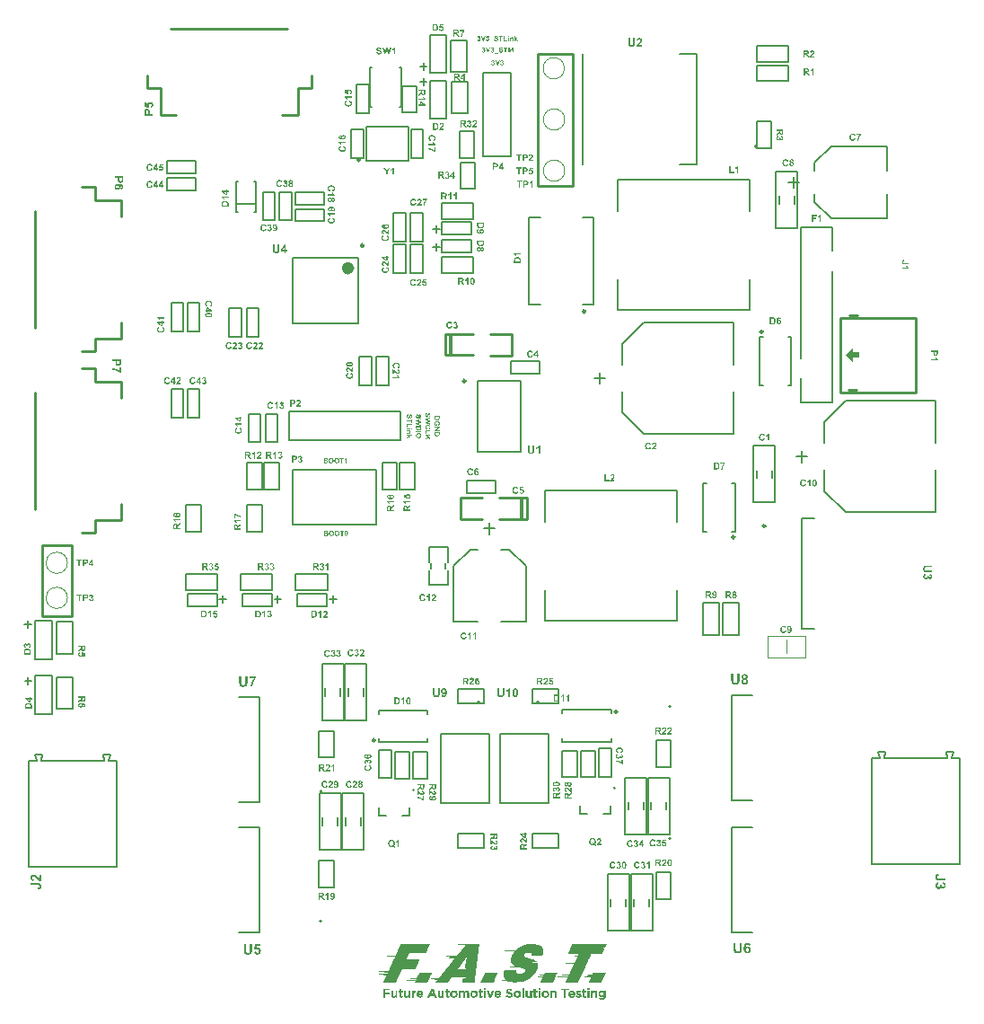
<source format=gto>
G04*
G04 #@! TF.GenerationSoftware,Altium Limited,Altium Designer,21.3.2 (30)*
G04*
G04 Layer_Color=65535*
%FSTAX25Y25*%
%MOIN*%
G70*
G04*
G04 #@! TF.SameCoordinates,D88C5563-B55B-4973-966C-210043D782A6*
G04*
G04*
G04 #@! TF.FilePolarity,Positive*
G04*
G01*
G75*
%ADD10C,0.00787*%
%ADD11C,0.00984*%
%ADD12C,0.00000*%
%ADD13C,0.02362*%
%ADD14C,0.00394*%
%ADD15C,0.01000*%
%ADD16C,0.00500*%
%ADD17C,0.00600*%
%ADD18C,0.01300*%
%ADD19C,0.00700*%
%ADD20C,0.00800*%
G36*
X07925Y066411D02*
X0795D01*
Y066211D01*
X07925D01*
Y066061D01*
X079Y066311D01*
X07925Y066561D01*
Y066411D01*
D02*
G37*
G36*
X0675076Y0444409D02*
X0675862D01*
Y0444252D01*
X0676177D01*
Y0444095D01*
X0676491D01*
Y0443937D01*
X0676806D01*
Y044378D01*
X0676963D01*
Y0443623D01*
X067712D01*
Y0443466D01*
X0677277D01*
Y0443151D01*
X0677435D01*
Y0442836D01*
X0677592D01*
Y0442207D01*
X0677749D01*
Y0441264D01*
X0677592D01*
Y0440477D01*
X0677435D01*
Y0440163D01*
X0673188D01*
Y0440477D01*
X0673346D01*
Y0440792D01*
X0673188D01*
Y0441106D01*
X0672874D01*
Y0441264D01*
X0671301D01*
Y0441106D01*
X0670986D01*
Y0440949D01*
X0670672D01*
Y0440635D01*
X0670515D01*
Y0440005D01*
X0670829D01*
Y0439848D01*
X0670986D01*
Y0439691D01*
X0671458D01*
Y0439534D01*
X067193D01*
Y0439376D01*
X0672402D01*
Y0439219D01*
X0672874D01*
Y0439062D01*
X0673503D01*
Y0438905D01*
X0673817D01*
Y0438747D01*
X0674289D01*
Y043859D01*
X0674604D01*
Y0438433D01*
X0674761D01*
Y0438275D01*
X0674918D01*
Y0438118D01*
X0675233D01*
Y0437804D01*
X067366D01*
Y0437646D01*
X0675547D01*
Y0437332D01*
X0675705D01*
Y0435602D01*
X0675547D01*
Y0435287D01*
X067539D01*
Y0434815D01*
X0675233D01*
Y0434501D01*
X0675076D01*
Y0434344D01*
X0674918D01*
Y0434029D01*
X0674761D01*
Y0433714D01*
X0674604D01*
Y0433557D01*
X0674446D01*
Y04334D01*
X0674289D01*
Y0433243D01*
X0674132D01*
Y0432928D01*
X0673975D01*
Y0432771D01*
X0673817D01*
Y0432614D01*
X067366D01*
Y0432456D01*
X0673346D01*
Y0432299D01*
X0673188D01*
Y0432142D01*
X0673031D01*
Y0431985D01*
X0672717D01*
Y0431827D01*
X0672559D01*
Y043167D01*
X0672245D01*
Y0431513D01*
X0672087D01*
Y0431355D01*
X0671773D01*
Y0431198D01*
X0671301D01*
Y0431041D01*
X0670986D01*
Y0430884D01*
X0670515D01*
Y0430726D01*
X0669885D01*
Y0430569D01*
X0669256D01*
Y0430412D01*
X0667841D01*
Y0430255D01*
X0666426D01*
Y0430412D01*
X0665482D01*
Y0430569D01*
X0664853D01*
Y0430726D01*
X0664381D01*
Y0430884D01*
X0662808D01*
Y0431041D01*
X0662336D01*
Y0431198D01*
X0663909D01*
Y0431355D01*
X0663752D01*
Y0431513D01*
X0663595D01*
Y043167D01*
X0663437D01*
Y0431827D01*
X066328D01*
Y0432142D01*
X0663123D01*
Y0432771D01*
X0662965D01*
Y0433872D01*
X0663123D01*
Y0434501D01*
X066328D01*
Y0434973D01*
X0667526D01*
Y0434186D01*
X0667684D01*
Y0433872D01*
X0667841D01*
Y0433714D01*
X0668313D01*
Y0433557D01*
X0669414D01*
Y0433714D01*
X0670043D01*
Y0433872D01*
X0670357D01*
Y0434029D01*
X0670515D01*
Y0434186D01*
X0670672D01*
Y0434344D01*
X0670829D01*
Y0434658D01*
X0670986D01*
Y0434973D01*
X0670829D01*
Y043513D01*
X0670672D01*
Y0435287D01*
X0670357D01*
Y0435444D01*
X0669885D01*
Y0435602D01*
X0669414D01*
Y0435759D01*
X0668785D01*
Y0435916D01*
X0668155D01*
Y0436074D01*
X0665167D01*
Y0436231D01*
X0665796D01*
Y0436388D01*
X0667055D01*
Y0436546D01*
X066674D01*
Y0436703D01*
X0666583D01*
Y043686D01*
X0666426D01*
Y0437017D01*
X0666268D01*
Y0437175D01*
X0666111D01*
Y0437332D01*
X0665954D01*
Y0437646D01*
X0665796D01*
Y0438118D01*
X0665639D01*
Y0439062D01*
X0665796D01*
Y0439691D01*
X0665954D01*
Y0440163D01*
X0666111D01*
Y0440477D01*
X0666268D01*
Y0440792D01*
X0666426D01*
Y0440949D01*
X0666583D01*
Y0441264D01*
X066674D01*
Y0441421D01*
X0666897D01*
Y0441736D01*
X0667055D01*
Y0441893D01*
X0665954D01*
Y044205D01*
X0663437D01*
Y0442207D01*
X0664696D01*
Y0442365D01*
X0667684D01*
Y0442522D01*
X0667841D01*
Y0442679D01*
X0667998D01*
Y0442836D01*
X0668313D01*
Y0442994D01*
X066847D01*
Y0443151D01*
X0668785D01*
Y0443308D01*
X0668942D01*
Y0443466D01*
X0669256D01*
Y0443623D01*
X0669571D01*
Y044378D01*
X0670829D01*
Y0443937D01*
X0670357D01*
Y0444095D01*
X0667055D01*
Y0444252D01*
X0667369D01*
Y0444409D01*
X0671301D01*
Y0444566D01*
X0675076D01*
Y0444409D01*
D02*
G37*
G36*
X0700869Y0433557D02*
X0700711D01*
Y0433243D01*
X0700554D01*
Y0432928D01*
X0700397D01*
Y0432614D01*
X0700239D01*
Y0432142D01*
X0700082D01*
Y0431827D01*
X0699925D01*
Y0431513D01*
X0699768D01*
Y0431198D01*
X069961D01*
Y0430884D01*
X0699453D01*
Y0430569D01*
X0699296D01*
Y0430255D01*
X0694578D01*
Y0430569D01*
X0694735D01*
Y0430884D01*
X0694892D01*
Y0431198D01*
X0695049D01*
Y0431513D01*
X0695207D01*
Y0431985D01*
X0695364D01*
Y0432142D01*
X0694892D01*
Y0432299D01*
X0693005D01*
Y0432456D01*
X0694892D01*
Y0432614D01*
X0694106D01*
Y0432771D01*
X069442D01*
Y0432928D01*
X0694263D01*
Y0433085D01*
X0695836D01*
Y0433243D01*
X0695993D01*
Y0433557D01*
X069615D01*
Y0433872D01*
X0700869D01*
Y0433557D01*
D02*
G37*
G36*
X0701183Y0444252D02*
X0701026D01*
Y0443937D01*
X0700869D01*
Y0443623D01*
X0700711D01*
Y0443308D01*
X0700554D01*
Y0443151D01*
X0700082D01*
Y0442994D01*
X0699138D01*
Y0442836D01*
X0700397D01*
Y0442522D01*
X0700239D01*
Y0442207D01*
X0700082D01*
Y0441893D01*
X0699925D01*
Y0441578D01*
X0699768D01*
Y0441264D01*
X069961D01*
Y0440949D01*
X0699453D01*
Y0440792D01*
X0695364D01*
Y044032D01*
X0695207D01*
Y0440005D01*
X0695049D01*
Y0439691D01*
X0694892D01*
Y0439376D01*
X0694735D01*
Y0439062D01*
X0694578D01*
Y0438747D01*
X069442D01*
Y0438275D01*
X0694263D01*
Y0437961D01*
X0694106D01*
Y0437646D01*
X0693948D01*
Y0437332D01*
X0693791D01*
Y0437017D01*
X0693634D01*
Y0436703D01*
X0693477D01*
Y0436388D01*
X0693319D01*
Y0435916D01*
X0693162D01*
Y0435602D01*
X0693005D01*
Y0435287D01*
X0692847D01*
Y0434973D01*
X069269D01*
Y0434658D01*
X0692533D01*
Y0434344D01*
X0692376D01*
Y0433872D01*
X0692218D01*
Y0433557D01*
X0692061D01*
Y0433243D01*
X0691904D01*
Y0432928D01*
X0691747D01*
Y0432614D01*
X0691589D01*
Y0432299D01*
X0691432D01*
Y0431827D01*
X0691275D01*
Y0431513D01*
X0691117D01*
Y0431198D01*
X069096D01*
Y0430884D01*
X0690803D01*
Y0430569D01*
X0690646D01*
Y0430255D01*
X0685927D01*
Y0430569D01*
X0686085D01*
Y0430884D01*
X0686242D01*
Y0431198D01*
X0686399D01*
Y0431513D01*
X0686557D01*
Y0431827D01*
X0686714D01*
Y0432142D01*
X0684827D01*
Y0432299D01*
X0682939D01*
Y0432456D01*
X0684984D01*
Y0432614D01*
X0687028D01*
Y0432928D01*
X0684669D01*
Y0433085D01*
X068404D01*
Y0433243D01*
X0687186D01*
Y04334D01*
X0687343D01*
Y0433557D01*
X06875D01*
Y0433872D01*
X0687657D01*
Y0434186D01*
X0687815D01*
Y0434501D01*
X0687972D01*
Y0434815D01*
Y0434973D01*
X0688129D01*
Y0435287D01*
X0688287D01*
Y0435602D01*
X0688444D01*
Y0435916D01*
X0688601D01*
Y0436231D01*
X0688758D01*
Y0436546D01*
X0688916D01*
Y0437017D01*
X0689073D01*
Y0437175D01*
X0687343D01*
Y0437332D01*
X0686085D01*
Y0437489D01*
X068923D01*
Y0437646D01*
X0689388D01*
Y0437961D01*
X0689545D01*
Y0438275D01*
X0689702D01*
Y043859D01*
X0689859D01*
Y0438905D01*
X0690017D01*
Y0439376D01*
X0690174D01*
Y0439691D01*
X0690331D01*
Y0439848D01*
X0688129D01*
Y0440005D01*
X0689388D01*
Y0440163D01*
X0690488D01*
Y044032D01*
X0690646D01*
Y0440635D01*
X0690803D01*
Y0440792D01*
X0686871D01*
Y0441264D01*
X0687028D01*
Y0441578D01*
X0687186D01*
Y0441893D01*
X0687343D01*
Y0442207D01*
X06875D01*
Y0442522D01*
X0687657D01*
Y0442836D01*
X0687815D01*
Y0443308D01*
X0687972D01*
Y0443623D01*
X0688129D01*
Y0443937D01*
X0688287D01*
Y0444252D01*
X0688444D01*
Y0444566D01*
X0701183D01*
Y0444252D01*
D02*
G37*
G36*
X0682939Y0433714D02*
X0682782D01*
Y04334D01*
X0682625D01*
Y0433085D01*
X0682467D01*
Y0432614D01*
X068231D01*
Y0432299D01*
X0682153D01*
Y0432142D01*
Y0431985D01*
X0681996D01*
Y043167D01*
X0681838D01*
Y0431355D01*
X0681681D01*
Y0431041D01*
X0681524D01*
Y0430569D01*
X0681366D01*
Y0430255D01*
X0676648D01*
Y0430726D01*
X0676806D01*
Y0431041D01*
X0676963D01*
Y0431355D01*
X067712D01*
Y043167D01*
X0677277D01*
Y0431985D01*
X0677435D01*
Y0432299D01*
X0675705D01*
Y0432456D01*
X0675076D01*
Y0432614D01*
X0677592D01*
Y0432771D01*
X0677749D01*
Y0432928D01*
X0676334D01*
Y0433085D01*
X0677277D01*
Y0433243D01*
X0677907D01*
Y04334D01*
X0678064D01*
Y0433714D01*
X0678221D01*
Y0434029D01*
X0682939D01*
Y0433714D01*
D02*
G37*
G36*
X0660764Y0433557D02*
X0660606D01*
Y0433243D01*
X0660449D01*
Y0432771D01*
X0660292D01*
Y0432456D01*
X0660135D01*
Y0432142D01*
X0659977D01*
Y0431827D01*
X065982D01*
Y0431513D01*
X0659663D01*
Y0431355D01*
X0659506D01*
Y0430726D01*
X0659348D01*
Y0430412D01*
X0659191D01*
Y0430255D01*
X0654473D01*
Y0430569D01*
X065463D01*
Y0430884D01*
X0654787D01*
Y0431198D01*
X0654945D01*
Y0431513D01*
X0655102D01*
Y0431827D01*
X0655259D01*
Y0432142D01*
X0655416D01*
Y0432614D01*
X0655574D01*
Y0432771D01*
X0654001D01*
Y0432928D01*
X0655731D01*
Y0433243D01*
X0655888D01*
Y0433557D01*
X0656045D01*
Y0433872D01*
X0656203D01*
Y0434029D01*
X0660764D01*
Y0433557D01*
D02*
G37*
G36*
X0653844Y0443623D02*
X0653686D01*
Y0442365D01*
X0653529D01*
Y0440949D01*
X0653372D01*
Y0439691D01*
X0653215D01*
Y0438275D01*
X0653057D01*
Y0437017D01*
X06529D01*
Y0435602D01*
X0652743D01*
Y0434186D01*
X0652585D01*
Y0432928D01*
X0652428D01*
Y0431513D01*
X0652271D01*
Y0430255D01*
X0647553D01*
Y0430726D01*
X064771D01*
Y0431513D01*
X0647867D01*
Y0431827D01*
X0648182D01*
Y0431985D01*
X0649125D01*
Y0432142D01*
X0643621D01*
Y0431985D01*
X0643464D01*
Y0431827D01*
X0643306D01*
Y043167D01*
X0643149D01*
Y0431355D01*
X0642992D01*
Y0431198D01*
X0642834D01*
Y0430884D01*
X0642677D01*
Y0430726D01*
X064252D01*
Y0430569D01*
X0642363D01*
Y0430255D01*
X0637802D01*
Y0430569D01*
X0637959D01*
Y0430884D01*
X0638116D01*
Y0431041D01*
X0638273D01*
Y0431198D01*
X0638431D01*
Y0431355D01*
X0637487D01*
Y0431513D01*
X0635914D01*
Y0431827D01*
X0638903D01*
Y0431985D01*
X063906D01*
Y0432142D01*
X0639217D01*
Y0432456D01*
X0639374D01*
Y0432614D01*
X0639532D01*
Y0432771D01*
X0639689D01*
Y0432928D01*
X0639846D01*
Y0433085D01*
X0640003D01*
Y04334D01*
X0640161D01*
Y0433557D01*
X0640318D01*
Y0433714D01*
X0640475D01*
Y0433872D01*
X0640633D01*
Y0434186D01*
X064079D01*
Y0434344D01*
X0640947D01*
Y0434501D01*
X0641104D01*
Y0434658D01*
X0641262D01*
Y0434973D01*
X0641419D01*
Y043513D01*
X0641576D01*
Y0435287D01*
X0641734D01*
Y0435444D01*
X0641891D01*
Y0435759D01*
X0642048D01*
Y0435916D01*
X0642205D01*
Y0436074D01*
X0642363D01*
Y0436231D01*
X064252D01*
Y0436388D01*
X0642677D01*
Y0436703D01*
X0642834D01*
Y043686D01*
X0642992D01*
Y0437017D01*
X0643149D01*
Y0437175D01*
X0643306D01*
Y0437489D01*
X0643464D01*
Y0437646D01*
X0643621D01*
Y0437804D01*
X0643778D01*
Y0437961D01*
X0643935D01*
Y0438275D01*
X0644093D01*
Y0438433D01*
X064425D01*
Y043859D01*
X0644407D01*
Y0438747D01*
X0644564D01*
Y0439062D01*
X0644722D01*
Y0439219D01*
X0642992D01*
Y0439376D01*
X064252D01*
Y0439534D01*
X0646294D01*
Y0439691D01*
X0643149D01*
Y0439848D01*
X0640475D01*
Y0440005D01*
X0641734D01*
Y0440163D01*
X0645508D01*
Y044032D01*
X0645823D01*
Y0440477D01*
X064598D01*
Y0440792D01*
X0646137D01*
Y0440949D01*
X0646294D01*
Y0441106D01*
X0646452D01*
Y0441264D01*
X0646609D01*
Y0441578D01*
X0646766D01*
Y0441736D01*
X0646923D01*
Y0441893D01*
X0647081D01*
Y044205D01*
X0647238D01*
Y0442365D01*
X0647395D01*
Y0442522D01*
X0647553D01*
Y0442679D01*
X064771D01*
Y0442836D01*
X0647867D01*
Y0443151D01*
X0648025D01*
Y0443308D01*
X0648182D01*
Y0443466D01*
X0648339D01*
Y0443623D01*
X0648496D01*
Y0443937D01*
X0648654D01*
Y0444095D01*
X0648496D01*
Y0444252D01*
X0646923D01*
Y0444409D01*
X064598D01*
Y0444566D01*
X0653844D01*
Y0443623D01*
D02*
G37*
G36*
X0636386Y0433714D02*
X0636229D01*
Y04334D01*
X0636072D01*
Y0433085D01*
X0635914D01*
Y0432771D01*
X0635757D01*
Y0432299D01*
X06356D01*
Y0431985D01*
X0635443D01*
Y043167D01*
X0635285D01*
Y0431355D01*
X0635128D01*
Y0431041D01*
X0634971D01*
Y0430569D01*
X0634813D01*
Y0430255D01*
X0630095D01*
Y0430726D01*
X0630253D01*
Y0430884D01*
X0627264D01*
Y0431041D01*
X062695D01*
Y0431198D01*
X0630253D01*
Y0431355D01*
X0630567D01*
Y0431513D01*
X0630253D01*
Y043167D01*
X0628208D01*
Y0431827D01*
X0629938D01*
Y0431985D01*
X0630724D01*
Y0432142D01*
X0630882D01*
Y0432456D01*
X0631039D01*
Y0432771D01*
X0631196D01*
Y0433085D01*
X0631353D01*
Y04334D01*
X0631511D01*
Y0433714D01*
X0631668D01*
Y0434029D01*
X0636386D01*
Y0433714D01*
D02*
G37*
G36*
X06356Y0444252D02*
X0635443D01*
Y0443937D01*
X0635285D01*
Y0443623D01*
X0633555D01*
Y0443466D01*
X0635128D01*
Y0443151D01*
X0634971D01*
Y0442836D01*
X0634813D01*
Y0442522D01*
X0634656D01*
Y0442207D01*
X0634499D01*
Y0441893D01*
X0634342D01*
Y0441578D01*
X0634184D01*
Y0441106D01*
X0627893D01*
Y0440792D01*
X0627736D01*
Y0440477D01*
X0627579D01*
Y0440163D01*
X0627422D01*
Y0439848D01*
X0627264D01*
Y0439534D01*
X0627107D01*
Y0439062D01*
X062695D01*
Y0438747D01*
X0631668D01*
Y0438433D01*
X0631511D01*
Y0438118D01*
X0631353D01*
Y0437804D01*
X0631196D01*
Y0437332D01*
X0631039D01*
Y0437017D01*
X0630882D01*
Y0436703D01*
X0630724D01*
Y0436388D01*
X0630567D01*
Y0436074D01*
X063041D01*
Y0435759D01*
X0630253D01*
Y0435287D01*
X0625063D01*
Y043513D01*
X062522D01*
Y0434973D01*
X0625063D01*
Y0434658D01*
X0624905D01*
Y0434344D01*
X0624748D01*
Y0434029D01*
X0624591D01*
Y0433714D01*
X0624433D01*
Y04334D01*
X0624276D01*
Y0432928D01*
X0624119D01*
Y0432614D01*
X0623962D01*
Y0432299D01*
X0623804D01*
Y0431985D01*
X0623647D01*
Y043167D01*
X062349D01*
Y0431355D01*
X0623333D01*
Y0430884D01*
X0623175D01*
Y0430569D01*
X0623018D01*
Y0430255D01*
X06183D01*
Y0430569D01*
X0618457D01*
Y0430884D01*
X0618614D01*
Y0431198D01*
X0618772D01*
Y0431513D01*
X0618929D01*
Y0431985D01*
X0619086D01*
Y0432299D01*
X0619243D01*
Y0432614D01*
X0619401D01*
Y0432928D01*
X0618457D01*
Y0433085D01*
X0614682D01*
Y0433243D01*
X0613739D01*
Y04334D01*
X061657D01*
Y0433557D01*
X0619872D01*
Y0434029D01*
X0618614D01*
Y0434186D01*
X0615783D01*
Y0434344D01*
X0616727D01*
Y0434501D01*
X0620187D01*
Y0434658D01*
X0620344D01*
Y0434973D01*
X0620502D01*
Y0435287D01*
X0620659D01*
Y0435602D01*
X0620816D01*
Y0436074D01*
X0620973D01*
Y0436388D01*
X0621131D01*
Y0436703D01*
X0621288D01*
Y0437017D01*
X0621445D01*
Y0437332D01*
X0621602D01*
Y0437646D01*
X062176D01*
Y0438118D01*
X0621917D01*
Y0438433D01*
X0622074D01*
Y0438747D01*
X0622231D01*
Y0439062D01*
X0622389D01*
Y0439376D01*
X0622546D01*
Y0439691D01*
X0622703D01*
Y0439848D01*
X0621131D01*
Y0440005D01*
X0619558D01*
Y0440163D01*
X0618772D01*
Y044032D01*
X0622861D01*
Y0440477D01*
X0623018D01*
Y0440635D01*
Y0440792D01*
X0623175D01*
Y0441106D01*
X0623333D01*
Y0441421D01*
X062349D01*
Y0441736D01*
X0623647D01*
Y0442207D01*
X0623804D01*
Y0442522D01*
X0623962D01*
Y0442836D01*
X0624119D01*
Y0443151D01*
X0624276D01*
Y0443466D01*
X0624433D01*
Y044378D01*
X0624591D01*
Y0444095D01*
X0624748D01*
Y0444566D01*
X06356D01*
Y0444252D01*
D02*
G37*
G36*
X0694892Y0427424D02*
X0694106D01*
Y0427581D01*
Y042821D01*
X0694892D01*
Y0427424D01*
D02*
G37*
G36*
X0676648D02*
X0676019D01*
Y042821D01*
X0676648D01*
Y0427424D01*
D02*
G37*
G36*
X065636D02*
X0655574D01*
Y042821D01*
X065636D01*
Y0427424D01*
D02*
G37*
G36*
X0700869Y0424593D02*
X0700711D01*
Y0424278D01*
X0700554D01*
Y0424121D01*
X0700239D01*
Y0423964D01*
X0698667D01*
Y0424121D01*
X0698352D01*
Y0424593D01*
X0698509D01*
Y042475D01*
X0698824D01*
Y0424593D01*
X0699925D01*
Y042475D01*
X0700082D01*
Y0425065D01*
X0699925D01*
Y0424907D01*
X0698667D01*
Y0425065D01*
X0698509D01*
Y0425222D01*
X0698352D01*
Y0425536D01*
X0698195D01*
Y0426637D01*
X0698352D01*
Y0426952D01*
X0698509D01*
Y0427109D01*
X0698824D01*
Y0427266D01*
X0699925D01*
Y0427109D01*
X0700082D01*
Y0427266D01*
X0700869D01*
Y0424593D01*
D02*
G37*
G36*
X0697408Y0427109D02*
X0697566D01*
Y0426952D01*
X0697723D01*
Y0424593D01*
X0697094D01*
Y0426323D01*
X0696937D01*
Y042648D01*
X0696779D01*
Y0426637D01*
X0696465D01*
Y042648D01*
X0696308D01*
Y0426323D01*
X069615D01*
Y0426165D01*
Y0424593D01*
X0695364D01*
Y0427266D01*
X069615D01*
Y0427109D01*
X0696308D01*
Y0427266D01*
X0697408D01*
Y0427109D01*
D02*
G37*
G36*
X0682153D02*
X0682467D01*
Y0426794D01*
X0682625D01*
Y0424593D01*
X0681838D01*
Y042648D01*
X0681681D01*
Y0426637D01*
X0681209D01*
Y042648D01*
X0681052D01*
Y0424593D01*
X0680266D01*
Y0424907D01*
Y0425065D01*
Y0427266D01*
X0681052D01*
Y0427109D01*
X0681209D01*
Y0427266D01*
X0682153D01*
Y0427109D01*
D02*
G37*
G36*
X0665796Y0427895D02*
X0666111D01*
Y0427738D01*
X0666268D01*
Y0427424D01*
X0666111D01*
Y0427109D01*
X0665639D01*
Y0427266D01*
X0665325D01*
Y0427424D01*
X0664696D01*
Y0427266D01*
X0664538D01*
Y0426952D01*
X0664696D01*
Y0426794D01*
X0665167D01*
Y0426637D01*
X0665796D01*
Y042648D01*
X0666111D01*
Y0426323D01*
X0666268D01*
Y0426008D01*
X0666426D01*
Y0425379D01*
X0666268D01*
Y0425065D01*
X0666111D01*
Y0424907D01*
X0665954D01*
Y042475D01*
X0665639D01*
Y0424593D01*
X0664538D01*
Y042475D01*
X0664224D01*
Y0424907D01*
X0663909D01*
Y0425065D01*
X0663752D01*
Y0425379D01*
X0663909D01*
Y0425536D01*
X0664066D01*
Y0425694D01*
X0664381D01*
Y0425536D01*
X0664538D01*
Y0425379D01*
X066501D01*
Y0425222D01*
X0665325D01*
Y0425379D01*
X0665639D01*
Y0425851D01*
X0665325D01*
Y0426008D01*
X0664696D01*
Y0426165D01*
X0664224D01*
Y0426323D01*
X0664066D01*
Y042648D01*
X0663909D01*
Y0427581D01*
X0664066D01*
Y0427738D01*
X0664224D01*
Y0427895D01*
X0664381D01*
Y0428053D01*
X0665796D01*
Y0427895D01*
D02*
G37*
G36*
X063041Y042648D02*
X0629938D01*
Y0426323D01*
X0629781D01*
Y0426165D01*
X0629623D01*
Y0425851D01*
Y0425694D01*
Y0424593D01*
X0628837D01*
Y0427266D01*
X0629623D01*
Y0427109D01*
X0629781D01*
Y0427266D01*
X063041D01*
Y042648D01*
D02*
G37*
G36*
X0649754Y0427109D02*
X0649912D01*
Y0426952D01*
X0650069D01*
Y0426637D01*
X0650226D01*
Y0424593D01*
X064944D01*
Y042648D01*
X0649283D01*
Y0426637D01*
X0648811D01*
Y042648D01*
X0648654D01*
Y0424593D01*
X0647867D01*
Y042648D01*
X064771D01*
Y0426637D01*
X0647238D01*
Y042648D01*
X0647081D01*
Y0424593D01*
X0646294D01*
Y0427266D01*
X0647081D01*
Y0427109D01*
X0647238D01*
Y0427266D01*
X0648182D01*
Y0427109D01*
X0648339D01*
Y0426952D01*
X0648496D01*
Y0427109D01*
X0648654D01*
Y0427266D01*
X0649754D01*
Y0427109D01*
D02*
G37*
G36*
X0691432D02*
X0691747D01*
Y0426637D01*
X0691589D01*
Y042648D01*
X0691275D01*
Y0426637D01*
X0690646D01*
Y0426323D01*
X0691117D01*
Y0426165D01*
X0691589D01*
Y0426008D01*
X0691747D01*
Y0425694D01*
X0691904D01*
Y0425065D01*
X0691747D01*
Y0424907D01*
X0691589D01*
Y042475D01*
X0691432D01*
Y0424593D01*
X0690331D01*
Y042475D01*
X0690017D01*
Y0424907D01*
X0689702D01*
Y0425222D01*
X0689859D01*
Y0425379D01*
X0690017D01*
Y0425536D01*
X0690174D01*
Y0425379D01*
X0690488D01*
Y0425222D01*
X0691117D01*
Y0425536D01*
X0690803D01*
Y0425694D01*
X0690331D01*
Y0425851D01*
X0690017D01*
Y0426165D01*
X0689859D01*
Y0426794D01*
X0690017D01*
Y0427109D01*
X0690331D01*
Y0427266D01*
X0691432D01*
Y0427109D01*
D02*
G37*
G36*
X0659348Y0426794D02*
X0659191D01*
Y042648D01*
X0659034D01*
Y0426008D01*
X0658876D01*
Y0425694D01*
X0658719D01*
Y0425222D01*
X0658562D01*
Y0424907D01*
X0658404D01*
Y0424593D01*
X0657775D01*
Y042475D01*
X0657618D01*
Y0425065D01*
X0657461D01*
Y0425536D01*
X0657304D01*
Y0425851D01*
X0657146D01*
Y0426323D01*
X0656989D01*
Y0426637D01*
X0656832D01*
Y0426952D01*
X0656674D01*
Y0427266D01*
X0657461D01*
Y0427109D01*
X0657618D01*
Y0426637D01*
X0657775D01*
Y0426165D01*
X0657933D01*
Y0425851D01*
X065809D01*
Y0426008D01*
X0658247D01*
Y0426323D01*
X0658404D01*
Y0426794D01*
X0658562D01*
Y0427266D01*
X0659348D01*
Y0426794D01*
D02*
G37*
G36*
X0673503Y0424593D02*
X0672717D01*
Y042475D01*
X0672559D01*
Y0424593D01*
X0671616D01*
Y042475D01*
X0671458D01*
Y0424907D01*
X0671301D01*
Y0425065D01*
X0671144D01*
Y0425851D01*
Y0426008D01*
Y0427266D01*
X067193D01*
Y0425379D01*
X0672245D01*
Y0425222D01*
X0672402D01*
Y0425379D01*
X0672717D01*
Y0427266D01*
X0673503D01*
Y0424593D01*
D02*
G37*
G36*
X064079D02*
X0640161D01*
Y042475D01*
X0639846D01*
Y0424593D01*
X063906D01*
Y042475D01*
X0638745D01*
Y0424907D01*
X0638588D01*
Y0425536D01*
Y0425694D01*
Y0427266D01*
X0639217D01*
Y0425536D01*
X0639374D01*
Y0425379D01*
X0639532D01*
Y0425222D01*
X0639846D01*
Y0425379D01*
X0640003D01*
Y0425536D01*
X0640161D01*
Y0427266D01*
X064079D01*
Y0424593D01*
D02*
G37*
G36*
X0628365D02*
X0627579D01*
Y042475D01*
X0627422D01*
Y0424593D01*
X0626478D01*
Y042475D01*
X0626163D01*
Y0425065D01*
X0626006D01*
Y0427266D01*
X0626635D01*
Y0426008D01*
Y0425851D01*
Y0425694D01*
X0626792D01*
Y0425379D01*
X062695D01*
Y0425222D01*
X0627264D01*
Y0425379D01*
X0627422D01*
Y0425536D01*
X0627579D01*
Y0427266D01*
X0628365D01*
Y0424593D01*
D02*
G37*
G36*
X062349D02*
X0622861D01*
Y042475D01*
X0622546D01*
Y0424593D01*
X062176D01*
Y042475D01*
X0621445D01*
Y0424907D01*
X0621288D01*
Y0427266D01*
X0621917D01*
Y0425536D01*
X0622074D01*
Y0425379D01*
X0622231D01*
Y0425222D01*
X0622546D01*
Y0425379D01*
X0622703D01*
Y0425536D01*
X0622861D01*
Y0427266D01*
X062349D01*
Y0424593D01*
D02*
G37*
G36*
X0694892D02*
X0694106D01*
Y042475D01*
Y0427266D01*
X0694892D01*
Y0424593D01*
D02*
G37*
G36*
X0693005Y0427266D02*
X0693791D01*
Y0426637D01*
X0693005D01*
Y0425379D01*
X0693162D01*
Y0425222D01*
X0693319D01*
Y0425379D01*
X0693634D01*
Y0424593D01*
X069269D01*
Y042475D01*
X0692533D01*
Y0424907D01*
X0692376D01*
Y0425065D01*
Y0426637D01*
X0692061D01*
Y0427266D01*
X0692376D01*
Y0427895D01*
X0693005D01*
Y0427266D01*
D02*
G37*
G36*
X0688916Y0427109D02*
X0689073D01*
Y0426952D01*
X068923D01*
Y0426794D01*
X0689388D01*
Y042648D01*
X0689545D01*
Y0425694D01*
X0687815D01*
Y0425536D01*
X0687972D01*
Y0425379D01*
X0688129D01*
Y0425222D01*
X0688758D01*
Y0425379D01*
X0688916D01*
Y0425536D01*
X068923D01*
Y0425379D01*
X0689388D01*
Y0424907D01*
X068923D01*
Y042475D01*
X0688916D01*
Y0424593D01*
X0687815D01*
Y042475D01*
X06875D01*
Y0424907D01*
X0687343D01*
Y0425065D01*
X0687186D01*
Y0425379D01*
X0687028D01*
Y042648D01*
X0687186D01*
Y0426794D01*
X0687343D01*
Y0426952D01*
X06875D01*
Y0427109D01*
X0687657D01*
Y0427266D01*
X0688916D01*
Y0427109D01*
D02*
G37*
G36*
X0687186Y0427424D02*
X0686085D01*
Y0424593D01*
X0685456D01*
Y0427424D01*
X0684355D01*
Y0428053D01*
X0687186D01*
Y0427424D01*
D02*
G37*
G36*
X0679165Y0427109D02*
X0679322D01*
Y0426952D01*
X0679636D01*
Y0426637D01*
X0679794D01*
Y0426165D01*
X0679951D01*
Y0425694D01*
X0679794D01*
Y0425222D01*
X0679636D01*
Y0425065D01*
X0679479D01*
Y0424907D01*
X0679322D01*
Y042475D01*
X0679007D01*
Y0424593D01*
X0677907D01*
Y042475D01*
X0677592D01*
Y0424907D01*
X0677435D01*
Y0425065D01*
X0677277D01*
Y0425379D01*
X067712D01*
Y042648D01*
X0677277D01*
Y0426794D01*
X0677435D01*
Y0426952D01*
X0677592D01*
Y0427109D01*
X0677907D01*
Y0427266D01*
X0679165D01*
Y0427109D01*
D02*
G37*
G36*
X0676648Y0426637D02*
Y042648D01*
Y0424593D01*
X0676019D01*
Y0427266D01*
X0676648D01*
Y0426637D01*
D02*
G37*
G36*
X0674918Y0427266D02*
X0675547D01*
Y0426637D01*
X0674918D01*
Y0425379D01*
X0675547D01*
Y042475D01*
X067539D01*
Y0424593D01*
X0674446D01*
Y042475D01*
X0674289D01*
Y0425065D01*
X0674132D01*
Y0426637D01*
X0673817D01*
Y0427266D01*
X0674132D01*
Y0427895D01*
X0674918D01*
Y0427266D01*
D02*
G37*
G36*
X0670672Y0424593D02*
X0669885D01*
Y042821D01*
X0670672D01*
Y0424593D01*
D02*
G37*
G36*
X0668627Y0427109D02*
X0668942D01*
Y0426952D01*
X0669099D01*
Y0426794D01*
X0669256D01*
Y0426637D01*
X0669414D01*
Y0425379D01*
X0669256D01*
Y0425065D01*
X0669099D01*
Y0424907D01*
X0668942D01*
Y042475D01*
X0668627D01*
Y0424593D01*
X0667526D01*
Y042475D01*
X0667212D01*
Y0424907D01*
X0667055D01*
Y0425065D01*
X0666897D01*
Y0425379D01*
X066674D01*
Y0426637D01*
X0666897D01*
Y0426794D01*
X0667055D01*
Y0426952D01*
X0667212D01*
Y0427109D01*
X0667526D01*
Y0427266D01*
X0668627D01*
Y0427109D01*
D02*
G37*
G36*
X0661393D02*
X0661707D01*
Y0426952D01*
X0661865D01*
Y0426637D01*
X0662022D01*
Y0425694D01*
X0660292D01*
Y0425536D01*
X0660449D01*
Y0425379D01*
X0660606D01*
Y0425222D01*
X0661236D01*
Y0425379D01*
X0661393D01*
Y0425536D01*
X0661707D01*
Y0425379D01*
X0661865D01*
Y0425222D01*
X0662022D01*
Y0425065D01*
X0661865D01*
Y0424907D01*
X0661707D01*
Y042475D01*
X0661393D01*
Y0424593D01*
X0660449D01*
Y042475D01*
X0660135D01*
Y0424907D01*
X065982D01*
Y0425222D01*
X0659663D01*
Y0425694D01*
X0659506D01*
Y0426165D01*
X0659663D01*
Y0426637D01*
X065982D01*
Y0426952D01*
X0659977D01*
Y0427109D01*
X0660292D01*
Y0427266D01*
X0661393D01*
Y0427109D01*
D02*
G37*
G36*
X065636Y0424593D02*
X0655731D01*
Y0426008D01*
Y0426165D01*
Y0427266D01*
X065636D01*
Y0424593D01*
D02*
G37*
G36*
X065463Y0427266D02*
X0655259D01*
Y0426637D01*
X065463D01*
Y0425379D01*
X0655259D01*
Y042475D01*
X0655102D01*
Y0424593D01*
X0654158D01*
Y042475D01*
X0654001D01*
Y0424907D01*
X0653844D01*
Y0426637D01*
X0653529D01*
Y0427266D01*
X0653844D01*
Y0427895D01*
X065463D01*
Y0427266D01*
D02*
G37*
G36*
X0652585Y0427109D02*
X06529D01*
Y0426952D01*
X0653057D01*
Y0426794D01*
X0653215D01*
Y042648D01*
Y0426323D01*
X0653372D01*
Y0425536D01*
X0653215D01*
Y0425222D01*
X0653057D01*
Y0425065D01*
X06529D01*
Y0424907D01*
X0652743D01*
Y042475D01*
X0652428D01*
Y0424593D01*
X0651484D01*
Y042475D01*
X065117D01*
Y0424907D01*
X0650855D01*
Y0425222D01*
X0650698D01*
Y0425536D01*
X0650541D01*
Y0426323D01*
X0650698D01*
Y0426637D01*
X0650855D01*
Y0426952D01*
X0651013D01*
Y0427109D01*
X0651327D01*
Y0427266D01*
X0652585D01*
Y0427109D01*
D02*
G37*
G36*
X0645193D02*
X0645508D01*
Y0426952D01*
X0645665D01*
Y0426637D01*
X0645823D01*
Y0426165D01*
X064598D01*
Y0425694D01*
X0645823D01*
Y0425222D01*
X0645665D01*
Y0425065D01*
X0645508D01*
Y0424907D01*
X0645351D01*
Y042475D01*
X0645036D01*
Y0424593D01*
X0643935D01*
Y042475D01*
X0643778D01*
Y0424907D01*
X0643464D01*
Y0425065D01*
X0643306D01*
Y0425379D01*
X0643149D01*
Y042648D01*
X0643306D01*
Y0426794D01*
X0643464D01*
Y0426952D01*
X0643621D01*
Y0427109D01*
X0643935D01*
Y0427266D01*
X0645193D01*
Y0427109D01*
D02*
G37*
G36*
X0642205Y0427266D02*
X0642834D01*
Y0426637D01*
X0642205D01*
Y0425379D01*
X0642363D01*
Y0425222D01*
X064252D01*
Y0425379D01*
X0642834D01*
Y042475D01*
X0642677D01*
Y0424593D01*
X0641891D01*
Y042475D01*
X0641734D01*
Y0424907D01*
X0641576D01*
Y0426637D01*
X0641262D01*
Y0427266D01*
X0641576D01*
Y0427895D01*
X0642205D01*
Y0427266D01*
D02*
G37*
G36*
X0636858Y0427895D02*
X0637015D01*
Y0427424D01*
X0637173D01*
Y0427109D01*
X063733D01*
Y0426794D01*
X0637487D01*
Y0426637D01*
Y0426323D01*
X0637644D01*
Y0426008D01*
X0637802D01*
Y0425694D01*
X0637959D01*
Y0425379D01*
X0638116D01*
Y0424907D01*
X0638273D01*
Y0424593D01*
X0637487D01*
Y0424907D01*
X063733D01*
Y0425222D01*
X0637173D01*
Y0425379D01*
X0635757D01*
Y0425222D01*
X06356D01*
Y042475D01*
X0635443D01*
Y0424593D01*
X0634656D01*
Y042475D01*
X0634813D01*
Y0425222D01*
X0634971D01*
Y0425536D01*
X0635128D01*
Y0425851D01*
X0635285D01*
Y0426323D01*
X0635443D01*
Y0426637D01*
X06356D01*
Y0426952D01*
X0635757D01*
Y0427266D01*
X0635914D01*
Y0427738D01*
X0636072D01*
Y0428053D01*
X0636858D01*
Y0427895D01*
D02*
G37*
G36*
X0632454Y0427109D02*
X0632769D01*
Y0426952D01*
X0632926D01*
Y0426637D01*
X0633083D01*
Y0425694D01*
X0631353D01*
Y0425536D01*
X0631511D01*
Y0425379D01*
X0631668D01*
Y0425222D01*
X0632297D01*
Y0425379D01*
X0632454D01*
Y0425536D01*
X0632769D01*
Y0425379D01*
X0632926D01*
Y0425222D01*
X0633083D01*
Y0425065D01*
X0632926D01*
Y0424907D01*
X0632769D01*
Y042475D01*
X0632454D01*
Y0424593D01*
X0631511D01*
Y042475D01*
X0631196D01*
Y0424907D01*
X0631039D01*
Y0425065D01*
X0630882D01*
Y0425222D01*
X0630724D01*
Y0425694D01*
X0630567D01*
Y0426165D01*
X0630724D01*
Y0426637D01*
X0630882D01*
Y0426952D01*
X0631039D01*
Y0427109D01*
X0631353D01*
Y0427266D01*
X0632454D01*
Y0427109D01*
D02*
G37*
G36*
X0624905Y0427266D02*
X0625534D01*
Y0426637D01*
X0624905D01*
Y0425379D01*
X0625063D01*
Y0425222D01*
X062522D01*
Y0425379D01*
X0625534D01*
Y042475D01*
X0625377D01*
Y0424593D01*
X0624591D01*
Y042475D01*
X0624433D01*
Y0424907D01*
X0624276D01*
Y0425536D01*
Y0425694D01*
Y0426637D01*
X0623962D01*
Y0427266D01*
X0624276D01*
Y0427895D01*
X0624905D01*
Y0427266D01*
D02*
G37*
G36*
X0620816Y0427424D02*
X0619086D01*
Y0426637D01*
X0620659D01*
Y0426008D01*
X0619086D01*
Y0424593D01*
X06183D01*
Y0428053D01*
X0620816D01*
Y0427424D01*
D02*
G37*
G36*
X0660933Y0770651D02*
X0660515D01*
X0659828Y0772568D01*
X0660246D01*
X0660734Y0771149D01*
X0661202Y0772568D01*
X0661614D01*
X0660933Y0770651D01*
D02*
G37*
G36*
X0662376Y0772576D02*
X0662401Y0772573D01*
X0662426Y077257D01*
X0662457Y0772565D01*
X0662487Y0772556D01*
X0662556Y0772537D01*
X0662592Y0772523D01*
X0662631Y0772504D01*
X0662667Y0772484D01*
X06627Y0772462D01*
X0662736Y0772435D01*
X0662767Y0772404D01*
X066277Y0772401D01*
X0662772Y0772399D01*
X0662781Y077239D01*
X0662789Y0772379D01*
X0662811Y0772351D01*
X0662836Y0772313D01*
X0662861Y0772265D01*
X066288Y077221D01*
X0662897Y0772149D01*
X06629Y0772119D01*
X0662902Y0772086D01*
Y0772083D01*
Y0772074D01*
X06629Y077206D01*
X0662897Y0772044D01*
X0662894Y0772022D01*
X0662889Y0771997D01*
X066288Y0771969D01*
X0662869Y0771939D01*
X0662853Y0771908D01*
X0662836Y0771875D01*
X0662814Y0771842D01*
X0662786Y0771808D01*
X0662753Y0771775D01*
X0662717Y0771742D01*
X0662675Y0771711D01*
X0662626Y0771681D01*
X0662628D01*
X0662634Y0771678D01*
X0662642D01*
X0662653Y0771673D01*
X0662684Y0771664D01*
X066272Y0771648D01*
X0662761Y0771626D01*
X0662806Y0771598D01*
X066285Y0771562D01*
X0662889Y077152D01*
X0662894Y0771515D01*
X0662905Y0771498D01*
X0662919Y0771473D01*
X0662938Y0771437D01*
X0662958Y0771396D01*
X0662972Y0771343D01*
X0662983Y0771288D01*
X0662988Y0771224D01*
Y0771221D01*
Y0771213D01*
Y0771199D01*
X0662986Y0771182D01*
X0662983Y077116D01*
X0662977Y0771135D01*
X0662972Y0771105D01*
X0662966Y0771074D01*
X0662944Y0771008D01*
X0662927Y0770972D01*
X0662911Y0770933D01*
X0662889Y0770897D01*
X0662864Y0770861D01*
X0662836Y0770825D01*
X0662803Y0770792D01*
X06628Y0770789D01*
X0662794Y0770784D01*
X0662783Y0770775D01*
X066277Y0770764D01*
X066275Y077075D01*
X0662731Y0770737D01*
X0662703Y077072D01*
X0662675Y0770703D01*
X0662645Y0770687D01*
X0662609Y077067D01*
X066257Y0770656D01*
X0662531Y0770642D01*
X0662487Y0770631D01*
X0662443Y0770623D01*
X0662393Y0770617D01*
X0662343Y0770615D01*
X0662318D01*
X0662299Y0770617D01*
X0662277Y077062D01*
X0662252Y0770623D01*
X0662224Y0770628D01*
X0662191Y0770634D01*
X0662124Y0770651D01*
X0662052Y0770678D01*
X0662013Y0770695D01*
X066198Y0770714D01*
X0661944Y0770739D01*
X0661911Y0770764D01*
X0661908Y0770767D01*
X0661903Y0770773D01*
X0661894Y0770781D01*
X0661883Y0770792D01*
X0661869Y0770806D01*
X0661855Y0770825D01*
X0661839Y0770845D01*
X0661822Y0770869D01*
X0661806Y0770897D01*
X0661786Y0770925D01*
X0661756Y0770991D01*
X0661731Y0771069D01*
X066172Y077111D01*
X0661714Y0771155D01*
X0662069Y0771199D01*
Y0771196D01*
Y0771194D01*
X0662072Y0771177D01*
X0662077Y0771152D01*
X0662085Y0771122D01*
X0662099Y0771088D01*
X0662113Y0771052D01*
X0662135Y0771019D01*
X066216Y0770989D01*
X0662163Y0770986D01*
X0662174Y0770977D01*
X0662191Y0770966D01*
X066221Y0770955D01*
X0662238Y0770941D01*
X0662268Y077093D01*
X0662301Y0770922D01*
X066234Y0770919D01*
X0662346D01*
X066236Y0770922D01*
X0662379Y0770925D01*
X0662407Y077093D01*
X0662437Y0770941D01*
X0662468Y0770955D01*
X0662501Y0770977D01*
X0662531Y0771005D01*
X0662534Y0771008D01*
X0662545Y0771022D01*
X0662556Y0771041D01*
X0662573Y0771066D01*
X0662587Y0771099D01*
X0662601Y0771141D01*
X0662609Y0771188D01*
X0662612Y0771241D01*
Y0771243D01*
Y0771246D01*
Y0771263D01*
X0662609Y0771288D01*
X0662603Y0771321D01*
X0662592Y0771357D01*
X0662578Y0771393D01*
X0662559Y0771429D01*
X0662534Y0771462D01*
X0662531Y0771465D01*
X066252Y0771476D01*
X0662504Y077149D01*
X0662484Y0771504D01*
X0662457Y077152D01*
X0662426Y0771531D01*
X0662393Y0771543D01*
X0662354Y0771545D01*
X0662326D01*
X0662307Y0771543D01*
X0662282Y077154D01*
X0662252Y0771534D01*
X0662221Y0771526D01*
X0662185Y0771518D01*
X0662224Y0771814D01*
X0662249D01*
X0662277Y0771817D01*
X066231Y077182D01*
X0662346Y0771828D01*
X0662385Y0771839D01*
X0662421Y0771856D01*
X0662454Y0771878D01*
X0662457Y077188D01*
X0662468Y0771892D01*
X0662479Y0771905D01*
X0662495Y0771928D01*
X0662509Y0771952D01*
X0662523Y0771983D01*
X0662531Y0772019D01*
X0662534Y077206D01*
Y0772066D01*
Y0772077D01*
X0662531Y0772094D01*
X0662526Y0772116D01*
X066252Y0772141D01*
X0662509Y0772166D01*
X0662495Y0772193D01*
X0662476Y0772216D01*
X0662473Y0772218D01*
X0662465Y0772224D01*
X0662454Y0772235D01*
X0662434Y0772246D01*
X0662412Y0772254D01*
X0662387Y0772265D01*
X0662354Y0772271D01*
X0662321Y0772274D01*
X0662304D01*
X0662288Y0772271D01*
X0662265Y0772265D01*
X066224Y0772257D01*
X0662213Y0772246D01*
X0662185Y0772229D01*
X066216Y0772207D01*
X0662157Y0772205D01*
X0662149Y0772196D01*
X0662138Y077218D01*
X0662124Y0772157D01*
X066211Y0772133D01*
X0662099Y0772099D01*
X0662088Y077206D01*
X066208Y0772016D01*
X0661742Y0772072D01*
Y0772074D01*
X0661745Y077208D01*
Y0772088D01*
X0661747Y0772102D01*
X0661756Y0772133D01*
X0661767Y0772174D01*
X0661783Y0772218D01*
X06618Y0772265D01*
X0661822Y077231D01*
X0661847Y0772351D01*
X066185Y0772357D01*
X0661861Y0772368D01*
X0661878Y0772387D01*
X06619Y0772412D01*
X0661927Y0772437D01*
X0661961Y0772465D01*
X0662002Y0772493D01*
X0662047Y0772518D01*
X0662049D01*
X0662052Y077252D01*
X0662069Y0772526D01*
X0662096Y0772537D01*
X066213Y0772548D01*
X0662171Y0772559D01*
X0662221Y077257D01*
X0662274Y0772576D01*
X0662332Y0772578D01*
X0662357D01*
X0662376Y0772576D01*
D02*
G37*
G36*
X0659099D02*
X0659124Y0772573D01*
X0659149Y077257D01*
X065918Y0772565D01*
X065921Y0772556D01*
X0659279Y0772537D01*
X0659315Y0772523D01*
X0659354Y0772504D01*
X065939Y0772484D01*
X0659423Y0772462D01*
X0659459Y0772435D01*
X065949Y0772404D01*
X0659493Y0772401D01*
X0659495Y0772399D01*
X0659504Y077239D01*
X0659512Y0772379D01*
X0659534Y0772351D01*
X0659559Y0772313D01*
X0659584Y0772265D01*
X0659603Y077221D01*
X065962Y0772149D01*
X0659623Y0772119D01*
X0659626Y0772086D01*
Y0772083D01*
Y0772074D01*
X0659623Y077206D01*
X065962Y0772044D01*
X0659617Y0772022D01*
X0659612Y0771997D01*
X0659603Y0771969D01*
X0659592Y0771939D01*
X0659576Y0771908D01*
X0659559Y0771875D01*
X0659537Y0771842D01*
X0659509Y0771808D01*
X0659476Y0771775D01*
X065944Y0771742D01*
X0659398Y0771711D01*
X0659349Y0771681D01*
X0659351D01*
X0659357Y0771678D01*
X0659365D01*
X0659376Y0771673D01*
X0659407Y0771664D01*
X0659443Y0771648D01*
X0659484Y0771626D01*
X0659529Y0771598D01*
X0659573Y0771562D01*
X0659612Y077152D01*
X0659617Y0771515D01*
X0659628Y0771498D01*
X0659642Y0771473D01*
X0659662Y0771437D01*
X0659681Y0771396D01*
X0659695Y0771343D01*
X0659706Y0771288D01*
X0659711Y0771224D01*
Y0771221D01*
Y0771213D01*
Y0771199D01*
X0659709Y0771182D01*
X0659706Y077116D01*
X06597Y0771135D01*
X0659695Y0771105D01*
X0659689Y0771074D01*
X0659667Y0771008D01*
X0659651Y0770972D01*
X0659634Y0770933D01*
X0659612Y0770897D01*
X0659587Y0770861D01*
X0659559Y0770825D01*
X0659526Y0770792D01*
X0659523Y0770789D01*
X0659517Y0770784D01*
X0659507Y0770775D01*
X0659493Y0770764D01*
X0659473Y077075D01*
X0659454Y0770737D01*
X0659426Y077072D01*
X0659398Y0770703D01*
X0659368Y0770687D01*
X0659332Y077067D01*
X0659293Y0770656D01*
X0659254Y0770642D01*
X065921Y0770631D01*
X0659166Y0770623D01*
X0659116Y0770617D01*
X0659066Y0770615D01*
X0659041D01*
X0659022Y0770617D01*
X0658999Y077062D01*
X0658975Y0770623D01*
X0658947Y0770628D01*
X0658914Y0770634D01*
X0658847Y0770651D01*
X0658775Y0770678D01*
X0658736Y0770695D01*
X0658703Y0770714D01*
X0658667Y0770739D01*
X0658634Y0770764D01*
X0658631Y0770767D01*
X0658626Y0770773D01*
X0658617Y0770781D01*
X0658606Y0770792D01*
X0658592Y0770806D01*
X0658578Y0770825D01*
X0658562Y0770845D01*
X0658545Y0770869D01*
X0658529Y0770897D01*
X0658509Y0770925D01*
X0658479Y0770991D01*
X0658454Y0771069D01*
X0658443Y077111D01*
X0658437Y0771155D01*
X0658792Y0771199D01*
Y0771196D01*
Y0771194D01*
X0658795Y0771177D01*
X06588Y0771152D01*
X0658808Y0771122D01*
X0658822Y0771088D01*
X0658836Y0771052D01*
X0658858Y0771019D01*
X0658883Y0770989D01*
X0658886Y0770986D01*
X0658897Y0770977D01*
X0658914Y0770966D01*
X0658933Y0770955D01*
X0658961Y0770941D01*
X0658991Y077093D01*
X0659024Y0770922D01*
X0659063Y0770919D01*
X0659069D01*
X0659083Y0770922D01*
X0659102Y0770925D01*
X065913Y077093D01*
X065916Y0770941D01*
X0659191Y0770955D01*
X0659224Y0770977D01*
X0659254Y0771005D01*
X0659257Y0771008D01*
X0659268Y0771022D01*
X0659279Y0771041D01*
X0659296Y0771066D01*
X065931Y0771099D01*
X0659324Y0771141D01*
X0659332Y0771188D01*
X0659335Y0771241D01*
Y0771243D01*
Y0771246D01*
Y0771263D01*
X0659332Y0771288D01*
X0659326Y0771321D01*
X0659315Y0771357D01*
X0659302Y0771393D01*
X0659282Y0771429D01*
X0659257Y0771462D01*
X0659254Y0771465D01*
X0659243Y0771476D01*
X0659227Y077149D01*
X0659207Y0771504D01*
X065918Y077152D01*
X0659149Y0771531D01*
X0659116Y0771543D01*
X0659077Y0771545D01*
X0659049D01*
X065903Y0771543D01*
X0659005Y077154D01*
X0658975Y0771534D01*
X0658944Y0771526D01*
X0658908Y0771518D01*
X0658947Y0771814D01*
X0658972D01*
X0658999Y0771817D01*
X0659033Y077182D01*
X0659069Y0771828D01*
X0659108Y0771839D01*
X0659144Y0771856D01*
X0659177Y0771878D01*
X065918Y077188D01*
X0659191Y0771892D01*
X0659202Y0771905D01*
X0659218Y0771928D01*
X0659232Y0771952D01*
X0659246Y0771983D01*
X0659254Y0772019D01*
X0659257Y077206D01*
Y0772066D01*
Y0772077D01*
X0659254Y0772094D01*
X0659249Y0772116D01*
X0659243Y0772141D01*
X0659232Y0772166D01*
X0659218Y0772193D01*
X0659199Y0772216D01*
X0659196Y0772218D01*
X0659188Y0772224D01*
X0659177Y0772235D01*
X0659157Y0772246D01*
X0659135Y0772254D01*
X065911Y0772265D01*
X0659077Y0772271D01*
X0659044Y0772274D01*
X0659027D01*
X0659011Y0772271D01*
X0658989Y0772265D01*
X0658963Y0772257D01*
X0658936Y0772246D01*
X0658908Y0772229D01*
X0658883Y0772207D01*
X065888Y0772205D01*
X0658872Y0772196D01*
X0658861Y077218D01*
X0658847Y0772157D01*
X0658833Y0772133D01*
X0658822Y0772099D01*
X0658811Y077206D01*
X0658803Y0772016D01*
X0658465Y0772072D01*
Y0772074D01*
X0658468Y077208D01*
Y0772088D01*
X065847Y0772102D01*
X0658479Y0772133D01*
X065849Y0772174D01*
X0658506Y0772218D01*
X0658523Y0772265D01*
X0658545Y077231D01*
X065857Y0772351D01*
X0658573Y0772357D01*
X0658584Y0772368D01*
X0658601Y0772387D01*
X0658623Y0772412D01*
X065865Y0772437D01*
X0658684Y0772465D01*
X0658725Y0772493D01*
X065877Y0772518D01*
X0658772D01*
X0658775Y077252D01*
X0658792Y0772526D01*
X0658819Y0772537D01*
X0658853Y0772548D01*
X0658894Y0772559D01*
X0658944Y077257D01*
X0658997Y0772576D01*
X0659055Y0772578D01*
X065908D01*
X0659099Y0772576D01*
D02*
G37*
G36*
X0661984Y0777377D02*
X0662015Y0777374D01*
X0662051Y0777371D01*
X0662087Y0777365D01*
X0662128Y077736D01*
X0662217Y0777341D01*
X0662261Y0777327D01*
X0662305Y0777313D01*
X066235Y0777293D01*
X0662391Y0777271D01*
X066243Y0777246D01*
X0662466Y0777219D01*
X0662469Y0777216D01*
X0662474Y077721D01*
X0662483Y0777202D01*
X0662494Y0777191D01*
X0662508Y0777174D01*
X0662524Y0777155D01*
X0662541Y0777133D01*
X066256Y0777108D01*
X0662577Y0777077D01*
X0662594Y0777047D01*
X066261Y0777011D01*
X0662624Y0776972D01*
X0662638Y0776933D01*
X0662649Y0776889D01*
X0662657Y0776845D01*
X066266Y0776795D01*
X0662272Y0776781D01*
Y0776784D01*
Y0776787D01*
X0662267Y0776806D01*
X0662261Y0776831D01*
X066225Y0776861D01*
X0662236Y0776897D01*
X0662217Y0776931D01*
X0662192Y0776964D01*
X0662164Y0776992D01*
X0662161Y0776994D01*
X066215Y0777003D01*
X0662131Y0777014D01*
X0662103Y0777025D01*
X066207Y0777036D01*
X0662029Y0777047D01*
X0661979Y0777055D01*
X066192Y0777058D01*
X0661893D01*
X0661862Y0777055D01*
X0661826Y077705D01*
X0661785Y0777041D01*
X066174Y0777028D01*
X0661699Y0777011D01*
X066166Y0776986D01*
X0661657Y0776983D01*
X0661652Y0776978D01*
X0661641Y0776969D01*
X066163Y0776956D01*
X0661619Y0776939D01*
X0661608Y0776917D01*
X0661602Y0776895D01*
X0661599Y0776867D01*
Y0776864D01*
Y0776856D01*
X0661602Y0776842D01*
X0661608Y0776828D01*
X0661613Y0776809D01*
X0661621Y0776789D01*
X0661635Y077677D01*
X0661655Y0776751D01*
X0661657Y0776748D01*
X0661671Y077674D01*
X066168Y0776734D01*
X0661693Y0776728D01*
X0661707Y077672D01*
X0661727Y0776712D01*
X0661749Y0776704D01*
X0661774Y0776692D01*
X0661804Y0776681D01*
X0661835Y077667D01*
X0661873Y0776659D01*
X0661915Y0776648D01*
X0661959Y0776637D01*
X0662009Y0776623D01*
X0662012D01*
X0662023Y077662D01*
X0662037Y0776618D01*
X0662056Y0776612D01*
X0662078Y0776607D01*
X0662106Y0776598D01*
X0662137Y077659D01*
X0662167Y0776582D01*
X0662233Y0776559D01*
X0662303Y0776537D01*
X0662369Y0776512D01*
X0662397Y0776499D01*
X0662425Y0776485D01*
X0662427D01*
X066243Y0776482D01*
X0662447Y0776471D01*
X0662472Y0776454D01*
X0662502Y0776432D01*
X0662535Y0776404D01*
X0662571Y0776371D01*
X0662607Y0776332D01*
X0662638Y0776288D01*
X0662641Y0776283D01*
X0662649Y0776266D01*
X0662663Y0776241D01*
X0662677Y0776205D01*
X0662691Y0776161D01*
X0662704Y0776108D01*
X0662713Y077605D01*
X0662715Y0775983D01*
Y0775981D01*
Y0775975D01*
Y0775967D01*
Y0775956D01*
X0662713Y0775942D01*
X066271Y0775922D01*
X0662704Y0775884D01*
X0662693Y0775834D01*
X0662677Y0775781D01*
X0662652Y0775729D01*
X0662621Y0775673D01*
Y077567D01*
X0662616Y0775667D01*
X0662605Y0775651D01*
X0662582Y0775623D01*
X0662555Y0775593D01*
X0662519Y0775557D01*
X0662472Y0775524D01*
X0662422Y077549D01*
X0662361Y077546D01*
X0662358D01*
X0662353Y0775457D01*
X0662344Y0775454D01*
X066233Y0775449D01*
X0662314Y0775443D01*
X0662294Y0775438D01*
X0662272Y0775432D01*
X0662247Y0775426D01*
X0662217Y0775418D01*
X0662186Y0775413D01*
X0662114Y0775402D01*
X0662034Y0775393D01*
X0661945Y077539D01*
X0661909D01*
X0661884Y0775393D01*
X0661854Y0775396D01*
X0661821Y0775399D01*
X0661782Y0775404D01*
X066174Y0775413D01*
X0661649Y0775432D01*
X0661602Y0775446D01*
X0661558Y077546D01*
X0661511Y0775479D01*
X0661466Y0775501D01*
X0661425Y0775526D01*
X0661386Y0775557D01*
X0661383Y077556D01*
X0661378Y0775565D01*
X0661367Y0775573D01*
X0661355Y0775587D01*
X0661339Y0775607D01*
X0661322Y0775629D01*
X0661303Y0775654D01*
X0661283Y0775681D01*
X0661264Y0775715D01*
X0661245Y0775751D01*
X0661225Y0775792D01*
X0661206Y0775837D01*
X0661192Y0775884D01*
X0661175Y0775936D01*
X0661164Y0775992D01*
X0661156Y077605D01*
X0661533Y0776086D01*
Y0776083D01*
X0661536Y0776078D01*
Y0776066D01*
X0661538Y0776055D01*
X0661549Y0776022D01*
X0661563Y0775981D01*
X066158Y0775933D01*
X0661605Y0775886D01*
X0661632Y0775845D01*
X0661668Y0775806D01*
X0661674Y0775803D01*
X0661688Y0775792D01*
X066171Y0775778D01*
X0661743Y0775762D01*
X0661785Y0775745D01*
X0661832Y0775731D01*
X0661887Y077572D01*
X0661951Y0775717D01*
X0661981D01*
X0662015Y0775723D01*
X0662056Y0775729D01*
X0662101Y0775737D01*
X0662148Y0775751D01*
X0662192Y077577D01*
X0662231Y0775795D01*
X0662236Y0775798D01*
X0662247Y0775809D01*
X0662261Y0775825D01*
X0662281Y0775848D01*
X0662297Y0775875D01*
X0662314Y0775909D01*
X0662325Y0775942D01*
X0662328Y0775981D01*
Y0775983D01*
Y0775992D01*
X0662325Y0776006D01*
X0662322Y0776022D01*
X0662317Y0776039D01*
X0662311Y0776058D01*
X06623Y0776078D01*
X0662286Y0776097D01*
X0662283Y07761D01*
X0662278Y0776105D01*
X0662269Y0776114D01*
X0662256Y0776125D01*
X0662236Y0776138D01*
X0662211Y0776152D01*
X0662184Y0776166D01*
X0662148Y077618D01*
X0662145D01*
X0662134Y0776186D01*
X0662114Y0776191D01*
X0662101Y0776197D01*
X0662084Y0776199D01*
X0662065Y0776205D01*
X0662042Y0776213D01*
X0662017Y0776219D01*
X066199Y0776227D01*
X0661957Y0776235D01*
X066192Y0776244D01*
X0661882Y0776255D01*
X0661837Y0776266D01*
X0661835D01*
X0661824Y0776269D01*
X0661807Y0776274D01*
X0661788Y077628D01*
X0661763Y0776288D01*
X0661732Y0776296D01*
X0661702Y0776307D01*
X0661666Y0776319D01*
X0661594Y0776346D01*
X0661524Y0776379D01*
X0661488Y0776396D01*
X0661458Y0776415D01*
X0661427Y0776435D01*
X0661403Y0776454D01*
X06614Y0776457D01*
X0661394Y0776463D01*
X0661386Y0776471D01*
X0661375Y0776482D01*
X0661361Y0776499D01*
X0661347Y0776518D01*
X0661331Y0776537D01*
X0661317Y0776562D01*
X0661283Y077662D01*
X0661256Y0776687D01*
X0661245Y0776723D01*
X0661236Y0776759D01*
X0661231Y07768D01*
X0661228Y0776842D01*
Y0776845D01*
Y0776848D01*
Y0776856D01*
Y0776867D01*
X0661234Y0776895D01*
X0661239Y0776931D01*
X0661247Y0776972D01*
X0661261Y0777019D01*
X0661281Y0777069D01*
X0661308Y0777116D01*
Y0777119D01*
X0661311Y0777122D01*
X0661325Y0777138D01*
X0661342Y0777161D01*
X0661369Y0777188D01*
X0661403Y0777219D01*
X0661444Y0777252D01*
X0661491Y0777282D01*
X0661547Y077731D01*
X0661549D01*
X0661555Y0777313D01*
X0661563Y0777316D01*
X0661574Y0777321D01*
X0661591Y0777327D01*
X0661608Y0777332D01*
X066163Y0777338D01*
X0661655Y0777346D01*
X066171Y0777357D01*
X0661774Y0777368D01*
X0661846Y0777377D01*
X0661926Y0777379D01*
X0661959D01*
X0661984Y0777377D01*
D02*
G37*
G36*
X0666522Y0775426D02*
X0666164D01*
X0666161Y0776933D01*
X0665785Y0775426D01*
X0665411D01*
X0665034Y0776933D01*
Y0775426D01*
X0664677D01*
Y0777343D01*
X0665256D01*
X0665599Y0776033D01*
X066594Y0777343D01*
X0666522D01*
Y0775426D01*
D02*
G37*
G36*
X06574D02*
X0656982D01*
X0656295Y0777343D01*
X0656713D01*
X06572Y0775925D01*
X0657669Y0777343D01*
X0658081D01*
X06574Y0775426D01*
D02*
G37*
G36*
X0658843Y0777352D02*
X0658868Y0777349D01*
X0658893Y0777346D01*
X0658923Y0777341D01*
X0658954Y0777332D01*
X0659023Y0777313D01*
X0659059Y0777299D01*
X0659098Y077728D01*
X0659134Y077726D01*
X0659167Y0777238D01*
X0659203Y077721D01*
X0659234Y077718D01*
X0659236Y0777177D01*
X0659239Y0777174D01*
X0659247Y0777166D01*
X0659256Y0777155D01*
X0659278Y0777127D01*
X0659303Y0777088D01*
X0659328Y0777041D01*
X0659347Y0776986D01*
X0659364Y0776925D01*
X0659367Y0776895D01*
X0659369Y0776861D01*
Y0776859D01*
Y077685D01*
X0659367Y0776836D01*
X0659364Y077682D01*
X0659361Y0776798D01*
X0659355Y0776773D01*
X0659347Y0776745D01*
X0659336Y0776715D01*
X0659319Y0776684D01*
X0659303Y0776651D01*
X0659281Y0776618D01*
X0659253Y0776584D01*
X065922Y0776551D01*
X0659184Y0776518D01*
X0659142Y0776487D01*
X0659092Y0776457D01*
X0659095D01*
X0659101Y0776454D01*
X0659109D01*
X065912Y0776449D01*
X0659151Y077644D01*
X0659187Y0776424D01*
X0659228Y0776402D01*
X0659272Y0776374D01*
X0659317Y0776338D01*
X0659355Y0776296D01*
X0659361Y0776291D01*
X0659372Y0776274D01*
X0659386Y0776249D01*
X0659405Y0776213D01*
X0659425Y0776172D01*
X0659439Y0776119D01*
X065945Y0776064D01*
X0659455Y0776D01*
Y0775997D01*
Y0775989D01*
Y0775975D01*
X0659452Y0775958D01*
X065945Y0775936D01*
X0659444Y0775911D01*
X0659439Y0775881D01*
X0659433Y077585D01*
X0659411Y0775784D01*
X0659394Y0775748D01*
X0659378Y0775709D01*
X0659355Y0775673D01*
X0659331Y0775637D01*
X0659303Y0775601D01*
X065927Y0775568D01*
X0659267Y0775565D01*
X0659261Y077556D01*
X065925Y0775551D01*
X0659236Y077554D01*
X0659217Y0775526D01*
X0659198Y0775512D01*
X065917Y0775496D01*
X0659142Y0775479D01*
X0659112Y0775462D01*
X0659076Y0775446D01*
X0659037Y0775432D01*
X0658998Y0775418D01*
X0658954Y0775407D01*
X065891Y0775399D01*
X065886Y0775393D01*
X065881Y077539D01*
X0658785D01*
X0658766Y0775393D01*
X0658743Y0775396D01*
X0658718Y0775399D01*
X0658691Y0775404D01*
X0658657Y077541D01*
X0658591Y0775426D01*
X0658519Y0775454D01*
X065848Y0775471D01*
X0658447Y077549D01*
X0658411Y0775515D01*
X0658378Y077554D01*
X0658375Y0775543D01*
X0658369Y0775548D01*
X0658361Y0775557D01*
X065835Y0775568D01*
X0658336Y0775582D01*
X0658322Y0775601D01*
X0658306Y077562D01*
X0658289Y0775645D01*
X0658272Y0775673D01*
X0658253Y0775701D01*
X0658223Y0775767D01*
X0658198Y0775845D01*
X0658186Y0775886D01*
X0658181Y0775931D01*
X0658536Y0775975D01*
Y0775972D01*
Y0775969D01*
X0658538Y0775953D01*
X0658544Y0775928D01*
X0658552Y0775897D01*
X0658566Y0775864D01*
X065858Y0775828D01*
X0658602Y0775795D01*
X0658627Y0775765D01*
X065863Y0775762D01*
X0658641Y0775753D01*
X0658657Y0775742D01*
X0658677Y0775731D01*
X0658705Y0775717D01*
X0658735Y0775706D01*
X0658768Y0775698D01*
X0658807Y0775695D01*
X0658813D01*
X0658826Y0775698D01*
X0658846Y0775701D01*
X0658874Y0775706D01*
X0658904Y0775717D01*
X0658934Y0775731D01*
X0658968Y0775753D01*
X0658998Y0775781D01*
X0659001Y0775784D01*
X0659012Y0775798D01*
X0659023Y0775817D01*
X065904Y0775842D01*
X0659054Y0775875D01*
X0659067Y0775917D01*
X0659076Y0775964D01*
X0659079Y0776017D01*
Y0776019D01*
Y0776022D01*
Y0776039D01*
X0659076Y0776064D01*
X065907Y0776097D01*
X0659059Y0776133D01*
X0659045Y0776169D01*
X0659026Y0776205D01*
X0659001Y0776238D01*
X0658998Y0776241D01*
X0658987Y0776252D01*
X065897Y0776266D01*
X0658951Y077628D01*
X0658923Y0776296D01*
X0658893Y0776307D01*
X065886Y0776319D01*
X0658821Y0776321D01*
X0658793D01*
X0658774Y0776319D01*
X0658749Y0776316D01*
X0658718Y077631D01*
X0658688Y0776302D01*
X0658652Y0776294D01*
X0658691Y077659D01*
X0658716D01*
X0658743Y0776593D01*
X0658777Y0776595D01*
X0658813Y0776604D01*
X0658851Y0776615D01*
X0658887Y0776631D01*
X0658921Y0776654D01*
X0658923Y0776656D01*
X0658934Y0776667D01*
X0658946Y0776681D01*
X0658962Y0776704D01*
X0658976Y0776728D01*
X065899Y0776759D01*
X0658998Y0776795D01*
X0659001Y0776836D01*
Y0776842D01*
Y0776853D01*
X0658998Y077687D01*
X0658993Y0776892D01*
X0658987Y0776917D01*
X0658976Y0776942D01*
X0658962Y0776969D01*
X0658943Y0776992D01*
X065894Y0776994D01*
X0658932Y0777D01*
X0658921Y0777011D01*
X0658901Y0777022D01*
X0658879Y077703D01*
X0658854Y0777041D01*
X0658821Y0777047D01*
X0658788Y077705D01*
X0658771D01*
X0658754Y0777047D01*
X0658732Y0777041D01*
X0658707Y0777033D01*
X065868Y0777022D01*
X0658652Y0777005D01*
X0658627Y0776983D01*
X0658624Y077698D01*
X0658616Y0776972D01*
X0658605Y0776956D01*
X0658591Y0776933D01*
X0658577Y0776908D01*
X0658566Y0776875D01*
X0658555Y0776836D01*
X0658547Y0776792D01*
X0658209Y0776848D01*
Y077685D01*
X0658212Y0776856D01*
Y0776864D01*
X0658214Y0776878D01*
X0658223Y0776908D01*
X0658234Y077695D01*
X065825Y0776994D01*
X0658267Y0777041D01*
X0658289Y0777086D01*
X0658314Y0777127D01*
X0658317Y0777133D01*
X0658328Y0777144D01*
X0658344Y0777163D01*
X0658367Y0777188D01*
X0658394Y0777213D01*
X0658427Y0777241D01*
X0658469Y0777269D01*
X0658513Y0777293D01*
X0658516D01*
X0658519Y0777296D01*
X0658536Y0777302D01*
X0658563Y0777313D01*
X0658597Y0777324D01*
X0658638Y0777335D01*
X0658688Y0777346D01*
X0658741Y0777352D01*
X0658799Y0777354D01*
X0658824D01*
X0658843Y0777352D01*
D02*
G37*
G36*
X0655566D02*
X0655591Y0777349D01*
X0655616Y0777346D01*
X0655647Y0777341D01*
X0655677Y0777332D01*
X0655746Y0777313D01*
X0655782Y0777299D01*
X0655821Y077728D01*
X0655857Y077726D01*
X065589Y0777238D01*
X0655926Y077721D01*
X0655957Y077718D01*
X065596Y0777177D01*
X0655962Y0777174D01*
X0655971Y0777166D01*
X0655979Y0777155D01*
X0656001Y0777127D01*
X0656026Y0777088D01*
X0656051Y0777041D01*
X065607Y0776986D01*
X0656087Y0776925D01*
X065609Y0776895D01*
X0656092Y0776861D01*
Y0776859D01*
Y077685D01*
X065609Y0776836D01*
X0656087Y077682D01*
X0656084Y0776798D01*
X0656079Y0776773D01*
X065607Y0776745D01*
X0656059Y0776715D01*
X0656043Y0776684D01*
X0656026Y0776651D01*
X0656004Y0776618D01*
X0655976Y0776584D01*
X0655943Y0776551D01*
X0655907Y0776518D01*
X0655865Y0776487D01*
X0655815Y0776457D01*
X0655818D01*
X0655824Y0776454D01*
X0655832D01*
X0655843Y0776449D01*
X0655874Y077644D01*
X065591Y0776424D01*
X0655951Y0776402D01*
X0655996Y0776374D01*
X065604Y0776338D01*
X0656079Y0776296D01*
X0656084Y0776291D01*
X0656095Y0776274D01*
X0656109Y0776249D01*
X0656128Y0776213D01*
X0656148Y0776172D01*
X0656162Y0776119D01*
X0656173Y0776064D01*
X0656178Y0776D01*
Y0775997D01*
Y0775989D01*
Y0775975D01*
X0656176Y0775958D01*
X0656173Y0775936D01*
X0656167Y0775911D01*
X0656162Y0775881D01*
X0656156Y077585D01*
X0656134Y0775784D01*
X0656117Y0775748D01*
X0656101Y0775709D01*
X0656079Y0775673D01*
X0656054Y0775637D01*
X0656026Y0775601D01*
X0655993Y0775568D01*
X065599Y0775565D01*
X0655984Y077556D01*
X0655973Y0775551D01*
X065596Y077554D01*
X065594Y0775526D01*
X0655921Y0775512D01*
X0655893Y0775496D01*
X0655865Y0775479D01*
X0655835Y0775462D01*
X0655799Y0775446D01*
X065576Y0775432D01*
X0655721Y0775418D01*
X0655677Y0775407D01*
X0655633Y0775399D01*
X0655583Y0775393D01*
X0655533Y077539D01*
X0655508D01*
X0655489Y0775393D01*
X0655466Y0775396D01*
X0655442Y0775399D01*
X0655414Y0775404D01*
X065538Y077541D01*
X0655314Y0775426D01*
X0655242Y0775454D01*
X0655203Y0775471D01*
X065517Y077549D01*
X0655134Y0775515D01*
X0655101Y077554D01*
X0655098Y0775543D01*
X0655092Y0775548D01*
X0655084Y0775557D01*
X0655073Y0775568D01*
X0655059Y0775582D01*
X0655045Y0775601D01*
X0655029Y077562D01*
X0655012Y0775645D01*
X0654995Y0775673D01*
X0654976Y0775701D01*
X0654946Y0775767D01*
X0654921Y0775845D01*
X065491Y0775886D01*
X0654904Y0775931D01*
X0655259Y0775975D01*
Y0775972D01*
Y0775969D01*
X0655261Y0775953D01*
X0655267Y0775928D01*
X0655275Y0775897D01*
X0655289Y0775864D01*
X0655303Y0775828D01*
X0655325Y0775795D01*
X065535Y0775765D01*
X0655353Y0775762D01*
X0655364Y0775753D01*
X065538Y0775742D01*
X06554Y0775731D01*
X0655428Y0775717D01*
X0655458Y0775706D01*
X0655491Y0775698D01*
X065553Y0775695D01*
X0655536D01*
X0655549Y0775698D01*
X0655569Y0775701D01*
X0655597Y0775706D01*
X0655627Y0775717D01*
X0655657Y0775731D01*
X0655691Y0775753D01*
X0655721Y0775781D01*
X0655724Y0775784D01*
X0655735Y0775798D01*
X0655746Y0775817D01*
X0655763Y0775842D01*
X0655777Y0775875D01*
X0655791Y0775917D01*
X0655799Y0775964D01*
X0655802Y0776017D01*
Y0776019D01*
Y0776022D01*
Y0776039D01*
X0655799Y0776064D01*
X0655793Y0776097D01*
X0655782Y0776133D01*
X0655768Y0776169D01*
X0655749Y0776205D01*
X0655724Y0776238D01*
X0655721Y0776241D01*
X065571Y0776252D01*
X0655693Y0776266D01*
X0655674Y077628D01*
X0655647Y0776296D01*
X0655616Y0776307D01*
X0655583Y0776319D01*
X0655544Y0776321D01*
X0655516D01*
X0655497Y0776319D01*
X0655472Y0776316D01*
X0655442Y077631D01*
X0655411Y0776302D01*
X0655375Y0776294D01*
X0655414Y077659D01*
X0655439D01*
X0655466Y0776593D01*
X06555Y0776595D01*
X0655536Y0776604D01*
X0655574Y0776615D01*
X0655611Y0776631D01*
X0655644Y0776654D01*
X0655647Y0776656D01*
X0655657Y0776667D01*
X0655669Y0776681D01*
X0655685Y0776704D01*
X0655699Y0776728D01*
X0655713Y0776759D01*
X0655721Y0776795D01*
X0655724Y0776836D01*
Y0776842D01*
Y0776853D01*
X0655721Y077687D01*
X0655716Y0776892D01*
X065571Y0776917D01*
X0655699Y0776942D01*
X0655685Y0776969D01*
X0655666Y0776992D01*
X0655663Y0776994D01*
X0655655Y0777D01*
X0655644Y0777011D01*
X0655624Y0777022D01*
X0655602Y077703D01*
X0655577Y0777041D01*
X0655544Y0777047D01*
X0655511Y077705D01*
X0655494D01*
X0655478Y0777047D01*
X0655455Y0777041D01*
X065543Y0777033D01*
X0655403Y0777022D01*
X0655375Y0777005D01*
X065535Y0776983D01*
X0655347Y077698D01*
X0655339Y0776972D01*
X0655328Y0776956D01*
X0655314Y0776933D01*
X06553Y0776908D01*
X0655289Y0776875D01*
X0655278Y0776836D01*
X065527Y0776792D01*
X0654932Y0776848D01*
Y077685D01*
X0654935Y0776856D01*
Y0776864D01*
X0654937Y0776878D01*
X0654946Y0776908D01*
X0654957Y077695D01*
X0654973Y0776994D01*
X065499Y0777041D01*
X0655012Y0777086D01*
X0655037Y0777127D01*
X065504Y0777133D01*
X0655051Y0777144D01*
X0655067Y0777163D01*
X065509Y0777188D01*
X0655117Y0777213D01*
X0655151Y0777241D01*
X0655192Y0777269D01*
X0655236Y0777293D01*
X0655239D01*
X0655242Y0777296D01*
X0655259Y0777302D01*
X0655286Y0777313D01*
X065532Y0777324D01*
X0655361Y0777335D01*
X0655411Y0777346D01*
X0655464Y0777352D01*
X0655522Y0777354D01*
X0655547D01*
X0655566Y0777352D01*
D02*
G37*
G36*
X066443Y0777019D02*
X0663865D01*
Y0775426D01*
X0663477D01*
Y0777019D01*
X0662909D01*
Y0777343D01*
X066443D01*
Y0777019D01*
D02*
G37*
G36*
X0661076Y0774897D02*
X0659547D01*
Y0775136D01*
X0661076D01*
Y0774897D01*
D02*
G37*
G36*
X0664959Y0781242D02*
X0664591D01*
Y0781583D01*
X0664959D01*
Y0781242D01*
D02*
G37*
G36*
X0660261Y0781616D02*
X0660292Y0781613D01*
X0660328Y078161D01*
X0660364Y0781605D01*
X0660405Y0781599D01*
X0660494Y078158D01*
X0660538Y0781566D01*
X0660583Y0781552D01*
X0660627Y0781533D01*
X0660669Y078151D01*
X0660707Y0781486D01*
X0660743Y0781458D01*
X0660746Y0781455D01*
X0660752Y078145D01*
X066076Y0781441D01*
X0660771Y078143D01*
X0660785Y0781414D01*
X0660801Y0781394D01*
X0660818Y0781372D01*
X0660837Y0781347D01*
X0660854Y0781317D01*
X0660871Y0781286D01*
X0660887Y078125D01*
X0660901Y0781211D01*
X0660915Y0781173D01*
X0660926Y0781128D01*
X0660934Y0781084D01*
X0660937Y0781034D01*
X0660549Y078102D01*
Y0781023D01*
Y0781026D01*
X0660544Y0781045D01*
X0660538Y078107D01*
X0660527Y0781101D01*
X0660513Y0781137D01*
X0660494Y078117D01*
X0660469Y0781203D01*
X0660441Y0781231D01*
X0660439Y0781234D01*
X0660428Y0781242D01*
X0660408Y0781253D01*
X066038Y0781264D01*
X0660347Y0781275D01*
X0660306Y0781286D01*
X0660256Y0781294D01*
X0660198Y0781297D01*
X066017D01*
X0660139Y0781294D01*
X0660103Y0781289D01*
X0660062Y0781281D01*
X0660017Y0781267D01*
X0659976Y078125D01*
X0659937Y0781225D01*
X0659934Y0781222D01*
X0659929Y0781217D01*
X0659918Y0781209D01*
X0659907Y0781195D01*
X0659896Y0781178D01*
X0659885Y0781156D01*
X0659879Y0781134D01*
X0659876Y0781106D01*
Y0781103D01*
Y0781095D01*
X0659879Y0781081D01*
X0659885Y0781067D01*
X065989Y0781048D01*
X0659898Y0781029D01*
X0659912Y0781009D01*
X0659932Y078099D01*
X0659934Y0780987D01*
X0659948Y0780979D01*
X0659957Y0780973D01*
X065997Y0780968D01*
X0659984Y0780959D01*
X0660004Y0780951D01*
X0660026Y0780943D01*
X0660051Y0780932D01*
X0660081Y0780921D01*
X0660112Y0780909D01*
X066015Y0780898D01*
X0660192Y0780887D01*
X0660236Y0780876D01*
X0660286Y0780862D01*
X0660289D01*
X06603Y078086D01*
X0660314Y0780857D01*
X0660333Y0780851D01*
X0660356Y0780846D01*
X0660383Y0780837D01*
X0660414Y0780829D01*
X0660444Y0780821D01*
X0660511Y0780799D01*
X066058Y0780777D01*
X0660646Y0780752D01*
X0660674Y0780738D01*
X0660702Y0780724D01*
X0660705D01*
X0660707Y0780721D01*
X0660724Y078071D01*
X0660749Y0780693D01*
X0660779Y0780671D01*
X0660813Y0780644D01*
X0660849Y078061D01*
X0660885Y0780572D01*
X0660915Y0780527D01*
X0660918Y0780522D01*
X0660926Y0780505D01*
X066094Y078048D01*
X0660954Y0780444D01*
X0660968Y07804D01*
X0660982Y0780347D01*
X066099Y0780289D01*
X0660993Y0780223D01*
Y078022D01*
Y0780214D01*
Y0780206D01*
Y0780195D01*
X066099Y0780181D01*
X0660987Y0780162D01*
X0660982Y0780123D01*
X066097Y0780073D01*
X0660954Y078002D01*
X0660929Y0779968D01*
X0660898Y0779912D01*
Y077991D01*
X0660893Y0779907D01*
X0660882Y077989D01*
X066086Y0779862D01*
X0660832Y0779832D01*
X0660796Y0779796D01*
X0660749Y0779763D01*
X0660699Y0779729D01*
X0660638Y0779699D01*
X0660635D01*
X066063Y0779696D01*
X0660621Y0779693D01*
X0660607Y0779688D01*
X0660591Y0779682D01*
X0660571Y0779677D01*
X0660549Y0779671D01*
X0660524Y0779666D01*
X0660494Y0779657D01*
X0660463Y0779652D01*
X0660392Y0779641D01*
X0660311Y0779633D01*
X0660222Y077963D01*
X0660186D01*
X0660162Y0779633D01*
X0660131Y0779635D01*
X0660098Y0779638D01*
X0660059Y0779644D01*
X0660017Y0779652D01*
X0659926Y0779671D01*
X0659879Y0779685D01*
X0659835Y0779699D01*
X0659788Y0779718D01*
X0659743Y077974D01*
X0659702Y0779765D01*
X0659663Y0779796D01*
X065966Y0779799D01*
X0659655Y0779804D01*
X0659644Y0779812D01*
X0659632Y0779826D01*
X0659616Y0779846D01*
X0659599Y0779868D01*
X065958Y0779893D01*
X065956Y0779921D01*
X0659541Y0779954D01*
X0659522Y077999D01*
X0659502Y0780031D01*
X0659483Y0780076D01*
X0659469Y0780123D01*
X0659452Y0780175D01*
X0659441Y0780231D01*
X0659433Y0780289D01*
X065981Y0780325D01*
Y0780322D01*
X0659812Y0780317D01*
Y0780306D01*
X0659815Y0780295D01*
X0659826Y0780261D01*
X065984Y078022D01*
X0659857Y0780173D01*
X0659882Y0780126D01*
X0659909Y0780084D01*
X0659945Y0780045D01*
X0659951Y0780043D01*
X0659965Y0780031D01*
X0659987Y0780018D01*
X066002Y0780001D01*
X0660062Y0779984D01*
X0660109Y077997D01*
X0660164Y0779959D01*
X0660228Y0779957D01*
X0660258D01*
X0660292Y0779962D01*
X0660333Y0779968D01*
X0660378Y0779976D01*
X0660425Y077999D01*
X0660469Y0780009D01*
X0660508Y0780034D01*
X0660513Y0780037D01*
X0660524Y0780048D01*
X0660538Y0780065D01*
X0660558Y0780087D01*
X0660574Y0780115D01*
X0660591Y0780148D01*
X0660602Y0780181D01*
X0660605Y078022D01*
Y0780223D01*
Y0780231D01*
X0660602Y0780245D01*
X0660599Y0780261D01*
X0660594Y0780278D01*
X0660588Y0780297D01*
X0660577Y0780317D01*
X0660563Y0780336D01*
X066056Y0780339D01*
X0660555Y0780344D01*
X0660547Y0780353D01*
X0660533Y0780364D01*
X0660513Y0780378D01*
X0660488Y0780392D01*
X0660461Y0780405D01*
X0660425Y0780419D01*
X0660422D01*
X0660411Y0780425D01*
X0660392Y078043D01*
X0660378Y0780436D01*
X0660361Y0780439D01*
X0660342Y0780444D01*
X0660319Y0780452D01*
X0660294Y0780458D01*
X0660267Y0780466D01*
X0660234Y0780475D01*
X0660198Y0780483D01*
X0660159Y0780494D01*
X0660114Y0780505D01*
X0660112D01*
X0660101Y0780508D01*
X0660084Y0780513D01*
X0660065Y0780519D01*
X066004Y0780527D01*
X0660009Y0780536D01*
X0659979Y0780547D01*
X0659943Y0780558D01*
X0659871Y0780585D01*
X0659801Y0780619D01*
X0659765Y0780635D01*
X0659735Y0780655D01*
X0659704Y0780674D01*
X065968Y0780693D01*
X0659677Y0780696D01*
X0659671Y0780702D01*
X0659663Y078071D01*
X0659652Y0780721D01*
X0659638Y0780738D01*
X0659624Y0780757D01*
X0659608Y0780777D01*
X0659594Y0780801D01*
X065956Y078086D01*
X0659533Y0780926D01*
X0659522Y0780962D01*
X0659513Y0780998D01*
X0659508Y078104D01*
X0659505Y0781081D01*
Y0781084D01*
Y0781087D01*
Y0781095D01*
Y0781106D01*
X0659511Y0781134D01*
X0659516Y078117D01*
X0659524Y0781211D01*
X0659538Y0781258D01*
X0659558Y0781308D01*
X0659585Y0781355D01*
Y0781358D01*
X0659588Y0781361D01*
X0659602Y0781378D01*
X0659619Y07814D01*
X0659646Y0781427D01*
X065968Y0781458D01*
X0659721Y0781491D01*
X0659768Y0781522D01*
X0659824Y0781549D01*
X0659826D01*
X0659832Y0781552D01*
X065984Y0781555D01*
X0659851Y078156D01*
X0659868Y0781566D01*
X0659885Y0781571D01*
X0659907Y0781577D01*
X0659932Y0781585D01*
X0659987Y0781596D01*
X0660051Y0781607D01*
X0660123Y0781616D01*
X0660203Y0781619D01*
X0660236D01*
X0660261Y0781616D01*
D02*
G37*
G36*
X0666175Y0781084D02*
X0666206Y0781081D01*
X0666239Y0781076D01*
X0666275Y0781067D01*
X0666314Y0781056D01*
X0666353Y0781042D01*
X0666358Y078104D01*
X0666369Y0781034D01*
X0666389Y0781026D01*
X0666411Y0781012D01*
X0666436Y0780995D01*
X0666461Y0780976D01*
X0666486Y0780954D01*
X0666508Y0780929D01*
X066651Y0780926D01*
X0666516Y0780918D01*
X0666524Y0780904D01*
X0666535Y0780885D01*
X0666549Y0780862D01*
X066656Y0780835D01*
X0666571Y0780807D01*
X066658Y0780774D01*
Y0780771D01*
X0666582Y0780757D01*
X0666588Y0780738D01*
X0666591Y078071D01*
X0666596Y0780677D01*
X0666599Y0780632D01*
X0666602Y0780585D01*
Y0780527D01*
Y0779666D01*
X0666233D01*
Y0780372D01*
Y0780375D01*
Y0780383D01*
Y0780394D01*
Y0780408D01*
Y0780428D01*
Y0780447D01*
X0666231Y0780494D01*
X0666228Y0780541D01*
X0666222Y0780591D01*
X0666217Y0780632D01*
X0666214Y0780649D01*
X0666209Y0780663D01*
Y0780666D01*
X0666203Y0780674D01*
X0666197Y0780685D01*
X0666189Y0780702D01*
X0666164Y0780735D01*
X066615Y0780752D01*
X0666131Y0780765D01*
X0666128Y0780768D01*
X0666123Y0780771D01*
X0666112Y0780777D01*
X0666095Y0780785D01*
X0666076Y0780793D01*
X0666056Y0780799D01*
X0666031Y0780801D01*
X0666004Y0780804D01*
X0665987D01*
X066597Y0780801D01*
X0665948Y0780799D01*
X066592Y078079D01*
X0665893Y0780782D01*
X0665862Y0780768D01*
X0665832Y0780752D01*
X0665829Y0780749D01*
X0665821Y0780743D01*
X0665807Y0780729D01*
X066579Y0780716D01*
X0665774Y0780693D01*
X0665757Y0780671D01*
X066574Y0780641D01*
X0665729Y078061D01*
Y0780608D01*
X0665724Y0780594D01*
X0665721Y0780572D01*
X0665715Y0780538D01*
X0665713Y0780519D01*
X066571Y0780494D01*
X0665707Y0780469D01*
Y0780439D01*
X0665704Y0780408D01*
X0665702Y0780372D01*
Y0780333D01*
Y0780292D01*
Y0779666D01*
X0665333D01*
Y0781056D01*
X0665674D01*
Y0780851D01*
X0665677Y0780854D01*
X0665682Y0780862D01*
X0665693Y0780873D01*
X0665707Y0780887D01*
X0665724Y0780907D01*
X0665746Y0780926D01*
X0665771Y0780948D01*
X0665799Y078097D01*
X0665829Y078099D01*
X0665865Y0781012D01*
X0665901Y0781031D01*
X0665943Y0781051D01*
X0665987Y0781065D01*
X0666031Y0781076D01*
X0666081Y0781084D01*
X0666131Y0781087D01*
X066615D01*
X0666175Y0781084D01*
D02*
G37*
G36*
X0655677Y0779666D02*
X0655259D01*
X0654572Y0781583D01*
X065499D01*
X0655478Y0780164D01*
X0655946Y0781583D01*
X0656358D01*
X0655677Y0779666D01*
D02*
G37*
G36*
X065712Y0781591D02*
X0657145Y0781588D01*
X065717Y0781585D01*
X06572Y078158D01*
X0657231Y0781571D01*
X06573Y0781552D01*
X0657336Y0781538D01*
X0657375Y0781519D01*
X0657411Y0781499D01*
X0657444Y0781477D01*
X065748Y078145D01*
X0657511Y0781419D01*
X0657513Y0781416D01*
X0657516Y0781414D01*
X0657524Y0781405D01*
X0657533Y0781394D01*
X0657555Y0781366D01*
X065758Y0781328D01*
X0657605Y0781281D01*
X0657624Y0781225D01*
X0657641Y0781164D01*
X0657644Y0781134D01*
X0657646Y0781101D01*
Y0781098D01*
Y0781089D01*
X0657644Y0781076D01*
X0657641Y0781059D01*
X0657638Y0781037D01*
X0657632Y0781012D01*
X0657624Y0780984D01*
X0657613Y0780954D01*
X0657596Y0780923D01*
X065758Y078089D01*
X0657558Y0780857D01*
X065753Y0780824D01*
X0657497Y078079D01*
X0657461Y0780757D01*
X0657419Y0780727D01*
X0657369Y0780696D01*
X0657372D01*
X0657378Y0780693D01*
X0657386D01*
X0657397Y0780688D01*
X0657428Y078068D01*
X0657464Y0780663D01*
X0657505Y0780641D01*
X0657549Y0780613D01*
X0657594Y0780577D01*
X0657632Y0780536D01*
X0657638Y078053D01*
X0657649Y0780513D01*
X0657663Y0780488D01*
X0657682Y0780452D01*
X0657702Y0780411D01*
X0657716Y0780358D01*
X0657727Y0780303D01*
X0657732Y0780239D01*
Y0780236D01*
Y0780228D01*
Y0780214D01*
X0657729Y0780198D01*
X0657727Y0780175D01*
X0657721Y0780151D01*
X0657716Y078012D01*
X065771Y078009D01*
X0657688Y0780023D01*
X0657671Y0779987D01*
X0657655Y0779948D01*
X0657632Y0779912D01*
X0657608Y0779876D01*
X065758Y077984D01*
X0657547Y0779807D01*
X0657544Y0779804D01*
X0657538Y0779799D01*
X0657527Y077979D01*
X0657513Y0779779D01*
X0657494Y0779765D01*
X0657475Y0779752D01*
X0657447Y0779735D01*
X0657419Y0779718D01*
X0657389Y0779702D01*
X0657353Y0779685D01*
X0657314Y0779671D01*
X0657275Y0779657D01*
X0657231Y0779646D01*
X0657187Y0779638D01*
X0657137Y0779633D01*
X0657087Y077963D01*
X0657062D01*
X0657043Y0779633D01*
X065702Y0779635D01*
X0656995Y0779638D01*
X0656968Y0779644D01*
X0656934Y0779649D01*
X0656868Y0779666D01*
X0656796Y0779693D01*
X0656757Y077971D01*
X0656724Y0779729D01*
X0656688Y0779754D01*
X0656655Y0779779D01*
X0656652Y0779782D01*
X0656646Y0779788D01*
X0656638Y0779796D01*
X0656627Y0779807D01*
X0656613Y0779821D01*
X0656599Y077984D01*
X0656583Y077986D01*
X0656566Y0779885D01*
X065655Y0779912D01*
X065653Y077994D01*
X06565Y0780006D01*
X0656475Y0780084D01*
X0656464Y0780126D01*
X0656458Y078017D01*
X0656813Y0780214D01*
Y0780211D01*
Y0780209D01*
X0656815Y0780192D01*
X0656821Y0780167D01*
X0656829Y0780137D01*
X0656843Y0780103D01*
X0656857Y0780067D01*
X0656879Y0780034D01*
X0656904Y0780004D01*
X0656907Y0780001D01*
X0656918Y0779993D01*
X0656934Y0779982D01*
X0656954Y077997D01*
X0656982Y0779957D01*
X0657012Y0779946D01*
X0657045Y0779937D01*
X0657084Y0779934D01*
X065709D01*
X0657103Y0779937D01*
X0657123Y077994D01*
X0657151Y0779946D01*
X0657181Y0779957D01*
X0657211Y077997D01*
X0657245Y0779993D01*
X0657275Y078002D01*
X0657278Y0780023D01*
X0657289Y0780037D01*
X06573Y0780056D01*
X0657317Y0780081D01*
X0657331Y0780115D01*
X0657344Y0780156D01*
X0657353Y0780203D01*
X0657356Y0780256D01*
Y0780259D01*
Y0780261D01*
Y0780278D01*
X0657353Y0780303D01*
X0657347Y0780336D01*
X0657336Y0780372D01*
X0657322Y0780408D01*
X0657303Y0780444D01*
X0657278Y0780477D01*
X0657275Y078048D01*
X0657264Y0780491D01*
X0657247Y0780505D01*
X0657228Y0780519D01*
X06572Y0780536D01*
X065717Y0780547D01*
X0657137Y0780558D01*
X0657098Y078056D01*
X065707D01*
X0657051Y0780558D01*
X0657026Y0780555D01*
X0656995Y0780549D01*
X0656965Y0780541D01*
X0656929Y0780533D01*
X0656968Y0780829D01*
X0656993D01*
X065702Y0780832D01*
X0657054Y0780835D01*
X065709Y0780843D01*
X0657128Y0780854D01*
X0657164Y0780871D01*
X0657198Y0780893D01*
X06572Y0780896D01*
X0657211Y0780907D01*
X0657223Y0780921D01*
X0657239Y0780943D01*
X0657253Y0780968D01*
X0657267Y0780998D01*
X0657275Y0781034D01*
X0657278Y0781076D01*
Y0781081D01*
Y0781092D01*
X0657275Y0781109D01*
X065727Y0781131D01*
X0657264Y0781156D01*
X0657253Y0781181D01*
X0657239Y0781209D01*
X065722Y0781231D01*
X0657217Y0781234D01*
X0657209Y0781239D01*
X0657198Y078125D01*
X0657178Y0781261D01*
X0657156Y078127D01*
X0657131Y0781281D01*
X0657098Y0781286D01*
X0657065Y0781289D01*
X0657048D01*
X0657031Y0781286D01*
X0657009Y0781281D01*
X0656984Y0781272D01*
X0656957Y0781261D01*
X0656929Y0781245D01*
X0656904Y0781222D01*
X0656901Y078122D01*
X0656893Y0781211D01*
X0656882Y0781195D01*
X0656868Y0781173D01*
X0656854Y0781148D01*
X0656843Y0781114D01*
X0656832Y0781076D01*
X0656824Y0781031D01*
X0656486Y0781087D01*
Y0781089D01*
X0656489Y0781095D01*
Y0781103D01*
X0656491Y0781117D01*
X06565Y0781148D01*
X0656511Y0781189D01*
X0656527Y0781234D01*
X0656544Y0781281D01*
X0656566Y0781325D01*
X0656591Y0781366D01*
X0656594Y0781372D01*
X0656605Y0781383D01*
X0656622Y0781402D01*
X0656644Y0781427D01*
X0656671Y0781452D01*
X0656705Y078148D01*
X0656746Y0781508D01*
X065679Y0781533D01*
X0656793D01*
X0656796Y0781535D01*
X0656813Y0781541D01*
X065684Y0781552D01*
X0656874Y0781563D01*
X0656915Y0781574D01*
X0656965Y0781585D01*
X0657018Y0781591D01*
X0657076Y0781594D01*
X0657101D01*
X065712Y0781591D01*
D02*
G37*
G36*
X0653843D02*
X0653868Y0781588D01*
X0653893Y0781585D01*
X0653924Y078158D01*
X0653954Y0781571D01*
X0654023Y0781552D01*
X0654059Y0781538D01*
X0654098Y0781519D01*
X0654134Y0781499D01*
X0654167Y0781477D01*
X0654203Y078145D01*
X0654234Y0781419D01*
X0654237Y0781416D01*
X0654239Y0781414D01*
X0654248Y0781405D01*
X0654256Y0781394D01*
X0654278Y0781366D01*
X0654303Y0781328D01*
X0654328Y0781281D01*
X0654347Y0781225D01*
X0654364Y0781164D01*
X0654367Y0781134D01*
X0654369Y0781101D01*
Y0781098D01*
Y0781089D01*
X0654367Y0781076D01*
X0654364Y0781059D01*
X0654361Y0781037D01*
X0654356Y0781012D01*
X0654347Y0780984D01*
X0654336Y0780954D01*
X065432Y0780923D01*
X0654303Y078089D01*
X0654281Y0780857D01*
X0654253Y0780824D01*
X065422Y078079D01*
X0654184Y0780757D01*
X0654142Y0780727D01*
X0654093Y0780696D01*
X0654095D01*
X0654101Y0780693D01*
X0654109D01*
X065412Y0780688D01*
X0654151Y078068D01*
X0654187Y0780663D01*
X0654228Y0780641D01*
X0654273Y0780613D01*
X0654317Y0780577D01*
X0654356Y0780536D01*
X0654361Y078053D01*
X0654372Y0780513D01*
X0654386Y0780488D01*
X0654405Y0780452D01*
X0654425Y0780411D01*
X0654439Y0780358D01*
X065445Y0780303D01*
X0654455Y0780239D01*
Y0780236D01*
Y0780228D01*
Y0780214D01*
X0654453Y0780198D01*
X065445Y0780175D01*
X0654444Y0780151D01*
X0654439Y078012D01*
X0654433Y078009D01*
X0654411Y0780023D01*
X0654394Y0779987D01*
X0654378Y0779948D01*
X0654356Y0779912D01*
X0654331Y0779876D01*
X0654303Y077984D01*
X065427Y0779807D01*
X0654267Y0779804D01*
X0654261Y0779799D01*
X065425Y077979D01*
X0654237Y0779779D01*
X0654217Y0779765D01*
X0654198Y0779752D01*
X065417Y0779735D01*
X0654142Y0779718D01*
X0654112Y0779702D01*
X0654076Y0779685D01*
X0654037Y0779671D01*
X0653998Y0779657D01*
X0653954Y0779646D01*
X065391Y0779638D01*
X065386Y0779633D01*
X065381Y077963D01*
X0653785D01*
X0653766Y0779633D01*
X0653744Y0779635D01*
X0653719Y0779638D01*
X0653691Y0779644D01*
X0653658Y0779649D01*
X0653591Y0779666D01*
X0653519Y0779693D01*
X065348Y077971D01*
X0653447Y0779729D01*
X0653411Y0779754D01*
X0653378Y0779779D01*
X0653375Y0779782D01*
X065337Y0779788D01*
X0653361Y0779796D01*
X065335Y0779807D01*
X0653336Y0779821D01*
X0653322Y077984D01*
X0653306Y077986D01*
X0653289Y0779885D01*
X0653273Y0779912D01*
X0653253Y077994D01*
X0653223Y0780006D01*
X0653198Y0780084D01*
X0653187Y0780126D01*
X0653181Y078017D01*
X0653536Y0780214D01*
Y0780211D01*
Y0780209D01*
X0653539Y0780192D01*
X0653544Y0780167D01*
X0653552Y0780137D01*
X0653566Y0780103D01*
X065358Y0780067D01*
X0653602Y0780034D01*
X0653627Y0780004D01*
X065363Y0780001D01*
X0653641Y0779993D01*
X0653658Y0779982D01*
X0653677Y077997D01*
X0653705Y0779957D01*
X0653735Y0779946D01*
X0653768Y0779937D01*
X0653807Y0779934D01*
X0653813D01*
X0653827Y0779937D01*
X0653846Y077994D01*
X0653874Y0779946D01*
X0653904Y0779957D01*
X0653935Y077997D01*
X0653968Y0779993D01*
X0653998Y078002D01*
X0654001Y0780023D01*
X0654012Y0780037D01*
X0654023Y0780056D01*
X065404Y0780081D01*
X0654054Y0780115D01*
X0654068Y0780156D01*
X0654076Y0780203D01*
X0654079Y0780256D01*
Y0780259D01*
Y0780261D01*
Y0780278D01*
X0654076Y0780303D01*
X065407Y0780336D01*
X0654059Y0780372D01*
X0654045Y0780408D01*
X0654026Y0780444D01*
X0654001Y0780477D01*
X0653998Y078048D01*
X0653987Y0780491D01*
X0653971Y0780505D01*
X0653951Y0780519D01*
X0653924Y0780536D01*
X0653893Y0780547D01*
X065386Y0780558D01*
X0653821Y078056D01*
X0653793D01*
X0653774Y0780558D01*
X0653749Y0780555D01*
X0653719Y0780549D01*
X0653688Y0780541D01*
X0653652Y0780533D01*
X0653691Y0780829D01*
X0653716D01*
X0653744Y0780832D01*
X0653777Y0780835D01*
X0653813Y0780843D01*
X0653852Y0780854D01*
X0653888Y0780871D01*
X0653921Y0780893D01*
X0653924Y0780896D01*
X0653935Y0780907D01*
X0653946Y0780921D01*
X0653962Y0780943D01*
X0653976Y0780968D01*
X065399Y0780998D01*
X0653998Y0781034D01*
X0654001Y0781076D01*
Y0781081D01*
Y0781092D01*
X0653998Y0781109D01*
X0653993Y0781131D01*
X0653987Y0781156D01*
X0653976Y0781181D01*
X0653962Y0781209D01*
X0653943Y0781231D01*
X065394Y0781234D01*
X0653932Y0781239D01*
X0653921Y078125D01*
X0653901Y0781261D01*
X0653879Y078127D01*
X0653854Y0781281D01*
X0653821Y0781286D01*
X0653788Y0781289D01*
X0653771D01*
X0653755Y0781286D01*
X0653732Y0781281D01*
X0653708Y0781272D01*
X065368Y0781261D01*
X0653652Y0781245D01*
X0653627Y0781222D01*
X0653624Y078122D01*
X0653616Y0781211D01*
X0653605Y0781195D01*
X0653591Y0781173D01*
X0653577Y0781148D01*
X0653566Y0781114D01*
X0653555Y0781076D01*
X0653547Y0781031D01*
X0653209Y0781087D01*
Y0781089D01*
X0653212Y0781095D01*
Y0781103D01*
X0653214Y0781117D01*
X0653223Y0781148D01*
X0653234Y0781189D01*
X065325Y0781234D01*
X0653267Y0781281D01*
X0653289Y0781325D01*
X0653314Y0781366D01*
X0653317Y0781372D01*
X0653328Y0781383D01*
X0653345Y0781402D01*
X0653367Y0781427D01*
X0653394Y0781452D01*
X0653428Y078148D01*
X0653469Y0781508D01*
X0653514Y0781533D01*
X0653516D01*
X0653519Y0781535D01*
X0653536Y0781541D01*
X0653563Y0781552D01*
X0653597Y0781563D01*
X0653638Y0781574D01*
X0653688Y0781585D01*
X0653741Y0781591D01*
X0653799Y0781594D01*
X0653824D01*
X0653843Y0781591D01*
D02*
G37*
G36*
X066733Y0780566D02*
X066776Y0781056D01*
X0668211D01*
X0667735Y0780547D01*
X0668244Y0779666D01*
X0667848D01*
X0667496Y0780289D01*
X066733Y0780109D01*
Y0779666D01*
X0666962D01*
Y0781583D01*
X066733D01*
Y0780566D01*
D02*
G37*
G36*
X0664959Y0779666D02*
X0664591D01*
Y0781056D01*
X0664959D01*
Y0779666D01*
D02*
G37*
G36*
X0663355Y077999D02*
X0664319D01*
Y0779666D01*
X0662968D01*
Y0781569D01*
X0663355D01*
Y077999D01*
D02*
G37*
G36*
X0662707Y0781258D02*
X0662142D01*
Y0779666D01*
X0661754D01*
Y0781258D01*
X0661187D01*
Y0781583D01*
X0662707D01*
Y0781258D01*
D02*
G37*
G36*
X0659353Y0779137D02*
X0657824D01*
Y0779375D01*
X0659353D01*
Y0779137D01*
D02*
G37*
G36*
X060376Y0597646D02*
X0603195D01*
Y0596053D01*
X0602807D01*
Y0597646D01*
X0602239D01*
Y059797D01*
X060376D01*
Y0597646D01*
D02*
G37*
G36*
X0597167Y0597967D02*
X0597223Y0597964D01*
X0597278Y0597961D01*
X0597331Y0597956D01*
X0597378Y059795D01*
X0597383D01*
X0597397Y0597948D01*
X0597416Y0597942D01*
X0597444Y0597934D01*
X0597475Y0597923D01*
X0597508Y0597909D01*
X0597544Y0597892D01*
X0597577Y059787D01*
X059758Y0597867D01*
X0597591Y0597859D01*
X0597608Y0597845D01*
X059763Y0597828D01*
X0597652Y0597803D01*
X0597677Y0597776D01*
X0597702Y0597745D01*
X0597724Y0597709D01*
X0597727Y0597704D01*
X0597732Y0597693D01*
X0597743Y0597671D01*
X0597754Y0597643D01*
X0597765Y059761D01*
X0597777Y0597574D01*
X0597782Y0597529D01*
X0597785Y0597485D01*
Y0597482D01*
Y0597479D01*
Y0597463D01*
X0597782Y0597438D01*
X0597777Y0597405D01*
X0597765Y0597366D01*
X0597754Y0597324D01*
X0597735Y0597283D01*
X059771Y0597238D01*
X0597707Y0597233D01*
X0597696Y0597219D01*
X059768Y05972D01*
X059766Y0597175D01*
X0597633Y059715D01*
X0597599Y0597119D01*
X059756Y0597094D01*
X0597516Y0597069D01*
X0597519D01*
X0597524Y0597067D01*
X0597533Y0597064D01*
X0597544Y0597061D01*
X0597577Y0597047D01*
X0597616Y0597028D01*
X0597657Y0597006D01*
X0597705Y0596975D01*
X0597746Y0596939D01*
X0597785Y0596895D01*
X0597788Y0596889D01*
X0597799Y0596873D01*
X0597815Y0596848D01*
X0597832Y0596815D01*
X0597849Y059677D01*
X0597865Y0596723D01*
X0597876Y0596668D01*
X0597879Y0596607D01*
Y0596604D01*
Y0596601D01*
Y0596585D01*
X0597876Y059656D01*
X0597871Y0596526D01*
X0597865Y0596488D01*
X0597854Y0596443D01*
X0597837Y0596399D01*
X0597818Y0596352D01*
X0597815Y0596346D01*
X0597807Y0596333D01*
X0597793Y059631D01*
X0597774Y0596283D01*
X0597752Y0596249D01*
X0597721Y0596219D01*
X0597691Y0596186D01*
X0597652Y0596155D01*
X0597646Y0596152D01*
X0597633Y0596144D01*
X059761Y059613D01*
X059758Y0596116D01*
X0597541Y05961D01*
X0597497Y0596086D01*
X0597447Y0596072D01*
X0597392Y0596064D01*
X059738D01*
X0597369Y0596061D01*
X0597342D01*
X0597322Y0596058D01*
X059727D01*
X0597236Y0596056D01*
X0597153D01*
X0597106Y0596053D01*
X0596275D01*
Y059797D01*
X0597117D01*
X0597167Y0597967D01*
D02*
G37*
G36*
X0604596Y0597978D02*
X0604618Y0597975D01*
X0604646Y059797D01*
X0604674Y0597964D01*
X0604707Y0597956D01*
X0604743Y0597945D01*
X0604776Y0597931D01*
X0604812Y0597917D01*
X0604848Y0597898D01*
X0604884Y0597873D01*
X060492Y0597848D01*
X0604954Y0597817D01*
X0604984Y0597781D01*
X0604987Y0597779D01*
X0604992Y059777D01*
X0605001Y0597756D01*
X0605015Y0597737D01*
X0605028Y0597709D01*
X0605045Y0597676D01*
X0605062Y059764D01*
X0605078Y0597593D01*
X0605095Y0597543D01*
X0605114Y0597485D01*
X0605128Y0597421D01*
X0605142Y0597349D01*
X0605156Y0597272D01*
X0605164Y0597189D01*
X060517Y0597097D01*
X0605172Y0596997D01*
Y0596995D01*
Y0596992D01*
Y0596983D01*
Y0596973D01*
Y0596945D01*
X060517Y0596909D01*
X0605167Y0596864D01*
X0605161Y0596812D01*
X0605156Y0596756D01*
X060515Y0596696D01*
X0605139Y0596632D01*
X0605125Y0596565D01*
X0605112Y0596502D01*
X0605092Y0596438D01*
X0605073Y0596374D01*
X0605045Y0596316D01*
X0605017Y0596261D01*
X0604984Y0596213D01*
X0604981Y0596211D01*
X0604976Y0596205D01*
X0604967Y0596194D01*
X0604956Y0596183D01*
X060494Y0596169D01*
X060492Y0596152D01*
X0604895Y0596133D01*
X0604871Y0596116D01*
X060484Y0596097D01*
X060481Y0596078D01*
X0604774Y0596061D01*
X0604735Y0596047D01*
X0604693Y0596036D01*
X0604646Y0596025D01*
X0604599Y059602D01*
X0604549Y0596017D01*
X0604538D01*
X0604522Y059602D01*
X0604502D01*
X060448Y0596022D01*
X0604452Y0596028D01*
X0604422Y0596033D01*
X0604389Y0596044D01*
X0604353Y0596056D01*
X0604317Y0596069D01*
X0604278Y0596086D01*
X0604242Y0596108D01*
X0604203Y059613D01*
X0604167Y0596161D01*
X0604131Y0596191D01*
X0604098Y059623D01*
X0604095Y0596233D01*
X0604089Y0596241D01*
X0604081Y0596255D01*
X0604073Y0596272D01*
X0604059Y0596297D01*
X0604045Y0596327D01*
X0604028Y0596366D01*
X0604014Y0596407D01*
X0603998Y0596457D01*
X0603981Y0596513D01*
X0603968Y0596576D01*
X0603956Y0596646D01*
X0603945Y0596723D01*
X0603937Y0596809D01*
X0603931Y05969D01*
X0603929Y0597D01*
Y0597003D01*
Y0597006D01*
Y0597014D01*
Y0597025D01*
Y0597053D01*
X0603931Y0597089D01*
X0603934Y0597133D01*
X060394Y0597186D01*
X0603945Y0597241D01*
X0603951Y0597302D01*
X0603962Y0597366D01*
X0603973Y059743D01*
X060399Y0597496D01*
X0604006Y059756D01*
X0604028Y0597621D01*
X0604053Y0597679D01*
X0604081Y0597734D01*
X0604114Y0597781D01*
X0604117Y0597784D01*
X0604123Y059779D01*
X0604131Y0597801D01*
X0604145Y0597812D01*
X0604159Y0597828D01*
X0604178Y0597845D01*
X0604203Y0597862D01*
X0604228Y0597881D01*
X0604258Y05979D01*
X0604289Y0597917D01*
X0604325Y0597934D01*
X0604364Y059795D01*
X0604405Y0597961D01*
X0604452Y0597972D01*
X0604499Y0597978D01*
X0604549Y0597981D01*
X0604577D01*
X0604596Y0597978D01*
D02*
G37*
G36*
X0601178Y0598003D02*
X0601206D01*
X0601242Y0597997D01*
X0601283Y0597992D01*
X060133Y0597984D01*
X060138Y0597972D01*
X0601433Y0597959D01*
X0601488Y0597942D01*
X0601544Y059792D01*
X0601602Y0597895D01*
X0601657Y0597864D01*
X0601713Y0597828D01*
X0601765Y0597787D01*
X0601815Y059774D01*
X0601818Y0597737D01*
X0601826Y0597729D01*
X060184Y0597712D01*
X0601854Y0597693D01*
X0601873Y0597665D01*
X0601896Y0597632D01*
X0601918Y0597593D01*
X0601943Y0597549D01*
X0601967Y0597502D01*
X060199Y0597446D01*
X0602012Y0597385D01*
X0602031Y0597322D01*
X0602048Y059725D01*
X0602059Y0597175D01*
X0602067Y0597094D01*
X060207Y0597009D01*
Y0597003D01*
Y0596989D01*
X0602067Y0596964D01*
Y0596931D01*
X0602062Y0596892D01*
X0602056Y0596848D01*
X0602048Y0596795D01*
X0602039Y0596743D01*
X0602026Y0596684D01*
X0602009Y0596623D01*
X0601987Y0596562D01*
X0601962Y0596502D01*
X0601934Y0596443D01*
X0601898Y0596385D01*
X060186Y059633D01*
X0601815Y0596277D01*
X0601812Y0596274D01*
X0601804Y0596266D01*
X060179Y0596252D01*
X0601768Y0596236D01*
X0601743Y0596216D01*
X0601713Y0596194D01*
X0601677Y0596172D01*
X0601638Y0596147D01*
X0601591Y0596122D01*
X0601541Y05961D01*
X0601485Y0596078D01*
X0601425Y0596058D01*
X0601361Y0596042D01*
X0601292Y0596028D01*
X060122Y059602D01*
X0601142Y0596017D01*
X0601123D01*
X06011Y059602D01*
X0601073Y0596022D01*
X0601037Y0596025D01*
X0600995Y0596031D01*
X0600948Y0596039D01*
X0600898Y059605D01*
X0600843Y0596064D01*
X060079Y059608D01*
X0600732Y0596103D01*
X0600677Y0596128D01*
X0600619Y0596155D01*
X0600566Y0596191D01*
X0600513Y059623D01*
X0600463Y0596277D01*
X0600461Y059628D01*
X0600452Y0596288D01*
X0600441Y0596305D01*
X0600425Y0596324D01*
X0600405Y0596352D01*
X0600383Y0596385D01*
X0600361Y0596421D01*
X0600339Y0596465D01*
X0600314Y0596513D01*
X0600292Y0596568D01*
X060027Y0596626D01*
X060025Y059669D01*
X0600234Y0596759D01*
X0600222Y0596834D01*
X0600214Y0596914D01*
X0600211Y0596997D01*
Y0597D01*
Y0597011D01*
Y0597025D01*
X0600214Y0597047D01*
Y0597072D01*
X0600217Y05971D01*
X060022Y0597133D01*
X0600222Y0597169D01*
X0600234Y0597247D01*
X0600247Y059733D01*
X060027Y0597413D01*
X0600297Y059749D01*
Y0597493D01*
X06003Y0597496D01*
X0600306Y0597504D01*
X0600308Y0597515D01*
X0600325Y0597543D01*
X0600344Y0597579D01*
X0600369Y0597621D01*
X06004Y0597662D01*
X0600436Y0597709D01*
X0600475Y0597754D01*
X0600477Y0597756D01*
X060048Y0597759D01*
X0600494Y0597773D01*
X0600519Y0597795D01*
X0600549Y059782D01*
X0600585Y0597848D01*
X0600627Y0597878D01*
X0600674Y0597906D01*
X0600724Y0597928D01*
X0600727D01*
X0600732Y0597931D01*
X0600743Y0597936D01*
X0600757Y0597939D01*
X0600774Y0597948D01*
X0600793Y0597953D01*
X0600818Y0597959D01*
X0600843Y0597967D01*
X0600904Y0597981D01*
X0600973Y0597995D01*
X0601053Y0598003D01*
X0601136Y0598006D01*
X0601156D01*
X0601178Y0598003D01*
D02*
G37*
G36*
X0599095D02*
X0599123D01*
X0599159Y0597997D01*
X05992Y0597992D01*
X0599247Y0597984D01*
X0599297Y0597972D01*
X059935Y0597959D01*
X0599405Y0597942D01*
X0599461Y059792D01*
X0599519Y0597895D01*
X0599574Y0597864D01*
X059963Y0597828D01*
X0599682Y0597787D01*
X0599732Y059774D01*
X0599735Y0597737D01*
X0599743Y0597729D01*
X0599757Y0597712D01*
X0599771Y0597693D01*
X059979Y0597665D01*
X0599812Y0597632D01*
X0599835Y0597593D01*
X059986Y0597549D01*
X0599885Y0597502D01*
X0599907Y0597446D01*
X0599929Y0597385D01*
X0599948Y0597322D01*
X0599965Y059725D01*
X0599976Y0597175D01*
X0599984Y0597094D01*
X0599987Y0597009D01*
Y0597003D01*
Y0596989D01*
X0599984Y0596964D01*
Y0596931D01*
X0599979Y0596892D01*
X0599973Y0596848D01*
X0599965Y0596795D01*
X0599957Y0596743D01*
X0599943Y0596684D01*
X0599926Y0596623D01*
X0599904Y0596562D01*
X0599879Y0596502D01*
X0599851Y0596443D01*
X0599815Y0596385D01*
X0599776Y059633D01*
X0599732Y0596277D01*
X0599729Y0596274D01*
X0599721Y0596266D01*
X0599707Y0596252D01*
X0599685Y0596236D01*
X059966Y0596216D01*
X059963Y0596194D01*
X0599594Y0596172D01*
X0599555Y0596147D01*
X0599508Y0596122D01*
X0599458Y05961D01*
X0599403Y0596078D01*
X0599342Y0596058D01*
X0599278Y0596042D01*
X0599209Y0596028D01*
X0599137Y059602D01*
X0599059Y0596017D01*
X059904D01*
X0599017Y059602D01*
X059899Y0596022D01*
X0598954Y0596025D01*
X0598912Y0596031D01*
X0598865Y0596039D01*
X0598815Y059605D01*
X059876Y0596064D01*
X0598707Y059608D01*
X0598649Y0596103D01*
X0598594Y0596128D01*
X0598535Y0596155D01*
X0598483Y0596191D01*
X059843Y059623D01*
X059838Y0596277D01*
X0598378Y059628D01*
X0598369Y0596288D01*
X0598358Y0596305D01*
X0598342Y0596324D01*
X0598322Y0596352D01*
X05983Y0596385D01*
X0598278Y0596421D01*
X0598256Y0596465D01*
X0598231Y0596513D01*
X0598209Y0596568D01*
X0598186Y0596626D01*
X0598167Y059669D01*
X059815Y0596759D01*
X0598139Y0596834D01*
X0598131Y0596914D01*
X0598128Y0596997D01*
Y0597D01*
Y0597011D01*
Y0597025D01*
X0598131Y0597047D01*
Y0597072D01*
X0598134Y05971D01*
X0598137Y0597133D01*
X0598139Y0597169D01*
X059815Y0597247D01*
X0598164Y059733D01*
X0598186Y0597413D01*
X0598214Y059749D01*
Y0597493D01*
X0598217Y0597496D01*
X0598222Y0597504D01*
X0598225Y0597515D01*
X0598242Y0597543D01*
X0598261Y0597579D01*
X0598286Y0597621D01*
X0598317Y0597662D01*
X0598353Y0597709D01*
X0598391Y0597754D01*
X0598394Y0597756D01*
X0598397Y0597759D01*
X0598411Y0597773D01*
X0598436Y0597795D01*
X0598466Y059782D01*
X0598502Y0597848D01*
X0598544Y0597878D01*
X0598591Y0597906D01*
X0598641Y0597928D01*
X0598643D01*
X0598649Y0597931D01*
X059866Y0597936D01*
X0598674Y0597939D01*
X0598691Y0597948D01*
X059871Y0597953D01*
X0598735Y0597959D01*
X059876Y0597967D01*
X0598821Y0597981D01*
X059889Y0597995D01*
X059897Y0598003D01*
X0599053Y0598006D01*
X0599073D01*
X0599095Y0598003D01*
D02*
G37*
G36*
X0604757Y0623015D02*
X0604389D01*
Y0624403D01*
X0604386Y06244D01*
X060438Y0624394D01*
X0604369Y0624386D01*
X0604353Y0624372D01*
X0604333Y0624355D01*
X0604311Y0624339D01*
X0604283Y0624319D01*
X0604253Y0624297D01*
X060422Y0624275D01*
X0604184Y0624253D01*
X0604145Y0624228D01*
X0604103Y0624206D01*
X0604015Y0624164D01*
X0603915Y0624125D01*
Y0624458D01*
X0603918D01*
X0603921Y0624461D01*
X0603929Y0624464D01*
X060394Y0624466D01*
X0603968Y062448D01*
X0604006Y0624497D01*
X0604053Y0624519D01*
X0604106Y0624549D01*
X0604164Y0624588D01*
X0604225Y0624632D01*
X0604228Y0624635D01*
X0604234Y0624638D01*
X0604242Y0624646D01*
X0604253Y0624657D01*
X0604283Y0624685D01*
X0604317Y0624721D01*
X0604355Y0624765D01*
X0604394Y0624821D01*
X060443Y0624879D01*
X0604458Y0624943D01*
X0604757D01*
Y0623015D01*
D02*
G37*
G36*
X0603649Y0624608D02*
X0603084D01*
Y0623015D01*
X0602696D01*
Y0624608D01*
X0602128D01*
Y0624932D01*
X0603649D01*
Y0624608D01*
D02*
G37*
G36*
X0597056Y0624929D02*
X0597112Y0624926D01*
X0597167Y0624923D01*
X059722Y0624918D01*
X0597267Y0624912D01*
X0597273D01*
X0597286Y0624909D01*
X0597306Y0624904D01*
X0597333Y0624896D01*
X0597364Y0624885D01*
X0597397Y0624871D01*
X0597433Y0624854D01*
X0597467Y0624832D01*
X0597469Y0624829D01*
X059748Y0624821D01*
X0597497Y0624807D01*
X0597519Y062479D01*
X0597541Y0624765D01*
X0597566Y0624738D01*
X0597591Y0624707D01*
X0597613Y0624671D01*
X0597616Y0624666D01*
X0597622Y0624655D01*
X0597633Y0624632D01*
X0597644Y0624605D01*
X0597655Y0624572D01*
X0597666Y0624536D01*
X0597672Y0624491D01*
X0597674Y0624447D01*
Y0624444D01*
Y0624441D01*
Y0624425D01*
X0597672Y06244D01*
X0597666Y0624367D01*
X0597655Y0624328D01*
X0597644Y0624286D01*
X0597624Y0624245D01*
X0597599Y06242D01*
X0597597Y0624195D01*
X0597586Y0624181D01*
X0597569Y0624161D01*
X059755Y0624137D01*
X0597522Y0624112D01*
X0597489Y0624081D01*
X059745Y0624056D01*
X0597405Y0624031D01*
X0597408D01*
X0597414Y0624029D01*
X0597422Y0624026D01*
X0597433Y0624023D01*
X0597467Y0624009D01*
X0597505Y062399D01*
X0597547Y0623968D01*
X0597594Y0623937D01*
X0597635Y0623901D01*
X0597674Y0623857D01*
X0597677Y0623851D01*
X0597688Y0623835D01*
X0597705Y062381D01*
X0597721Y0623776D01*
X0597738Y0623732D01*
X0597755Y0623685D01*
X0597766Y062363D01*
X0597768Y0623569D01*
Y0623566D01*
Y0623563D01*
Y0623547D01*
X0597766Y0623522D01*
X059776Y0623488D01*
X0597755Y062345D01*
X0597744Y0623405D01*
X0597727Y0623361D01*
X0597708Y0623314D01*
X0597705Y0623308D01*
X0597696Y0623294D01*
X0597683Y0623272D01*
X0597663Y0623245D01*
X0597641Y0623211D01*
X0597611Y0623181D01*
X059758Y0623148D01*
X0597541Y0623117D01*
X0597536Y0623114D01*
X0597522Y0623106D01*
X05975Y0623092D01*
X0597469Y0623078D01*
X0597431Y0623062D01*
X0597386Y0623048D01*
X0597336Y0623034D01*
X0597281Y0623026D01*
X059727D01*
X0597259Y0623023D01*
X0597231D01*
X0597212Y062302D01*
X0597159D01*
X0597126Y0623018D01*
X0597043D01*
X0596996Y0623015D01*
X0596165D01*
Y0624932D01*
X0597007D01*
X0597056Y0624929D01*
D02*
G37*
G36*
X0601067Y0624965D02*
X0601095D01*
X0601131Y0624959D01*
X0601173Y0624954D01*
X060122Y0624945D01*
X060127Y0624934D01*
X0601322Y0624921D01*
X0601378Y0624904D01*
X0601433Y0624882D01*
X0601491Y0624857D01*
X0601547Y0624826D01*
X0601602Y062479D01*
X0601655Y0624749D01*
X0601705Y0624702D01*
X0601707Y0624699D01*
X0601716Y0624691D01*
X0601729Y0624674D01*
X0601743Y0624655D01*
X0601763Y0624627D01*
X0601785Y0624594D01*
X0601807Y0624555D01*
X0601832Y062451D01*
X0601857Y0624464D01*
X0601879Y0624408D01*
X0601901Y0624347D01*
X0601921Y0624283D01*
X0601937Y0624211D01*
X0601948Y0624137D01*
X0601957Y0624056D01*
X0601959Y062397D01*
Y0623965D01*
Y0623951D01*
X0601957Y0623926D01*
Y0623893D01*
X0601951Y0623854D01*
X0601946Y062381D01*
X0601937Y0623757D01*
X0601929Y0623704D01*
X0601915Y0623646D01*
X0601898Y0623585D01*
X0601876Y0623524D01*
X0601851Y0623463D01*
X0601824Y0623405D01*
X0601788Y0623347D01*
X0601749Y0623292D01*
X0601705Y0623239D01*
X0601702Y0623236D01*
X0601693Y0623228D01*
X060168Y0623214D01*
X0601657Y0623198D01*
X0601632Y0623178D01*
X0601602Y0623156D01*
X0601566Y0623134D01*
X0601527Y0623109D01*
X060148Y0623084D01*
X060143Y0623062D01*
X0601375Y062304D01*
X0601314Y062302D01*
X060125Y0623004D01*
X0601181Y062299D01*
X0601109Y0622982D01*
X0601031Y0622979D01*
X0601012D01*
X060099Y0622982D01*
X0600962Y0622984D01*
X0600926Y0622987D01*
X0600885Y0622993D01*
X0600838Y0623001D01*
X0600788Y0623012D01*
X0600732Y0623026D01*
X060068Y0623042D01*
X0600622Y0623065D01*
X0600566Y062309D01*
X0600508Y0623117D01*
X0600455Y0623153D01*
X0600403Y0623192D01*
X0600353Y0623239D01*
X060035Y0623242D01*
X0600342Y062325D01*
X0600331Y0623267D01*
X0600314Y0623286D01*
X0600295Y0623314D01*
X0600273Y0623347D01*
X060025Y0623383D01*
X0600228Y0623427D01*
X0600203Y0623475D01*
X0600181Y062353D01*
X0600159Y0623588D01*
X060014Y0623652D01*
X0600123Y0623721D01*
X0600112Y0623796D01*
X0600104Y0623876D01*
X0600101Y0623959D01*
Y0623962D01*
Y0623973D01*
Y0623987D01*
X0600104Y0624009D01*
Y0624034D01*
X0600106Y0624062D01*
X0600109Y0624095D01*
X0600112Y0624131D01*
X0600123Y0624209D01*
X0600137Y0624292D01*
X0600159Y0624375D01*
X0600187Y0624452D01*
Y0624455D01*
X0600189Y0624458D01*
X0600195Y0624466D01*
X0600198Y0624477D01*
X0600214Y0624505D01*
X0600234Y0624541D01*
X0600259Y0624583D01*
X0600289Y0624624D01*
X0600325Y0624671D01*
X0600364Y0624716D01*
X0600367Y0624718D01*
X0600369Y0624721D01*
X0600383Y0624735D01*
X0600408Y0624757D01*
X0600439Y0624782D01*
X0600475Y062481D01*
X0600516Y062484D01*
X0600563Y0624868D01*
X0600613Y062489D01*
X0600616D01*
X0600622Y0624893D01*
X0600633Y0624898D01*
X0600646Y0624901D01*
X0600663Y0624909D01*
X0600682Y0624915D01*
X0600707Y0624921D01*
X0600732Y0624929D01*
X0600793Y0624943D01*
X0600863Y0624957D01*
X0600943Y0624965D01*
X0601026Y0624968D01*
X0601045D01*
X0601067Y0624965D01*
D02*
G37*
G36*
X0598984D02*
X0599012D01*
X0599048Y0624959D01*
X059909Y0624954D01*
X0599137Y0624945D01*
X0599187Y0624934D01*
X0599239Y0624921D01*
X0599295Y0624904D01*
X059935Y0624882D01*
X0599408Y0624857D01*
X0599464Y0624826D01*
X0599519Y062479D01*
X0599572Y0624749D01*
X0599621Y0624702D01*
X0599624Y0624699D01*
X0599633Y0624691D01*
X0599647Y0624674D01*
X059966Y0624655D01*
X059968Y0624627D01*
X0599702Y0624594D01*
X0599724Y0624555D01*
X0599749Y062451D01*
X0599774Y0624464D01*
X0599796Y0624408D01*
X0599818Y0624347D01*
X0599838Y0624283D01*
X0599854Y0624211D01*
X0599865Y0624137D01*
X0599874Y0624056D01*
X0599876Y062397D01*
Y0623965D01*
Y0623951D01*
X0599874Y0623926D01*
Y0623893D01*
X0599868Y0623854D01*
X0599862Y062381D01*
X0599854Y0623757D01*
X0599846Y0623704D01*
X0599832Y0623646D01*
X0599815Y0623585D01*
X0599793Y0623524D01*
X0599768Y0623463D01*
X0599741Y0623405D01*
X0599705Y0623347D01*
X0599666Y0623292D01*
X0599621Y0623239D01*
X0599619Y0623236D01*
X0599611Y0623228D01*
X0599597Y0623214D01*
X0599574Y0623198D01*
X0599549Y0623178D01*
X0599519Y0623156D01*
X0599483Y0623134D01*
X0599444Y0623109D01*
X0599397Y0623084D01*
X0599347Y0623062D01*
X0599292Y062304D01*
X0599231Y062302D01*
X0599167Y0623004D01*
X0599098Y062299D01*
X0599026Y0622982D01*
X0598948Y0622979D01*
X0598929D01*
X0598907Y0622982D01*
X0598879Y0622984D01*
X0598843Y0622987D01*
X0598802Y0622993D01*
X0598755Y0623001D01*
X0598705Y0623012D01*
X0598649Y0623026D01*
X0598597Y0623042D01*
X0598538Y0623065D01*
X0598483Y062309D01*
X0598425Y0623117D01*
X0598372Y0623153D01*
X059832Y0623192D01*
X059827Y0623239D01*
X0598267Y0623242D01*
X0598259Y062325D01*
X0598248Y0623267D01*
X0598231Y0623286D01*
X0598212Y0623314D01*
X0598189Y0623347D01*
X0598167Y0623383D01*
X0598145Y0623427D01*
X059812Y0623475D01*
X0598098Y062353D01*
X0598076Y0623588D01*
X0598057Y0623652D01*
X059804Y0623721D01*
X0598029Y0623796D01*
X0598021Y0623876D01*
X0598018Y0623959D01*
Y0623962D01*
Y0623973D01*
Y0623987D01*
X0598021Y0624009D01*
Y0624034D01*
X0598023Y0624062D01*
X0598026Y0624095D01*
X0598029Y0624131D01*
X059804Y0624209D01*
X0598054Y0624292D01*
X0598076Y0624375D01*
X0598104Y0624452D01*
Y0624455D01*
X0598106Y0624458D01*
X0598112Y0624466D01*
X0598115Y0624477D01*
X0598131Y0624505D01*
X0598151Y0624541D01*
X0598176Y0624583D01*
X0598206Y0624624D01*
X0598242Y0624671D01*
X0598281Y0624716D01*
X0598284Y0624718D01*
X0598286Y0624721D01*
X05983Y0624735D01*
X0598325Y0624757D01*
X0598356Y0624782D01*
X0598392Y062481D01*
X0598433Y062484D01*
X059848Y0624868D01*
X059853Y062489D01*
X0598533D01*
X0598538Y0624893D01*
X059855Y0624898D01*
X0598563Y0624901D01*
X059858Y0624909D01*
X0598599Y0624915D01*
X0598624Y0624921D01*
X0598649Y0624929D01*
X059871Y0624943D01*
X0598779Y0624957D01*
X059886Y0624965D01*
X0598943Y0624968D01*
X0598962D01*
X0598984Y0624965D01*
D02*
G37*
G36*
X0627728Y0640773D02*
X0627725D01*
X0627719Y064077D01*
X0627708D01*
X0627697Y0640767D01*
X0627664Y0640756D01*
X0627622Y0640742D01*
X0627575Y0640726D01*
X0627528Y0640701D01*
X0627487Y0640673D01*
X0627448Y0640637D01*
X0627445Y0640632D01*
X0627434Y0640618D01*
X062742Y0640596D01*
X0627403Y0640562D01*
X0627387Y0640521D01*
X0627373Y0640474D01*
X0627362Y0640418D01*
X0627359Y0640355D01*
Y0640324D01*
X0627365Y0640291D01*
X062737Y0640249D01*
X0627379Y0640205D01*
X0627392Y0640158D01*
X0627412Y0640114D01*
X0627437Y0640075D01*
X0627439Y0640069D01*
X0627451Y0640058D01*
X0627467Y0640044D01*
X0627489Y0640025D01*
X0627517Y0640008D01*
X062755Y0639992D01*
X0627583Y0639981D01*
X0627622Y0639978D01*
X0627625D01*
X0627633D01*
X0627647Y0639981D01*
X0627664Y0639984D01*
X062768Y0639989D01*
X06277Y0639995D01*
X0627719Y0640006D01*
X0627739Y064002D01*
X0627741Y0640022D01*
X0627747Y0640028D01*
X0627755Y0640036D01*
X0627766Y064005D01*
X062778Y0640069D01*
X0627794Y0640094D01*
X0627808Y0640122D01*
X0627822Y0640158D01*
Y0640161D01*
X0627827Y0640172D01*
X0627833Y0640191D01*
X0627838Y0640205D01*
X0627841Y0640222D01*
X0627847Y0640241D01*
X0627855Y0640263D01*
X062786Y0640288D01*
X0627869Y0640316D01*
X0627877Y0640349D01*
X0627885Y0640385D01*
X0627896Y0640424D01*
X0627908Y0640468D01*
Y0640471D01*
X062791Y0640482D01*
X0627916Y0640499D01*
X0627921Y0640518D01*
X062793Y0640543D01*
X0627938Y0640574D01*
X0627949Y0640604D01*
X062796Y064064D01*
X0627988Y0640712D01*
X0628021Y0640781D01*
X0628038Y0640817D01*
X0628057Y0640848D01*
X0628077Y0640878D01*
X0628096Y0640903D01*
X0628099Y0640906D01*
X0628104Y0640911D01*
X0628113Y064092D01*
X0628124Y0640931D01*
X062814Y0640945D01*
X062816Y0640958D01*
X0628179Y0640975D01*
X0628204Y0640989D01*
X0628262Y0641022D01*
X0628329Y064105D01*
X0628365Y0641061D01*
X0628401Y0641069D01*
X0628442Y0641075D01*
X0628484Y0641078D01*
X0628486D01*
X0628489D01*
X0628498D01*
X0628509D01*
X0628536Y0641072D01*
X0628572Y0641067D01*
X0628614Y0641058D01*
X0628661Y0641044D01*
X0628711Y0641025D01*
X0628758Y0640997D01*
X0628761D01*
X0628763Y0640995D01*
X062878Y0640981D01*
X0628802Y0640964D01*
X062883Y0640936D01*
X062886Y0640903D01*
X0628894Y0640862D01*
X0628924Y0640814D01*
X0628952Y0640759D01*
Y0640756D01*
X0628955Y0640751D01*
X0628957Y0640742D01*
X0628963Y0640731D01*
X0628968Y0640715D01*
X0628974Y0640698D01*
X0628979Y0640676D01*
X0628988Y0640651D01*
X0628999Y0640596D01*
X062901Y0640532D01*
X0629018Y064046D01*
X0629021Y064038D01*
Y0640346D01*
X0629018Y0640321D01*
X0629015Y0640291D01*
X0629013Y0640255D01*
X0629007Y0640219D01*
X0629002Y0640177D01*
X0628982Y0640089D01*
X0628968Y0640044D01*
X0628955Y064D01*
X0628935Y0639956D01*
X0628913Y0639914D01*
X0628888Y0639876D01*
X062886Y063984D01*
X0628858Y0639837D01*
X0628852Y0639831D01*
X0628844Y0639823D01*
X0628833Y0639812D01*
X0628816Y0639798D01*
X0628797Y0639781D01*
X0628774Y0639765D01*
X062875Y0639745D01*
X0628719Y0639729D01*
X0628689Y0639712D01*
X0628653Y0639695D01*
X0628614Y0639682D01*
X0628575Y0639668D01*
X0628531Y0639657D01*
X0628486Y0639648D01*
X0628437Y0639646D01*
X0628423Y0640033D01*
X0628426D01*
X0628428D01*
X0628448Y0640039D01*
X0628473Y0640044D01*
X0628503Y0640056D01*
X0628539Y0640069D01*
X0628572Y0640089D01*
X0628606Y0640114D01*
X0628633Y0640141D01*
X0628636Y0640144D01*
X0628644Y0640155D01*
X0628655Y0640175D01*
X0628666Y0640202D01*
X0628678Y0640236D01*
X0628689Y0640277D01*
X0628697Y0640327D01*
X06287Y0640385D01*
Y0640413D01*
X0628697Y0640443D01*
X0628691Y0640479D01*
X0628683Y0640521D01*
X0628669Y0640565D01*
X0628653Y0640607D01*
X0628628Y0640646D01*
X0628625Y0640648D01*
X0628619Y0640654D01*
X0628611Y0640665D01*
X0628597Y0640676D01*
X0628581Y0640687D01*
X0628558Y0640698D01*
X0628536Y0640704D01*
X0628509Y0640706D01*
X0628506D01*
X0628498D01*
X0628484Y0640704D01*
X062847Y0640698D01*
X062845Y0640693D01*
X0628431Y0640684D01*
X0628412Y064067D01*
X0628392Y0640651D01*
X062839Y0640648D01*
X0628381Y0640634D01*
X0628376Y0640626D01*
X062837Y0640612D01*
X0628362Y0640598D01*
X0628354Y0640579D01*
X0628345Y0640557D01*
X0628334Y0640532D01*
X0628323Y0640501D01*
X0628312Y0640471D01*
X0628301Y0640432D01*
X062829Y0640391D01*
X0628279Y0640346D01*
X0628265Y0640297D01*
Y0640294D01*
X0628262Y0640283D01*
X0628259Y0640269D01*
X0628254Y0640249D01*
X0628248Y0640227D01*
X062824Y06402D01*
X0628232Y0640169D01*
X0628223Y0640139D01*
X0628201Y0640072D01*
X0628179Y0640003D01*
X0628154Y0639936D01*
X062814Y0639909D01*
X0628126Y0639881D01*
Y0639878D01*
X0628124Y0639876D01*
X0628113Y0639859D01*
X0628096Y0639834D01*
X0628074Y0639803D01*
X0628046Y063977D01*
X0628013Y0639734D01*
X0627974Y0639698D01*
X062793Y0639668D01*
X0627924Y0639665D01*
X0627908Y0639657D01*
X0627883Y0639643D01*
X0627847Y0639629D01*
X0627802Y0639615D01*
X062775Y0639601D01*
X0627692Y0639593D01*
X0627625Y063959D01*
X0627622D01*
X0627617D01*
X0627608D01*
X0627597D01*
X0627583Y0639593D01*
X0627564Y0639596D01*
X0627525Y0639601D01*
X0627475Y0639612D01*
X0627423Y0639629D01*
X062737Y0639654D01*
X0627315Y0639684D01*
X0627312D01*
X0627309Y063969D01*
X0627293Y0639701D01*
X0627265Y0639723D01*
X0627234Y0639751D01*
X0627198Y0639787D01*
X0627165Y0639834D01*
X0627132Y0639884D01*
X0627102Y0639945D01*
Y0639948D01*
X0627099Y0639953D01*
X0627096Y0639961D01*
X062709Y0639975D01*
X0627085Y0639992D01*
X0627079Y0640011D01*
X0627074Y0640033D01*
X0627068Y0640058D01*
X062706Y0640089D01*
X0627054Y0640119D01*
X0627043Y0640191D01*
X0627035Y0640272D01*
X0627032Y064036D01*
Y0640396D01*
X0627035Y0640421D01*
X0627038Y0640452D01*
X062704Y0640485D01*
X0627046Y0640524D01*
X0627054Y0640565D01*
X0627074Y0640657D01*
X0627088Y0640704D01*
X0627102Y0640748D01*
X0627121Y0640795D01*
X0627143Y0640839D01*
X0627168Y0640881D01*
X0627198Y064092D01*
X0627201Y0640922D01*
X0627207Y0640928D01*
X0627215Y0640939D01*
X0627229Y064095D01*
X0627248Y0640967D01*
X062727Y0640983D01*
X0627295Y0641003D01*
X0627323Y0641022D01*
X0627356Y0641042D01*
X0627392Y0641061D01*
X0627434Y064108D01*
X0627478Y06411D01*
X0627525Y0641114D01*
X0627578Y064113D01*
X0627633Y0641141D01*
X0627692Y064115D01*
X0627728Y0640773D01*
D02*
G37*
G36*
X0628985Y0637876D02*
X0628661D01*
Y0638441D01*
X0627068D01*
Y0638828D01*
X0628661D01*
Y0639396D01*
X0628985D01*
Y0637876D01*
D02*
G37*
G36*
X0628971Y0637227D02*
X0627392D01*
Y0636263D01*
X0627068D01*
Y0637615D01*
X0628971D01*
Y0637227D01*
D02*
G37*
G36*
X0628985Y0635624D02*
X0628644D01*
Y0635992D01*
X0628985D01*
Y0635624D01*
D02*
G37*
G36*
X0628459D02*
X0627068D01*
Y0635992D01*
X0628459D01*
Y0635624D01*
D02*
G37*
G36*
Y0634909D02*
X0628254D01*
X0628257Y0634906D01*
X0628265Y0634901D01*
X0628276Y063489D01*
X062829Y0634876D01*
X0628309Y0634859D01*
X0628329Y0634837D01*
X0628351Y0634812D01*
X0628373Y0634784D01*
X0628392Y0634754D01*
X0628414Y0634718D01*
X0628434Y0634682D01*
X0628453Y063464D01*
X0628467Y0634596D01*
X0628478Y0634551D01*
X0628486Y0634502D01*
X0628489Y0634452D01*
Y0634432D01*
X0628486Y0634408D01*
X0628484Y0634377D01*
X0628478Y0634344D01*
X062847Y0634308D01*
X0628459Y0634269D01*
X0628445Y063423D01*
X0628442Y0634225D01*
X0628437Y0634214D01*
X0628428Y0634194D01*
X0628414Y0634172D01*
X0628398Y0634147D01*
X0628378Y0634122D01*
X0628356Y0634097D01*
X0628331Y0634075D01*
X0628329Y0634072D01*
X062832Y0634067D01*
X0628306Y0634059D01*
X0628287Y0634047D01*
X0628265Y0634033D01*
X0628237Y0634023D01*
X0628209Y0634011D01*
X0628176Y0634003D01*
X0628173D01*
X062816Y0634D01*
X062814Y0633995D01*
X0628113Y0633992D01*
X0628079Y0633986D01*
X0628035Y0633984D01*
X0627988Y0633981D01*
X062793D01*
X0627068D01*
Y0634349D01*
X0627775D01*
X0627777D01*
X0627786D01*
X0627797D01*
X0627811D01*
X062783D01*
X0627849D01*
X0627896Y0634352D01*
X0627944Y0634355D01*
X0627993Y063436D01*
X0628035Y0634366D01*
X0628052Y0634369D01*
X0628065Y0634374D01*
X0628068D01*
X0628077Y063438D01*
X0628088Y0634385D01*
X0628104Y0634394D01*
X0628137Y0634419D01*
X0628154Y0634432D01*
X0628168Y0634452D01*
X0628171Y0634455D01*
X0628173Y063446D01*
X0628179Y0634471D01*
X0628187Y0634488D01*
X0628196Y0634507D01*
X0628201Y0634527D01*
X0628204Y0634551D01*
X0628207Y0634579D01*
Y0634596D01*
X0628204Y0634613D01*
X0628201Y0634635D01*
X0628193Y0634662D01*
X0628185Y063469D01*
X0628171Y0634721D01*
X0628154Y0634751D01*
X0628151Y0634754D01*
X0628146Y0634762D01*
X0628132Y0634776D01*
X0628118Y0634793D01*
X0628096Y0634809D01*
X0628074Y0634826D01*
X0628043Y0634842D01*
X0628013Y0634854D01*
X062801D01*
X0627996Y0634859D01*
X0627974Y0634862D01*
X0627941Y0634867D01*
X0627921Y063487D01*
X0627896Y0634873D01*
X0627872Y0634876D01*
X0627841D01*
X0627811Y0634878D01*
X0627775Y0634881D01*
X0627736D01*
X0627694D01*
X0627068D01*
Y063525D01*
X0628459D01*
Y0634909D01*
D02*
G37*
G36*
X0628985Y0633252D02*
X0627969D01*
X0628459Y0632823D01*
Y0632372D01*
X0627949Y0632848D01*
X0627068Y0632338D01*
Y0632734D01*
X0627692Y0633086D01*
X0627511Y0633252D01*
X0627068D01*
Y0633621D01*
X0628985D01*
Y0633252D01*
D02*
G37*
G36*
X0631131Y0640805D02*
X0631128D01*
X0631123Y0640802D01*
X0631112D01*
X0631101Y0640799D01*
X0631067Y0640788D01*
X0631026Y0640774D01*
X0630979Y0640758D01*
X0630932Y0640733D01*
X063089Y0640705D01*
X0630851Y0640669D01*
X0630849Y0640663D01*
X0630837Y064065D01*
X0630824Y0640627D01*
X0630807Y0640594D01*
X063079Y0640553D01*
X0630777Y0640506D01*
X0630765Y064045D01*
X0630763Y0640386D01*
Y0640356D01*
X0630768Y0640323D01*
X0630774Y0640281D01*
X0630782Y0640237D01*
X0630796Y064019D01*
X0630815Y0640145D01*
X063084Y0640107D01*
X0630843Y0640101D01*
X0630854Y064009D01*
X0630871Y0640076D01*
X0630893Y0640057D01*
X0630921Y064004D01*
X0630954Y0640024D01*
X0630987Y0640013D01*
X0631026Y064001D01*
X0631029D01*
X0631037D01*
X0631051Y0640013D01*
X0631067Y0640015D01*
X0631084Y0640021D01*
X0631103Y0640026D01*
X0631123Y0640037D01*
X0631142Y0640051D01*
X0631145Y0640054D01*
X063115Y064006D01*
X0631159Y0640068D01*
X063117Y0640082D01*
X0631184Y0640101D01*
X0631198Y0640126D01*
X0631211Y0640154D01*
X0631225Y064019D01*
Y0640193D01*
X0631231Y0640204D01*
X0631236Y0640223D01*
X0631242Y0640237D01*
X0631245Y0640254D01*
X063125Y0640273D01*
X0631258Y0640295D01*
X0631264Y064032D01*
X0631272Y0640348D01*
X0631281Y0640381D01*
X0631289Y0640417D01*
X06313Y0640456D01*
X0631311Y06405D01*
Y0640503D01*
X0631314Y0640514D01*
X0631319Y0640531D01*
X0631325Y064055D01*
X0631333Y0640575D01*
X0631342Y0640605D01*
X0631353Y0640636D01*
X0631364Y0640672D01*
X0631391Y0640744D01*
X0631425Y0640813D01*
X0631441Y0640849D01*
X0631461Y064088D01*
X063148Y064091D01*
X0631499Y0640935D01*
X0631502Y0640938D01*
X0631508Y0640943D01*
X0631516Y0640952D01*
X0631527Y0640963D01*
X0631544Y0640976D01*
X0631563Y064099D01*
X0631582Y0641007D01*
X0631607Y0641021D01*
X0631666Y0641054D01*
X0631732Y0641082D01*
X0631768Y0641093D01*
X0631804Y0641101D01*
X0631846Y0641107D01*
X0631887Y064111D01*
X063189D01*
X0631893D01*
X0631901D01*
X0631912D01*
X063194Y0641104D01*
X0631976Y0641098D01*
X0632017Y064109D01*
X0632064Y0641076D01*
X0632114Y0641057D01*
X0632162Y0641029D01*
X0632164D01*
X0632167Y0641026D01*
X0632184Y0641012D01*
X0632206Y0640996D01*
X0632233Y0640968D01*
X0632264Y0640935D01*
X0632297Y0640893D01*
X0632328Y0640846D01*
X0632355Y0640791D01*
Y0640788D01*
X0632358Y0640783D01*
X0632361Y0640774D01*
X0632366Y0640763D01*
X0632372Y0640747D01*
X0632377Y064073D01*
X0632383Y0640708D01*
X0632391Y0640683D01*
X0632403Y0640627D01*
X0632413Y0640564D01*
X0632422Y0640492D01*
X0632425Y0640411D01*
Y0640378D01*
X0632422Y0640353D01*
X0632419Y0640323D01*
X0632416Y0640287D01*
X0632411Y0640251D01*
X0632405Y0640209D01*
X0632386Y0640121D01*
X0632372Y0640076D01*
X0632358Y0640032D01*
X0632339Y0639988D01*
X0632317Y0639946D01*
X0632292Y0639907D01*
X0632264Y0639871D01*
X0632261Y0639868D01*
X0632256Y0639863D01*
X0632247Y0639855D01*
X0632236Y0639844D01*
X063222Y063983D01*
X06322Y0639813D01*
X0632178Y0639796D01*
X0632153Y0639777D01*
X0632123Y063976D01*
X0632092Y0639744D01*
X0632056Y0639727D01*
X0632017Y0639713D01*
X0631979Y06397D01*
X0631934Y0639688D01*
X063189Y063968D01*
X063184Y0639677D01*
X0631826Y0640065D01*
X0631829D01*
X0631832D01*
X0631851Y0640071D01*
X0631876Y0640076D01*
X0631907Y0640087D01*
X0631943Y0640101D01*
X0631976Y0640121D01*
X0632009Y0640145D01*
X0632037Y0640173D01*
X063204Y0640176D01*
X0632048Y0640187D01*
X0632059Y0640206D01*
X063207Y0640234D01*
X0632081Y0640267D01*
X0632092Y0640309D01*
X06321Y0640359D01*
X0632103Y0640417D01*
Y0640445D01*
X06321Y0640475D01*
X0632095Y0640511D01*
X0632087Y0640553D01*
X0632073Y0640597D01*
X0632056Y0640639D01*
X0632031Y0640677D01*
X0632028Y064068D01*
X0632023Y0640686D01*
X0632015Y0640697D01*
X0632001Y0640708D01*
X0631984Y0640719D01*
X0631962Y064073D01*
X063194Y0640735D01*
X0631912Y0640738D01*
X0631909D01*
X0631901D01*
X0631887Y0640735D01*
X0631873Y064073D01*
X0631854Y0640725D01*
X0631835Y0640716D01*
X0631815Y0640702D01*
X0631796Y0640683D01*
X0631793Y064068D01*
X0631785Y0640666D01*
X0631779Y0640658D01*
X0631774Y0640644D01*
X0631765Y064063D01*
X0631757Y0640611D01*
X0631749Y0640589D01*
X0631738Y0640564D01*
X0631727Y0640533D01*
X0631715Y0640503D01*
X0631704Y0640464D01*
X0631693Y0640422D01*
X0631682Y0640378D01*
X0631668Y0640328D01*
Y0640326D01*
X0631666Y0640314D01*
X0631663Y0640301D01*
X0631657Y0640281D01*
X0631652Y0640259D01*
X0631643Y0640231D01*
X0631635Y0640201D01*
X0631627Y064017D01*
X0631605Y0640104D01*
X0631582Y0640035D01*
X0631558Y0639968D01*
X0631544Y0639941D01*
X063153Y0639913D01*
Y063991D01*
X0631527Y0639907D01*
X0631516Y0639891D01*
X0631499Y0639866D01*
X0631477Y0639835D01*
X063145Y0639802D01*
X0631416Y0639766D01*
X0631378Y063973D01*
X0631333Y06397D01*
X0631328Y0639697D01*
X0631311Y0639688D01*
X0631286Y0639675D01*
X063125Y0639661D01*
X0631206Y0639647D01*
X0631153Y0639633D01*
X0631095Y0639625D01*
X0631029Y0639622D01*
X0631026D01*
X063102D01*
X0631012D01*
X0631001D01*
X0630987Y0639625D01*
X0630968Y0639628D01*
X0630929Y0639633D01*
X0630879Y0639644D01*
X0630826Y0639661D01*
X0630774Y0639686D01*
X0630718Y0639716D01*
X0630716D01*
X0630713Y0639722D01*
X0630696Y0639733D01*
X0630668Y0639755D01*
X0630638Y0639783D01*
X0630602Y0639819D01*
X0630569Y0639866D01*
X0630536Y0639916D01*
X0630505Y0639977D01*
Y0639979D01*
X0630502Y0639985D01*
X06305Y0639993D01*
X0630494Y0640007D01*
X0630488Y0640024D01*
X0630483Y0640043D01*
X0630477Y0640065D01*
X0630472Y064009D01*
X0630464Y0640121D01*
X0630458Y0640151D01*
X0630447Y0640223D01*
X0630439Y0640303D01*
X0630436Y0640392D01*
Y0640428D01*
X0630439Y0640453D01*
X0630441Y0640484D01*
X0630444Y0640517D01*
X063045Y0640555D01*
X0630458Y0640597D01*
X0630477Y0640689D01*
X0630491Y0640735D01*
X0630505Y064078D01*
X0630524Y0640827D01*
X0630547Y0640871D01*
X0630572Y0640913D01*
X0630602Y0640952D01*
X0630605Y0640954D01*
X063061Y064096D01*
X0630619Y0640971D01*
X0630632Y0640982D01*
X0630652Y0640999D01*
X0630674Y0641015D01*
X0630699Y0641035D01*
X0630727Y0641054D01*
X063076Y0641074D01*
X0630796Y0641093D01*
X0630837Y0641112D01*
X0630882Y0641132D01*
X0630929Y0641146D01*
X0630981Y0641162D01*
X0631037Y0641173D01*
X0631095Y0641182D01*
X0631131Y0640805D01*
D02*
G37*
G36*
X0632389Y0639085D02*
X063107Y0638797D01*
X0632389Y0638448D01*
Y0637982D01*
X0631048Y063765D01*
X0632389Y0637356D01*
Y0636966D01*
X0630472Y0637428D01*
Y0637846D01*
X0631904Y0638223D01*
X0630472Y0638605D01*
Y0639026D01*
X0632389Y0639481D01*
Y0639085D01*
D02*
G37*
G36*
Y0635999D02*
X0632386Y0635977D01*
X0632383Y0635924D01*
X063238Y0635866D01*
X0632372Y0635805D01*
X0632364Y0635747D01*
X063235Y0635694D01*
Y0635691D01*
X0632347Y0635686D01*
X0632344Y0635677D01*
X0632341Y0635666D01*
X0632328Y0635633D01*
X0632308Y0635594D01*
X0632283Y063555D01*
X0632253Y06355D01*
X0632217Y0635453D01*
X0632172Y0635406D01*
Y0635403D01*
X0632167Y06354D01*
X063215Y0635387D01*
X0632123Y0635364D01*
X0632087Y063534D01*
X0632042Y0635309D01*
X063199Y0635279D01*
X0631929Y0635248D01*
X0631862Y0635223D01*
X0631859D01*
X0631854Y063522D01*
X0631843Y0635218D01*
X0631829Y0635212D01*
X0631812Y0635209D01*
X063179Y0635204D01*
X0631765Y0635198D01*
X0631738Y063519D01*
X0631707Y0635184D01*
X0631671Y0635179D01*
X0631635Y0635173D01*
X0631594Y0635171D01*
X0631508Y0635162D01*
X0631411Y0635159D01*
X0631408D01*
X06314D01*
X0631389D01*
X0631372D01*
X063135Y0635162D01*
X0631328D01*
X06313Y0635165D01*
X063127Y0635168D01*
X0631206Y0635173D01*
X0631139Y0635184D01*
X063107Y0635201D01*
X0631004Y063522D01*
X0631001D01*
X0630995Y0635223D01*
X0630984Y0635229D01*
X0630968Y0635234D01*
X0630951Y063524D01*
X0630932Y0635251D01*
X0630882Y0635273D01*
X0630829Y0635301D01*
X0630771Y0635337D01*
X0630716Y0635378D01*
X0630663Y0635426D01*
X0630657Y0635431D01*
X0630646Y0635445D01*
X063063Y0635467D01*
X0630608Y0635498D01*
X0630583Y0635536D01*
X0630558Y0635581D01*
X0630533Y0635636D01*
X0630511Y0635697D01*
Y06357D01*
X0630508Y0635703D01*
Y0635711D01*
X0630505Y0635719D01*
X06305Y0635749D01*
X0630491Y0635788D01*
X0630483Y0635835D01*
X0630477Y0635894D01*
X0630475Y0635963D01*
X0630472Y0636038D01*
Y0636763D01*
X0632389D01*
Y0635999D01*
D02*
G37*
G36*
Y0634456D02*
X0630472D01*
Y0634844D01*
X0632389D01*
Y0634456D01*
D02*
G37*
G36*
X0631466Y0634162D02*
X0631491D01*
X0631519Y063416D01*
X0631552Y0634157D01*
X0631588Y0634154D01*
X0631666Y0634143D01*
X0631749Y0634129D01*
X0631832Y0634107D01*
X0631909Y0634079D01*
X0631912D01*
X0631915Y0634076D01*
X0631923Y0634071D01*
X0631934Y0634068D01*
X0631962Y0634052D01*
X0631998Y0634032D01*
X063204Y0634007D01*
X0632081Y0633977D01*
X0632128Y0633941D01*
X0632172Y0633902D01*
X0632175Y0633899D01*
X0632178Y0633896D01*
X0632192Y0633883D01*
X0632214Y0633858D01*
X0632239Y0633827D01*
X0632267Y0633791D01*
X0632297Y063375D01*
X0632325Y0633703D01*
X0632347Y0633653D01*
Y063365D01*
X063235Y0633644D01*
X0632355Y0633633D01*
X0632358Y0633619D01*
X0632366Y0633603D01*
X0632372Y0633583D01*
X0632377Y0633559D01*
X0632386Y0633533D01*
X06324Y0633473D01*
X0632413Y0633403D01*
X0632422Y0633323D01*
X0632425Y063324D01*
Y063322D01*
X0632422Y0633198D01*
Y0633171D01*
X0632416Y0633135D01*
X0632411Y0633093D01*
X0632403Y0633046D01*
X0632391Y0632996D01*
X0632377Y0632943D01*
X0632361Y0632888D01*
X0632339Y0632833D01*
X0632314Y0632775D01*
X0632283Y0632719D01*
X0632247Y0632664D01*
X0632206Y0632611D01*
X0632159Y0632561D01*
X0632156Y0632558D01*
X0632148Y063255D01*
X0632131Y0632536D01*
X0632112Y0632522D01*
X0632084Y0632503D01*
X0632051Y0632481D01*
X0632012Y0632459D01*
X0631968Y0632434D01*
X063192Y0632409D01*
X0631865Y0632387D01*
X0631804Y0632365D01*
X063174Y0632345D01*
X0631668Y0632329D01*
X0631594Y0632317D01*
X0631513Y0632309D01*
X0631427Y0632306D01*
X0631422D01*
X0631408D01*
X0631383Y0632309D01*
X063135D01*
X0631311Y0632315D01*
X0631267Y063232D01*
X0631214Y0632329D01*
X0631161Y0632337D01*
X0631103Y0632351D01*
X0631042Y0632367D01*
X0630981Y0632389D01*
X0630921Y0632414D01*
X0630862Y0632442D01*
X0630804Y0632478D01*
X0630749Y0632517D01*
X0630696Y0632561D01*
X0630693Y0632564D01*
X0630685Y0632572D01*
X0630671Y0632586D01*
X0630655Y0632608D01*
X0630635Y0632633D01*
X0630613Y0632664D01*
X0630591Y06327D01*
X0630566Y0632739D01*
X0630541Y0632786D01*
X0630519Y0632835D01*
X0630497Y0632891D01*
X0630477Y0632952D01*
X0630461Y0633015D01*
X0630447Y0633085D01*
X0630439Y0633157D01*
X0630436Y0633234D01*
Y0633254D01*
X0630439Y0633276D01*
X0630441Y0633304D01*
X0630444Y063334D01*
X063045Y0633381D01*
X0630458Y0633428D01*
X0630469Y0633478D01*
X0630483Y0633533D01*
X06305Y0633586D01*
X0630522Y0633644D01*
X0630547Y06337D01*
X0630574Y0633758D01*
X063061Y0633811D01*
X0630649Y0633863D01*
X0630696Y0633913D01*
X0630699Y0633916D01*
X0630707Y0633924D01*
X0630724Y0633935D01*
X0630743Y0633952D01*
X0630771Y0633971D01*
X0630804Y0633993D01*
X063084Y0634016D01*
X0630885Y0634038D01*
X0630932Y0634063D01*
X0630987Y0634085D01*
X0631045Y0634107D01*
X0631109Y0634126D01*
X0631178Y0634143D01*
X0631253Y0634154D01*
X0631333Y0634162D01*
X0631416Y0634165D01*
X0631419D01*
X063143D01*
X0631444D01*
X0631466Y0634162D01*
D02*
G37*
G36*
X0634535Y0641227D02*
X0634532D01*
X0634526Y0641224D01*
X0634515D01*
X0634504Y0641222D01*
X0634471Y0641211D01*
X0634429Y0641197D01*
X0634382Y064118D01*
X0634335Y0641155D01*
X0634294Y0641127D01*
X0634255Y0641091D01*
X0634252Y0641086D01*
X0634241Y0641072D01*
X0634227Y064105D01*
X063421Y0641017D01*
X0634194Y0640975D01*
X063418Y0640928D01*
X0634169Y0640873D01*
X0634166Y0640809D01*
Y0640778D01*
X0634172Y0640745D01*
X0634177Y0640704D01*
X0634186Y0640659D01*
X0634199Y0640612D01*
X0634219Y0640568D01*
X0634244Y0640529D01*
X0634246Y0640524D01*
X0634258Y0640513D01*
X0634274Y0640499D01*
X0634296Y0640479D01*
X0634324Y0640463D01*
X0634357Y0640446D01*
X063439Y0640435D01*
X0634429Y0640432D01*
X0634432D01*
X063444D01*
X0634454Y0640435D01*
X0634471Y0640438D01*
X0634487Y0640443D01*
X0634507Y0640449D01*
X0634526Y064046D01*
X0634546Y0640474D01*
X0634548Y0640477D01*
X0634554Y0640482D01*
X0634562Y064049D01*
X0634573Y0640504D01*
X0634587Y0640524D01*
X0634601Y0640549D01*
X0634615Y0640576D01*
X0634629Y0640612D01*
Y0640615D01*
X0634634Y0640626D01*
X063464Y0640646D01*
X0634645Y0640659D01*
X0634648Y0640676D01*
X0634654Y0640695D01*
X0634662Y0640718D01*
X0634667Y0640742D01*
X0634676Y064077D01*
X0634684Y0640803D01*
X0634692Y0640839D01*
X0634703Y0640878D01*
X0634715Y0640922D01*
Y0640925D01*
X0634717Y0640936D01*
X0634723Y0640953D01*
X0634728Y0640972D01*
X0634737Y0640997D01*
X0634745Y0641028D01*
X0634756Y0641058D01*
X0634767Y0641094D01*
X0634795Y0641166D01*
X0634828Y0641235D01*
X0634845Y0641272D01*
X0634864Y0641302D01*
X0634884Y0641332D01*
X0634903Y0641357D01*
X0634906Y064136D01*
X0634911Y0641366D01*
X063492Y0641374D01*
X0634931Y0641385D01*
X0634947Y0641399D01*
X0634967Y0641413D01*
X0634986Y0641429D01*
X0635011Y0641443D01*
X0635069Y0641476D01*
X0635136Y0641504D01*
X0635172Y0641515D01*
X0635208Y0641524D01*
X0635249Y0641529D01*
X0635291Y0641532D01*
X0635294D01*
X0635296D01*
X0635305D01*
X0635316D01*
X0635343Y0641526D01*
X0635379Y0641521D01*
X0635421Y0641512D01*
X0635468Y0641499D01*
X0635518Y0641479D01*
X0635565Y0641452D01*
X0635568D01*
X0635571Y0641449D01*
X0635587Y0641435D01*
X0635609Y0641418D01*
X0635637Y0641391D01*
X0635668Y0641357D01*
X0635701Y0641316D01*
X0635731Y0641269D01*
X0635759Y0641213D01*
Y0641211D01*
X0635762Y0641205D01*
X0635765Y0641197D01*
X063577Y0641186D01*
X0635776Y0641169D01*
X0635781Y0641152D01*
X0635787Y064113D01*
X0635795Y0641105D01*
X0635806Y064105D01*
X0635817Y0640986D01*
X0635825Y0640914D01*
X0635828Y0640834D01*
Y0640801D01*
X0635825Y0640776D01*
X0635823Y0640745D01*
X063582Y0640709D01*
X0635814Y0640673D01*
X0635809Y0640632D01*
X0635789Y0640543D01*
X0635776Y0640499D01*
X0635762Y0640454D01*
X0635742Y064041D01*
X063572Y0640369D01*
X0635695Y064033D01*
X0635668Y0640294D01*
X0635665Y0640291D01*
X0635659Y0640285D01*
X0635651Y0640277D01*
X063564Y0640266D01*
X0635623Y0640252D01*
X0635604Y0640236D01*
X0635582Y0640219D01*
X0635557Y06402D01*
X0635526Y0640183D01*
X0635496Y0640166D01*
X063546Y064015D01*
X0635421Y0640136D01*
X0635382Y0640122D01*
X0635338Y0640111D01*
X0635294Y0640103D01*
X0635244Y06401D01*
X063523Y0640488D01*
X0635233D01*
X0635235D01*
X0635255Y0640493D01*
X063528Y0640499D01*
X063531Y064051D01*
X0635346Y0640524D01*
X0635379Y0640543D01*
X0635413Y0640568D01*
X063544Y0640596D01*
X0635443Y0640598D01*
X0635452Y064061D01*
X0635463Y0640629D01*
X0635474Y0640657D01*
X0635485Y064069D01*
X0635496Y0640731D01*
X0635504Y0640781D01*
X0635507Y0640839D01*
Y0640867D01*
X0635504Y0640898D01*
X0635499Y0640934D01*
X063549Y0640975D01*
X0635476Y0641019D01*
X063546Y0641061D01*
X0635435Y06411D01*
X0635432Y0641103D01*
X0635427Y0641108D01*
X0635418Y0641119D01*
X0635404Y064113D01*
X0635388Y0641141D01*
X0635366Y0641152D01*
X0635343Y0641158D01*
X0635316Y0641161D01*
X0635313D01*
X0635305D01*
X0635291Y0641158D01*
X0635277Y0641152D01*
X0635257Y0641147D01*
X0635238Y0641139D01*
X0635219Y0641125D01*
X0635199Y0641105D01*
X0635197Y0641103D01*
X0635188Y0641089D01*
X0635183Y064108D01*
X0635177Y0641067D01*
X0635169Y0641053D01*
X0635161Y0641033D01*
X0635152Y0641011D01*
X0635141Y0640986D01*
X063513Y0640956D01*
X0635119Y0640925D01*
X0635108Y0640886D01*
X0635097Y0640845D01*
X0635086Y0640801D01*
X0635072Y0640751D01*
Y0640748D01*
X0635069Y0640737D01*
X0635066Y0640723D01*
X0635061Y0640704D01*
X0635055Y0640682D01*
X0635047Y0640654D01*
X0635039Y0640623D01*
X063503Y0640593D01*
X0635008Y0640526D01*
X0634986Y0640457D01*
X0634961Y0640391D01*
X0634947Y0640363D01*
X0634934Y0640335D01*
Y0640333D01*
X0634931Y064033D01*
X063492Y0640313D01*
X0634903Y0640288D01*
X0634881Y0640258D01*
X0634853Y0640225D01*
X063482Y0640189D01*
X0634781Y0640153D01*
X0634737Y0640122D01*
X0634731Y0640119D01*
X0634715Y0640111D01*
X063469Y0640097D01*
X0634654Y0640083D01*
X0634609Y0640069D01*
X0634557Y0640056D01*
X0634499Y0640047D01*
X0634432Y0640044D01*
X0634429D01*
X0634424D01*
X0634415D01*
X0634404D01*
X063439Y0640047D01*
X0634371Y064005D01*
X0634332Y0640056D01*
X0634282Y0640067D01*
X063423Y0640083D01*
X0634177Y0640108D01*
X0634122Y0640139D01*
X0634119D01*
X0634116Y0640144D01*
X06341Y0640155D01*
X0634072Y0640177D01*
X0634042Y0640205D01*
X0634005Y0640241D01*
X0633972Y0640288D01*
X0633939Y0640338D01*
X0633909Y0640399D01*
Y0640402D01*
X0633906Y0640407D01*
X0633903Y0640416D01*
X0633897Y0640429D01*
X0633892Y0640446D01*
X0633886Y0640465D01*
X0633881Y0640488D01*
X0633875Y0640513D01*
X0633867Y0640543D01*
X0633861Y0640574D01*
X063385Y0640646D01*
X0633842Y0640726D01*
X0633839Y0640814D01*
Y064085D01*
X0633842Y0640875D01*
X0633845Y0640906D01*
X0633848Y0640939D01*
X0633853Y0640978D01*
X0633861Y0641019D01*
X0633881Y0641111D01*
X0633895Y0641158D01*
X0633909Y0641202D01*
X0633928Y0641249D01*
X063395Y0641294D01*
X0633975Y0641335D01*
X0634005Y0641374D01*
X0634008Y0641377D01*
X0634014Y0641382D01*
X0634022Y0641393D01*
X0634036Y0641404D01*
X0634055Y0641421D01*
X0634078Y0641438D01*
X0634102Y0641457D01*
X063413Y0641476D01*
X0634163Y0641496D01*
X0634199Y0641515D01*
X0634241Y0641535D01*
X0634285Y0641554D01*
X0634332Y0641568D01*
X0634385Y0641585D01*
X063444Y0641596D01*
X0634499Y0641604D01*
X0634535Y0641227D01*
D02*
G37*
G36*
X0635792Y0639507D02*
X0634474Y0639219D01*
X0635792Y063887D01*
Y0638405D01*
X0634451Y0638072D01*
X0635792Y0637779D01*
Y0637388D01*
X0633875Y0637851D01*
Y0638269D01*
X0635307Y0638646D01*
X0633875Y0639028D01*
Y0639449D01*
X0635792Y0639903D01*
Y0639507D01*
D02*
G37*
G36*
X0634864Y0637252D02*
X0634898D01*
X0634936Y0637247D01*
X0634983Y0637241D01*
X0635033Y0637236D01*
X0635091Y0637225D01*
X0635149Y0637211D01*
X0635211Y0637194D01*
X0635271Y0637175D01*
X0635335Y063715D01*
X0635396Y0637122D01*
X0635454Y0637089D01*
X063551Y0637053D01*
X0635562Y0637008D01*
X0635565Y0637006D01*
X0635573Y0636997D01*
X0635587Y0636984D01*
X0635604Y0636964D01*
X0635623Y0636939D01*
X0635645Y0636909D01*
X063567Y0636876D01*
X0635695Y0636834D01*
X063572Y063679D01*
X0635745Y0636743D01*
X0635767Y0636687D01*
X0635787Y0636632D01*
X0635803Y0636568D01*
X0635817Y0636504D01*
X0635825Y0636432D01*
X0635828Y063636D01*
Y0636327D01*
X0635825Y0636302D01*
X0635823Y0636272D01*
X0635817Y0636238D01*
X0635812Y06362D01*
X0635803Y0636158D01*
X0635792Y0636114D01*
X0635778Y0636067D01*
X0635762Y063602D01*
X063574Y063597D01*
X0635717Y0635923D01*
X063569Y0635878D01*
X0635656Y0635831D01*
X063562Y063579D01*
Y0635787D01*
X0635615Y0635784D01*
X0635607Y0635776D01*
X0635598Y0635768D01*
X0635584Y0635756D01*
X0635568Y0635745D01*
X0635529Y0635715D01*
X0635479Y0635684D01*
X0635418Y0635651D01*
X0635349Y0635621D01*
X0635269Y0635593D01*
X0635177Y0635975D01*
X063518D01*
X0635183Y0635978D01*
X0635191D01*
X0635202Y0635984D01*
X0635227Y0635992D01*
X063526Y0636006D01*
X0635299Y0636025D01*
X0635338Y063605D01*
X0635377Y0636083D01*
X063541Y0636119D01*
X0635413Y0636125D01*
X0635424Y0636139D01*
X0635438Y0636161D01*
X0635454Y0636191D01*
X0635471Y063623D01*
X0635485Y0636274D01*
X0635496Y0636324D01*
X0635499Y063638D01*
Y0636399D01*
X0635496Y0636416D01*
X0635493Y0636432D01*
X063549Y0636454D01*
X0635479Y0636502D01*
X063546Y0636557D01*
X0635432Y0636615D01*
X0635415Y0636646D01*
X0635396Y0636673D01*
X0635371Y0636701D01*
X0635343Y0636726D01*
X0635341D01*
X0635335Y0636731D01*
X0635327Y0636737D01*
X0635313Y0636745D01*
X0635296Y0636757D01*
X0635277Y0636767D01*
X0635252Y0636779D01*
X0635224Y063679D01*
X0635191Y0636803D01*
X0635155Y0636815D01*
X0635113Y0636826D01*
X0635069Y0636837D01*
X0635019Y0636845D01*
X0634967Y0636851D01*
X0634908Y0636853D01*
X0634845Y0636856D01*
X0634842D01*
X0634828D01*
X0634809D01*
X0634787Y0636853D01*
X0634756D01*
X063472Y0636848D01*
X0634684Y0636845D01*
X0634643Y0636839D01*
X0634557Y0636823D01*
X0634471Y0636801D01*
X0634429Y0636787D01*
X063439Y0636767D01*
X0634354Y0636748D01*
X0634324Y0636726D01*
X0634321Y0636723D01*
X0634318Y063672D01*
X063431Y0636712D01*
X0634299Y0636701D01*
X0634277Y0636673D01*
X0634249Y0636635D01*
X0634219Y0636587D01*
X0634197Y0636529D01*
X0634177Y0636463D01*
X0634174Y0636427D01*
X0634172Y0636388D01*
Y0636374D01*
X0634174Y0636363D01*
X0634177Y0636333D01*
X0634183Y0636297D01*
X0634197Y0636258D01*
X0634213Y0636213D01*
X0634235Y0636169D01*
X0634269Y0636125D01*
X0634274Y0636119D01*
X0634288Y0636105D01*
X063431Y0636086D01*
X0634343Y0636064D01*
X0634388Y0636036D01*
X063444Y0636011D01*
X0634504Y0635986D01*
X0634579Y0635964D01*
X0634463Y0635588D01*
X063446D01*
X0634449Y063559D01*
X0634432Y0635596D01*
X063441Y0635604D01*
X0634385Y0635615D01*
X0634354Y0635626D01*
X0634321Y063564D01*
X0634285Y0635657D01*
X063421Y0635696D01*
X0634133Y0635745D01*
X0634058Y0635806D01*
X0634025Y063584D01*
X0633994Y0635876D01*
X0633992Y0635878D01*
X0633989Y0635884D01*
X0633981Y0635895D01*
X0633969Y0635912D01*
X0633958Y0635931D01*
X0633947Y0635956D01*
X0633933Y0635984D01*
X063392Y0636014D01*
X0633903Y063605D01*
X0633889Y0636089D01*
X0633878Y063613D01*
X0633867Y0636175D01*
X0633856Y0636222D01*
X0633848Y0636274D01*
X0633845Y0636327D01*
X0633842Y0636385D01*
Y0636402D01*
X0633845Y0636421D01*
X0633848Y0636449D01*
X063385Y0636479D01*
X0633856Y0636518D01*
X0633864Y063656D01*
X0633875Y0636607D01*
X0633889Y0636654D01*
X0633906Y0636704D01*
X0633928Y0636757D01*
X0633953Y0636809D01*
X0633981Y0636862D01*
X0634017Y0636914D01*
X0634055Y0636964D01*
X0634102Y0637011D01*
X0634105Y0637014D01*
X0634114Y0637022D01*
X063413Y0637033D01*
X063415Y063705D01*
X0634177Y0637067D01*
X0634208Y0637089D01*
X0634246Y0637111D01*
X0634291Y0637133D01*
X0634338Y0637155D01*
X063439Y0637178D01*
X0634451Y06372D01*
X0634515Y0637216D01*
X0634582Y0637233D01*
X0634656Y0637244D01*
X0634734Y0637252D01*
X0634817Y0637255D01*
X063482D01*
X0634823D01*
X0634839D01*
X0634864Y0637252D01*
D02*
G37*
G36*
X0635778Y0634856D02*
X0634199D01*
Y0633892D01*
X0633875D01*
Y0635244D01*
X0635778D01*
Y0634856D01*
D02*
G37*
G36*
X0635792Y0633227D02*
X0634939D01*
X0635792Y0632441D01*
Y063192D01*
X0635044Y0632646D01*
X0633875Y0631884D01*
Y0632385D01*
X0634776Y0632914D01*
X0634454Y0633227D01*
X0633875D01*
Y0633615D01*
X0635792D01*
Y0633227D01*
D02*
G37*
G36*
X0639196Y0639756D02*
X0639193Y0639734D01*
X063919Y0639682D01*
X0639187Y0639623D01*
X0639179Y0639563D01*
X0639171Y0639504D01*
X0639157Y0639452D01*
Y0639449D01*
X0639154Y0639443D01*
X0639151Y0639435D01*
X0639149Y0639424D01*
X0639135Y0639391D01*
X0639115Y0639352D01*
X063909Y0639308D01*
X063906Y0639258D01*
X0639024Y0639211D01*
X063898Y0639164D01*
Y0639161D01*
X0638974Y0639158D01*
X0638958Y0639144D01*
X063893Y0639122D01*
X0638894Y0639097D01*
X0638849Y0639067D01*
X0638797Y0639036D01*
X0638736Y0639006D01*
X0638669Y0638981D01*
X0638667D01*
X0638661Y0638978D01*
X063865Y0638975D01*
X0638636Y063897D01*
X063862Y0638967D01*
X0638597Y0638961D01*
X0638573Y0638956D01*
X0638545Y0638947D01*
X0638514Y0638942D01*
X0638478Y0638936D01*
X0638442Y0638931D01*
X0638401Y0638928D01*
X0638315Y063892D01*
X0638218Y0638917D01*
X0638215D01*
X0638207D01*
X0638196D01*
X0638179D01*
X0638157Y063892D01*
X0638135D01*
X0638107Y0638923D01*
X0638077Y0638925D01*
X0638013Y0638931D01*
X0637946Y0638942D01*
X0637877Y0638959D01*
X0637811Y0638978D01*
X0637808D01*
X0637802Y0638981D01*
X0637791Y0638986D01*
X0637775Y0638992D01*
X0637758Y0638997D01*
X0637739Y0639009D01*
X0637689Y0639031D01*
X0637636Y0639058D01*
X0637578Y0639094D01*
X0637523Y0639136D01*
X063747Y0639183D01*
X0637465Y0639188D01*
X0637453Y0639202D01*
X0637437Y0639224D01*
X0637415Y0639255D01*
X063739Y0639294D01*
X0637365Y0639338D01*
X063734Y0639394D01*
X0637318Y0639454D01*
Y0639457D01*
X0637315Y063946D01*
Y0639468D01*
X0637312Y0639477D01*
X0637307Y0639507D01*
X0637298Y0639546D01*
X063729Y0639593D01*
X0637284Y0639651D01*
X0637282Y063972D01*
X0637279Y0639795D01*
Y0640521D01*
X0639196D01*
Y0639756D01*
D02*
G37*
G36*
X0638293Y0638654D02*
X063832D01*
X0638351Y0638651D01*
X0638384Y0638646D01*
X0638423Y063864D01*
X0638503Y0638626D01*
X0638595Y0638604D01*
X0638686Y0638574D01*
X063873Y0638554D01*
X0638775Y0638532D01*
X0638777Y0638529D01*
X0638786Y0638526D01*
X0638797Y0638518D01*
X0638813Y063851D01*
X0638833Y0638496D01*
X0638855Y0638479D01*
X063888Y063846D01*
X0638908Y0638441D01*
X0638935Y0638416D01*
X0638966Y0638388D01*
X0638996Y0638357D01*
X0639027Y0638324D01*
X0639054Y0638288D01*
X0639085Y0638252D01*
X0639135Y0638166D01*
Y0638164D01*
X063914Y0638158D01*
X0639143Y0638147D01*
X0639151Y0638133D01*
X0639157Y0638114D01*
X0639165Y0638094D01*
X0639174Y0638067D01*
X0639185Y0638039D01*
X0639193Y0638008D01*
X0639201Y0637972D01*
X063921Y0637934D01*
X0639218Y0637895D01*
X0639229Y0637806D01*
X0639232Y0637707D01*
Y0637673D01*
X0639229Y0637648D01*
X0639226Y0637618D01*
X0639223Y0637582D01*
X0639221Y0637543D01*
X0639212Y0637502D01*
X0639196Y0637413D01*
X0639168Y0637322D01*
X0639151Y0637274D01*
X0639132Y063723D01*
X063911Y0637189D01*
X0639082Y063715D01*
X0639079Y0637147D01*
X0639077Y0637142D01*
X0639066Y063713D01*
X0639054Y0637117D01*
X0639041Y06371D01*
X0639021Y0637083D01*
X0638999Y0637064D01*
X0638974Y0637042D01*
X0638946Y063702D01*
X0638916Y0636997D01*
X0638883Y0636975D01*
X0638844Y0636956D01*
X0638805Y0636934D01*
X0638764Y0636917D01*
X0638717Y0636901D01*
X0638669Y0636889D01*
X0638597Y0637274D01*
X06386D01*
X0638603Y0637277D01*
X063862Y0637283D01*
X0638645Y0637294D01*
X0638678Y0637311D01*
X0638714Y063733D01*
X063875Y0637358D01*
X0638786Y0637391D01*
X0638819Y063743D01*
X0638822Y0637435D01*
X0638833Y0637449D01*
X0638847Y0637474D01*
X0638861Y0637504D01*
X0638877Y0637546D01*
X0638888Y0637593D01*
X0638899Y0637646D01*
X0638902Y0637707D01*
Y0637732D01*
X0638899Y0637748D01*
X0638897Y063777D01*
X0638894Y0637795D01*
X0638888Y0637823D01*
X0638883Y0637853D01*
X0638863Y0637917D01*
X0638849Y063795D01*
X0638833Y0637984D01*
X0638813Y0638017D01*
X0638794Y063805D01*
X0638766Y0638081D01*
X0638739Y0638111D01*
X0638736Y0638114D01*
X063873Y0638117D01*
X0638722Y0638125D01*
X0638708Y0638133D01*
X0638692Y0638144D01*
X0638672Y0638158D01*
X0638647Y0638172D01*
X063862Y0638183D01*
X0638586Y0638197D01*
X063855Y0638211D01*
X0638512Y0638225D01*
X063847Y0638236D01*
X0638423Y0638244D01*
X063837Y0638252D01*
X0638318Y0638255D01*
X0638259Y0638258D01*
X0638257D01*
X0638246D01*
X0638226D01*
X0638204Y0638255D01*
X0638174Y0638252D01*
X0638143Y0638249D01*
X0638104Y0638244D01*
X0638065Y0638238D01*
X0637982Y0638222D01*
X0637897Y0638194D01*
X0637855Y0638177D01*
X0637816Y0638158D01*
X0637778Y0638133D01*
X0637744Y0638108D01*
X0637741Y0638105D01*
X0637736Y06381D01*
X0637728Y0638092D01*
X0637716Y0638081D01*
X0637705Y0638064D01*
X0637689Y0638047D01*
X0637675Y0638025D01*
X0637658Y0638D01*
X0637642Y0637972D01*
X0637628Y0637945D01*
X06376Y0637876D01*
X0637589Y0637837D01*
X0637581Y0637798D01*
X0637575Y0637754D01*
X0637572Y0637709D01*
Y0637687D01*
X0637575Y0637665D01*
X0637578Y0637632D01*
X0637584Y0637596D01*
X0637592Y0637554D01*
X0637603Y063751D01*
X063762Y0637466D01*
Y0637463D01*
X0637622Y063746D01*
X0637628Y0637446D01*
X0637639Y0637421D01*
X0637653Y0637394D01*
X0637669Y063736D01*
X0637689Y0637324D01*
X0637711Y0637288D01*
X0637736Y0637255D01*
X0637982D01*
Y0637698D01*
X0638307D01*
Y0636865D01*
X0637536D01*
X0637531Y063687D01*
X0637525Y0636878D01*
X0637517Y0636887D01*
X0637506Y0636901D01*
X0637495Y0636914D01*
X0637467Y0636953D01*
X0637437Y0637006D01*
X0637401Y0637067D01*
X0637365Y0637136D01*
X0637331Y0637219D01*
Y0637222D01*
X0637329Y063723D01*
X0637323Y0637241D01*
X0637318Y0637258D01*
X0637312Y063728D01*
X0637304Y0637305D01*
X0637295Y0637333D01*
X0637287Y0637363D01*
X0637271Y0637432D01*
X0637257Y0637513D01*
X0637246Y0637596D01*
X0637243Y0637684D01*
Y0637715D01*
X0637246Y0637734D01*
Y0637762D01*
X0637248Y0637792D01*
X0637254Y0637826D01*
X0637259Y0637864D01*
X0637273Y0637945D01*
X0637295Y0638033D01*
X0637326Y0638125D01*
X0637345Y0638166D01*
X0637367Y0638211D01*
X063737Y0638213D01*
X0637373Y0638219D01*
X0637381Y0638233D01*
X0637392Y0638247D01*
X0637403Y0638266D01*
X063742Y0638285D01*
X0637439Y063831D01*
X0637462Y0638335D01*
X0637511Y0638391D01*
X0637575Y0638446D01*
X0637647Y0638499D01*
X063773Y0638546D01*
X0637733D01*
X0637741Y0638551D01*
X0637755Y0638557D01*
X0637772Y0638562D01*
X0637794Y0638571D01*
X0637819Y0638582D01*
X063785Y063859D01*
X0637883Y0638601D01*
X0637919Y0638612D01*
X063796Y0638621D01*
X0638046Y063864D01*
X063814Y0638651D01*
X0638243Y0638657D01*
X0638246D01*
X0638257D01*
X0638273D01*
X0638293Y0638654D01*
D02*
G37*
G36*
X0639196Y063613D02*
X0637905Y0635338D01*
X0639196D01*
Y0634981D01*
X0637279D01*
Y0635369D01*
X0638542Y0636147D01*
X0637279D01*
Y0636504D01*
X0639196D01*
Y063613D01*
D02*
G37*
G36*
Y0633806D02*
X0639193Y0633784D01*
X063919Y0633732D01*
X0639187Y0633673D01*
X0639179Y0633612D01*
X0639171Y0633554D01*
X0639157Y0633502D01*
Y0633499D01*
X0639154Y0633493D01*
X0639151Y0633485D01*
X0639149Y0633474D01*
X0639135Y0633441D01*
X0639115Y0633402D01*
X063909Y0633358D01*
X063906Y0633308D01*
X0639024Y0633261D01*
X063898Y0633214D01*
Y0633211D01*
X0638974Y0633208D01*
X0638958Y0633194D01*
X063893Y0633172D01*
X0638894Y0633147D01*
X0638849Y0633117D01*
X0638797Y0633086D01*
X0638736Y0633056D01*
X0638669Y0633031D01*
X0638667D01*
X0638661Y0633028D01*
X063865Y0633025D01*
X0638636Y063302D01*
X063862Y0633017D01*
X0638597Y0633011D01*
X0638573Y0633006D01*
X0638545Y0632998D01*
X0638514Y0632992D01*
X0638478Y0632986D01*
X0638442Y0632981D01*
X0638401Y0632978D01*
X0638315Y063297D01*
X0638218Y0632967D01*
X0638215D01*
X0638207D01*
X0638196D01*
X0638179D01*
X0638157Y063297D01*
X0638135D01*
X0638107Y0632973D01*
X0638077Y0632975D01*
X0638013Y0632981D01*
X0637946Y0632992D01*
X0637877Y0633009D01*
X0637811Y0633028D01*
X0637808D01*
X0637802Y0633031D01*
X0637791Y0633036D01*
X0637775Y0633042D01*
X0637758Y0633047D01*
X0637739Y0633059D01*
X0637689Y0633081D01*
X0637636Y0633108D01*
X0637578Y0633144D01*
X0637523Y0633186D01*
X063747Y0633233D01*
X0637465Y0633239D01*
X0637453Y0633252D01*
X0637437Y0633275D01*
X0637415Y0633305D01*
X063739Y0633344D01*
X0637365Y0633388D01*
X063734Y0633443D01*
X0637318Y0633504D01*
Y0633507D01*
X0637315Y063351D01*
Y0633518D01*
X0637312Y0633527D01*
X0637307Y0633557D01*
X0637298Y0633596D01*
X063729Y0633643D01*
X0637284Y0633701D01*
X0637282Y063377D01*
X0637279Y0633845D01*
Y0634571D01*
X0639196D01*
Y0633806D01*
D02*
G37*
G36*
X0648214Y0560267D02*
X0648254Y0560264D01*
X0648299Y0560256D01*
X0648351Y0560249D01*
X0648406Y0560238D01*
X0648465Y0560223D01*
X0648528Y0560205D01*
X0648591Y0560182D01*
X0648658Y0560153D01*
X0648721Y0560123D01*
X064878Y0560086D01*
X0648843Y0560042D01*
X0648898Y0559994D01*
X0648902D01*
X0648906Y0559986D01*
X0648917Y0559975D01*
X0648928Y0559964D01*
X0648943Y0559945D01*
X0648957Y0559923D01*
X0648998Y0559871D01*
X0649039Y0559805D01*
X0649083Y0559724D01*
X0649124Y0559631D01*
X0649161Y0559524D01*
X064865Y0559402D01*
Y0559405D01*
X0648647Y0559409D01*
Y055942D01*
X0648639Y0559435D01*
X0648628Y0559468D01*
X064861Y0559513D01*
X0648584Y0559564D01*
X064855Y0559616D01*
X0648506Y0559668D01*
X0648458Y0559712D01*
X0648451Y0559716D01*
X0648432Y0559731D01*
X0648402Y0559749D01*
X0648362Y0559772D01*
X064831Y0559794D01*
X0648251Y0559812D01*
X0648184Y0559827D01*
X064811Y0559831D01*
X0648084D01*
X0648062Y0559827D01*
X064804Y0559823D01*
X064801Y055982D01*
X0647947Y0559805D01*
X0647873Y0559779D01*
X0647796Y0559742D01*
X0647755Y055972D01*
X0647718Y0559694D01*
X0647681Y0559661D01*
X0647648Y0559624D01*
Y055962D01*
X064764Y0559613D01*
X0647633Y0559601D01*
X0647622Y0559583D01*
X0647607Y0559561D01*
X0647592Y0559535D01*
X0647577Y0559502D01*
X0647563Y0559465D01*
X0647544Y055942D01*
X0647529Y0559372D01*
X0647514Y0559316D01*
X06475Y0559257D01*
X0647488Y0559191D01*
X0647481Y055912D01*
X0647477Y0559043D01*
X0647474Y0558958D01*
Y0558954D01*
Y0558935D01*
Y055891D01*
X0647477Y055888D01*
Y0558839D01*
X0647485Y0558791D01*
X0647488Y0558743D01*
X0647496Y0558687D01*
X0647518Y0558573D01*
X0647548Y0558458D01*
X0647566Y0558403D01*
X0647592Y0558351D01*
X0647618Y0558303D01*
X0647648Y0558262D01*
X0647651Y0558258D01*
X0647655Y0558255D01*
X0647666Y0558244D01*
X0647681Y0558229D01*
X0647718Y0558199D01*
X064777Y0558162D01*
X0647833Y0558121D01*
X064791Y0558092D01*
X0647999Y0558066D01*
X0648047Y0558062D01*
X0648099Y0558059D01*
X0648117D01*
X0648132Y0558062D01*
X0648173Y0558066D01*
X0648221Y0558073D01*
X0648273Y0558092D01*
X0648332Y0558114D01*
X0648391Y0558144D01*
X0648451Y0558188D01*
X0648458Y0558195D01*
X0648476Y0558214D01*
X0648502Y0558244D01*
X0648532Y0558288D01*
X0648569Y0558347D01*
X0648602Y0558417D01*
X0648635Y0558502D01*
X0648665Y0558602D01*
X0649168Y0558447D01*
Y0558443D01*
X0649165Y0558428D01*
X0649157Y0558406D01*
X0649146Y0558377D01*
X0649131Y0558343D01*
X0649117Y0558303D01*
X0649098Y0558258D01*
X0649076Y055821D01*
X0649024Y055811D01*
X0648957Y0558007D01*
X0648876Y0557907D01*
X0648832Y0557862D01*
X0648783Y0557822D01*
X064878Y0557818D01*
X0648772Y0557814D01*
X0648758Y0557803D01*
X0648735Y0557788D01*
X0648709Y0557774D01*
X0648676Y0557759D01*
X0648639Y055774D01*
X0648598Y0557722D01*
X064855Y05577D01*
X0648499Y0557681D01*
X0648443Y0557666D01*
X0648384Y0557652D01*
X0648321Y0557637D01*
X0648251Y0557626D01*
X064818Y0557622D01*
X0648103Y0557618D01*
X064808D01*
X0648055Y0557622D01*
X0648018Y0557626D01*
X0647977Y0557629D01*
X0647925Y0557637D01*
X064787Y0557648D01*
X0647807Y0557663D01*
X0647744Y0557681D01*
X0647677Y0557703D01*
X0647607Y0557733D01*
X0647537Y0557766D01*
X0647466Y0557803D01*
X0647396Y0557851D01*
X0647329Y0557903D01*
X0647266Y0557966D01*
X0647263Y055797D01*
X0647252Y0557981D01*
X0647237Y0558003D01*
X0647215Y0558029D01*
X0647192Y0558066D01*
X0647163Y0558107D01*
X0647133Y0558158D01*
X0647104Y0558218D01*
X0647074Y0558281D01*
X0647045Y0558351D01*
X0647015Y0558432D01*
X0646993Y0558517D01*
X0646971Y0558606D01*
X0646956Y0558706D01*
X0646945Y055881D01*
X0646941Y0558921D01*
Y0558924D01*
Y0558928D01*
Y055895D01*
X0646945Y0558984D01*
Y0559028D01*
X0646952Y055908D01*
X0646959Y0559143D01*
X0646967Y0559209D01*
X0646982Y0559287D01*
X0647Y0559365D01*
X0647022Y0559446D01*
X0647048Y0559527D01*
X0647082Y0559613D01*
X0647119Y0559694D01*
X0647163Y0559772D01*
X0647211Y0559846D01*
X064727Y0559916D01*
X0647274Y055992D01*
X0647285Y0559931D01*
X0647303Y0559949D01*
X0647329Y0559971D01*
X0647363Y0559997D01*
X0647403Y0560027D01*
X0647448Y056006D01*
X0647503Y0560093D01*
X0647563Y0560127D01*
X0647625Y056016D01*
X0647699Y056019D01*
X0647773Y0560216D01*
X0647858Y0560238D01*
X0647944Y0560256D01*
X064804Y0560267D01*
X0648136Y0560271D01*
X064818D01*
X0648214Y0560267D01*
D02*
G37*
G36*
X065275Y0557663D02*
X0652258D01*
Y0559516D01*
X0652254Y0559513D01*
X0652247Y0559505D01*
X0652232Y0559494D01*
X065221Y0559476D01*
X0652184Y0559453D01*
X0652154Y0559431D01*
X0652117Y0559405D01*
X0652076Y0559376D01*
X0652032Y0559346D01*
X0651984Y0559316D01*
X0651932Y0559283D01*
X0651877Y0559254D01*
X0651758Y0559198D01*
X0651625Y0559146D01*
Y055959D01*
X0651629D01*
X0651632Y0559594D01*
X0651644Y0559598D01*
X0651658Y0559601D01*
X0651695Y055962D01*
X0651747Y0559642D01*
X065181Y0559672D01*
X065188Y0559712D01*
X0651958Y0559764D01*
X0652039Y0559823D01*
X0652043Y0559827D01*
X0652051Y0559831D01*
X0652062Y0559842D01*
X0652076Y0559857D01*
X0652117Y0559894D01*
X0652162Y0559942D01*
X0652213Y0560001D01*
X0652265Y0560075D01*
X0652313Y0560153D01*
X065235Y0560238D01*
X065275D01*
Y0557663D01*
D02*
G37*
G36*
X0650759D02*
X0650267D01*
Y0559516D01*
X0650264Y0559513D01*
X0650256Y0559505D01*
X0650241Y0559494D01*
X0650219Y0559476D01*
X0650193Y0559453D01*
X0650164Y0559431D01*
X0650127Y0559405D01*
X0650086Y0559376D01*
X0650041Y0559346D01*
X0649993Y0559316D01*
X0649942Y0559283D01*
X0649886Y0559254D01*
X0649768Y0559198D01*
X0649635Y0559146D01*
Y055959D01*
X0649638D01*
X0649642Y0559594D01*
X0649653Y0559598D01*
X0649668Y0559601D01*
X0649705Y055962D01*
X0649757Y0559642D01*
X064982Y0559672D01*
X064989Y0559712D01*
X0649967Y0559764D01*
X0650049Y0559823D01*
X0650053Y0559827D01*
X065006Y0559831D01*
X0650071Y0559842D01*
X0650086Y0559857D01*
X0650127Y0559894D01*
X0650171Y0559942D01*
X0650223Y0560001D01*
X0650275Y0560075D01*
X0650323Y0560153D01*
X065036Y0560238D01*
X0650759D01*
Y0557663D01*
D02*
G37*
G36*
X0753574Y0445062D02*
X0753613D01*
X0753657Y0445056D01*
X0753757Y0445034D01*
X0753868Y0445006D01*
X075399Y0444962D01*
X0754112Y0444901D01*
X0754168Y0444862D01*
X0754223Y0444818D01*
X0754229D01*
X0754234Y0444807D01*
X0754251Y044479D01*
X0754268Y0444773D01*
X0754295Y0444746D01*
X0754318Y0444718D01*
X0754379Y044464D01*
X075444Y0444535D01*
X0754501Y0444413D01*
X0754556Y0444274D01*
X0754595Y0444107D01*
X0753885Y044403D01*
Y0444041D01*
X0753879Y0444063D01*
X0753868Y0444102D01*
X0753857Y0444152D01*
X075384Y0444202D01*
X0753813Y0444257D01*
X0753785Y0444307D01*
X0753746Y0444351D01*
X075374Y0444357D01*
X0753724Y0444368D01*
X0753702Y0444385D01*
X0753668Y0444407D01*
X0753629Y0444424D01*
X075358Y044444D01*
X0753518Y0444451D01*
X0753457Y0444457D01*
X0753446D01*
X0753418Y0444451D01*
X0753374Y0444446D01*
X0753319Y0444429D01*
X0753258Y0444407D01*
X0753191Y0444368D01*
X0753124Y0444318D01*
X0753063Y0444246D01*
X0753058Y0444235D01*
X0753047Y0444224D01*
X0753036Y0444202D01*
X0753024Y0444179D01*
X0753008Y0444146D01*
X0752997Y0444107D01*
X075298Y0444057D01*
X0752958Y0444002D01*
X0752941Y0443941D01*
X0752925Y0443869D01*
X0752908Y0443791D01*
X0752891Y0443702D01*
X075288Y0443602D01*
X0752869Y0443491D01*
X0752858Y0443375D01*
X0752864Y044338D01*
X0752869Y0443391D01*
X0752886Y0443402D01*
X0752908Y0443425D01*
X0752936Y0443452D01*
X0752969Y044348D01*
X0753047Y0443541D01*
X0753147Y0443597D01*
X0753263Y0443652D01*
X075333Y0443674D01*
X0753396Y0443685D01*
X0753469Y0443697D01*
X0753546Y0443702D01*
X0753591D01*
X0753624Y0443697D01*
X0753663Y0443691D01*
X0753707Y0443685D01*
X0753763Y0443674D01*
X0753818Y0443658D01*
X075394Y0443613D01*
X0754007Y0443586D01*
X0754073Y0443552D01*
X075414Y0443513D01*
X0754207Y0443464D01*
X0754273Y0443408D01*
X0754334Y0443347D01*
X075434Y0443341D01*
X0754351Y044333D01*
X0754368Y0443314D01*
X0754384Y0443286D01*
X0754412Y0443247D01*
X075444Y0443208D01*
X0754467Y0443158D01*
X0754501Y0443103D01*
X0754534Y0443042D01*
X0754562Y044297D01*
X075459Y0442897D01*
X0754617Y0442814D01*
X0754634Y0442731D01*
X0754651Y0442637D01*
X0754662Y0442542D01*
X0754667Y0442437D01*
Y0442431D01*
Y0442409D01*
Y0442381D01*
X0754662Y0442337D01*
X0754656Y0442287D01*
X0754651Y0442231D01*
X0754639Y0442165D01*
X0754623Y0442098D01*
X0754584Y0441943D01*
X0754556Y0441865D01*
X0754517Y0441787D01*
X0754479Y044171D01*
X0754434Y0441632D01*
X0754379Y0441554D01*
X0754318Y0441488D01*
X0754312Y0441482D01*
X0754301Y0441471D01*
X0754284Y0441454D01*
X0754257Y0441432D01*
X0754223Y0441404D01*
X0754179Y0441377D01*
X0754135Y0441343D01*
X0754079Y044131D01*
X0754018Y0441277D01*
X0753951Y0441244D01*
X0753879Y0441216D01*
X0753796Y0441188D01*
X0753713Y0441166D01*
X0753624Y0441149D01*
X075353Y0441138D01*
X075343Y0441132D01*
X0753402D01*
X0753374Y0441138D01*
X0753335D01*
X0753285Y0441149D01*
X0753224Y0441155D01*
X0753163Y0441171D01*
X0753091Y0441188D01*
X0753019Y044121D01*
X0752941Y0441244D01*
X0752858Y0441277D01*
X075278Y0441321D01*
X0752697Y0441371D01*
X0752619Y0441432D01*
X0752542Y0441504D01*
X0752469Y0441582D01*
X0752464Y0441588D01*
X0752453Y0441604D01*
X0752436Y0441632D01*
X0752414Y0441671D01*
X0752381Y0441721D01*
X0752353Y0441782D01*
X075232Y0441854D01*
X0752286Y0441937D01*
X0752247Y0442037D01*
X0752214Y0442143D01*
X0752186Y0442265D01*
X0752159Y0442404D01*
X0752131Y0442548D01*
X0752114Y0442709D01*
X0752103Y0442881D01*
X0752098Y044307D01*
Y0443075D01*
Y0443081D01*
Y0443097D01*
Y0443114D01*
Y0443169D01*
X0752103Y0443242D01*
X0752109Y044333D01*
X075212Y044343D01*
X0752131Y0443541D01*
X0752148Y0443658D01*
X0752164Y044378D01*
X0752192Y0443907D01*
X0752225Y0444035D01*
X0752264Y0444163D01*
X0752309Y0444279D01*
X0752358Y0444396D01*
X075242Y0444501D01*
X0752486Y0444596D01*
X0752492Y0444601D01*
X0752503Y0444618D01*
X0752525Y044464D01*
X0752558Y0444668D01*
X0752597Y0444707D01*
X0752641Y0444746D01*
X0752697Y044479D01*
X0752758Y0444834D01*
X075283Y0444873D01*
X0752902Y0444918D01*
X0752991Y0444956D01*
X075308Y0444995D01*
X0753174Y0445023D01*
X075328Y0445045D01*
X0753385Y0445062D01*
X0753502Y0445068D01*
X0753546D01*
X0753574Y0445062D01*
D02*
G37*
G36*
X0751443Y0443019D02*
Y0443014D01*
Y0442992D01*
Y0442953D01*
Y0442908D01*
Y0442853D01*
X0751437Y0442786D01*
Y0442714D01*
Y0442642D01*
X0751426Y0442481D01*
X0751415Y0442315D01*
X0751409Y0442242D01*
X0751398Y044217D01*
X0751387Y0442104D01*
X0751376Y0442043D01*
Y0442037D01*
X0751371Y0442032D01*
Y0442015D01*
X0751365Y0441998D01*
X0751348Y0441943D01*
X0751326Y0441876D01*
X0751293Y0441798D01*
X0751254Y0441721D01*
X0751204Y0441638D01*
X0751143Y044156D01*
X0751137Y0441549D01*
X0751115Y0441527D01*
X0751076Y0441493D01*
X0751026Y0441449D01*
X075096Y0441399D01*
X0750882Y0441349D01*
X0750793Y0441293D01*
X0750694Y0441249D01*
X0750688D01*
X0750682Y0441244D01*
X0750666Y0441238D01*
X0750643Y0441232D01*
X0750616Y0441221D01*
X0750583Y044121D01*
X0750538Y0441199D01*
X0750494Y0441194D01*
X0750388Y0441171D01*
X0750261Y0441149D01*
X0750116Y0441138D01*
X0749955Y0441132D01*
X0749866D01*
X0749817Y0441138D01*
X0749767D01*
X0749706Y0441144D01*
X0749645Y0441149D01*
X0749511Y044116D01*
X0749373Y0441183D01*
X0749234Y0441216D01*
X0749173Y0441232D01*
X0749117Y0441255D01*
X0749112D01*
X0749106Y044126D01*
X0749073Y0441277D01*
X0749017Y0441305D01*
X0748956Y0441343D01*
X0748884Y0441393D01*
X0748806Y0441449D01*
X0748734Y0441515D01*
X0748668Y0441588D01*
X0748662Y0441599D01*
X074864Y0441621D01*
X0748612Y0441665D01*
X0748579Y0441721D01*
X0748546Y0441782D01*
X0748507Y0441854D01*
X0748479Y0441932D01*
X0748451Y0442015D01*
Y0442021D01*
X0748446Y0442032D01*
Y0442048D01*
X074844Y0442076D01*
X0748435Y0442109D01*
X0748429Y0442154D01*
X0748423Y0442204D01*
X0748418Y0442259D01*
X0748407Y0442326D01*
X0748401Y0442398D01*
X0748396Y0442476D01*
X074839Y0442564D01*
X0748385Y0442659D01*
Y0442764D01*
X0748379Y0442875D01*
Y0442992D01*
Y0445045D01*
X0749156D01*
Y0442958D01*
Y0442953D01*
Y0442936D01*
Y0442914D01*
Y0442881D01*
Y0442836D01*
Y0442792D01*
X0749162Y0442692D01*
Y0442581D01*
X0749167Y0442476D01*
X0749173Y0442426D01*
Y0442381D01*
X0749178Y0442348D01*
X0749184Y0442315D01*
Y0442304D01*
X0749195Y0442276D01*
X0749212Y0442231D01*
X0749234Y0442176D01*
X0749262Y0442115D01*
X0749306Y0442054D01*
X0749356Y0441987D01*
X0749417Y0441932D01*
X0749428Y0441926D01*
X074945Y044191D01*
X0749495Y0441887D01*
X074955Y0441865D01*
X0749628Y0441837D01*
X0749717Y0441815D01*
X0749817Y0441798D01*
X0749933Y0441793D01*
X0749989D01*
X0750044Y0441798D01*
X0750116Y044181D01*
X07502Y0441826D01*
X0750277Y0441849D01*
X075036Y0441882D01*
X0750427Y0441926D01*
X0750433Y0441932D01*
X0750455Y0441948D01*
X0750483Y0441976D01*
X0750516Y0442015D01*
X0750549Y0442065D01*
X0750583Y044212D01*
X075061Y0442181D01*
X0750627Y0442254D01*
Y0442265D01*
X0750632Y0442292D01*
X0750638Y0442342D01*
X0750649Y0442409D01*
Y0442453D01*
X0750655Y0442503D01*
Y0442559D01*
X075066Y0442614D01*
Y0442681D01*
X0750666Y0442753D01*
Y0442831D01*
Y0442914D01*
Y0445045D01*
X0751443D01*
Y0443019D01*
D02*
G37*
G36*
X071843Y0483425D02*
X071847Y0483421D01*
X0718515Y0483414D01*
X0718567Y0483406D01*
X0718622Y0483395D01*
X0718681Y048338D01*
X0718744Y0483362D01*
X0718807Y048334D01*
X0718874Y048331D01*
X0718936Y048328D01*
X0718996Y0483243D01*
X0719059Y0483199D01*
X0719114Y0483151D01*
X0719118D01*
X0719122Y0483143D01*
X0719133Y0483132D01*
X0719144Y0483121D01*
X0719159Y0483103D01*
X0719173Y048308D01*
X0719214Y0483029D01*
X0719255Y0482962D01*
X0719299Y0482881D01*
X071934Y0482788D01*
X0719377Y0482681D01*
X0718866Y0482559D01*
Y0482562D01*
X0718863Y0482566D01*
Y0482577D01*
X0718855Y0482592D01*
X0718844Y0482625D01*
X0718826Y048267D01*
X07188Y0482722D01*
X0718766Y0482773D01*
X0718722Y0482825D01*
X0718674Y048287D01*
X0718666Y0482873D01*
X0718648Y0482888D01*
X0718618Y0482907D01*
X0718578Y0482929D01*
X0718526Y0482951D01*
X0718467Y048297D01*
X07184Y0482984D01*
X0718326Y0482988D01*
X07183D01*
X0718278Y0482984D01*
X0718256Y0482981D01*
X0718226Y0482977D01*
X0718163Y0482962D01*
X0718089Y0482936D01*
X0718012Y0482899D01*
X0717971Y0482877D01*
X0717934Y0482851D01*
X0717897Y0482818D01*
X0717864Y0482781D01*
Y0482777D01*
X0717856Y048277D01*
X0717849Y0482759D01*
X0717838Y048274D01*
X0717823Y0482718D01*
X0717808Y0482692D01*
X0717793Y0482659D01*
X0717778Y0482622D01*
X071776Y0482577D01*
X0717745Y0482529D01*
X071773Y0482474D01*
X0717716Y0482414D01*
X0717704Y0482348D01*
X0717697Y0482278D01*
X0717693Y04822D01*
X071769Y0482115D01*
Y0482111D01*
Y0482093D01*
Y0482067D01*
X0717693Y0482037D01*
Y0481996D01*
X0717701Y0481948D01*
X0717704Y04819D01*
X0717712Y0481845D01*
X0717734Y048173D01*
X0717764Y0481615D01*
X0717782Y048156D01*
X0717808Y0481508D01*
X0717834Y048146D01*
X0717864Y0481419D01*
X0717867Y0481416D01*
X0717871Y0481412D01*
X0717882Y0481401D01*
X0717897Y0481386D01*
X0717934Y0481356D01*
X0717986Y0481319D01*
X0718048Y0481279D01*
X0718126Y0481249D01*
X0718215Y0481223D01*
X0718263Y0481219D01*
X0718315Y0481216D01*
X0718333D01*
X0718348Y0481219D01*
X0718389Y0481223D01*
X0718437Y048123D01*
X0718489Y0481249D01*
X0718548Y0481271D01*
X0718607Y0481301D01*
X0718666Y0481345D01*
X0718674Y0481353D01*
X0718692Y0481371D01*
X0718718Y0481401D01*
X0718748Y0481445D01*
X0718785Y0481504D01*
X0718818Y0481575D01*
X0718852Y048166D01*
X0718881Y048176D01*
X0719384Y0481604D01*
Y0481601D01*
X0719381Y0481586D01*
X0719373Y0481564D01*
X0719362Y0481534D01*
X0719347Y0481501D01*
X0719332Y048146D01*
X0719314Y0481416D01*
X0719292Y0481367D01*
X071924Y0481267D01*
X0719173Y0481164D01*
X0719092Y0481064D01*
X0719047Y048102D01*
X0718999Y0480979D01*
X0718996Y0480975D01*
X0718988Y0480971D01*
X0718973Y048096D01*
X0718951Y0480946D01*
X0718926Y0480931D01*
X0718892Y0480916D01*
X0718855Y0480898D01*
X0718815Y0480879D01*
X0718766Y0480857D01*
X0718715Y0480838D01*
X0718659Y0480824D01*
X07186Y0480809D01*
X0718537Y0480794D01*
X0718467Y0480783D01*
X0718396Y0480779D01*
X0718319Y0480775D01*
X0718296D01*
X0718271Y0480779D01*
X0718234Y0480783D01*
X0718193Y0480787D01*
X0718141Y0480794D01*
X0718085Y0480805D01*
X0718023Y048082D01*
X071796Y0480838D01*
X0717893Y0480861D01*
X0717823Y048089D01*
X0717753Y0480923D01*
X0717682Y048096D01*
X0717612Y0481008D01*
X0717545Y048106D01*
X0717482Y0481123D01*
X0717479Y0481127D01*
X0717468Y0481138D01*
X0717453Y048116D01*
X0717431Y0481186D01*
X0717408Y0481223D01*
X0717379Y0481264D01*
X0717349Y0481316D01*
X071732Y0481375D01*
X071729Y0481438D01*
X0717261Y0481508D01*
X0717231Y0481589D01*
X0717209Y0481674D01*
X0717186Y0481763D01*
X0717172Y0481863D01*
X0717161Y0481967D01*
X0717157Y0482078D01*
Y0482082D01*
Y0482085D01*
Y0482107D01*
X0717161Y0482141D01*
Y0482185D01*
X0717168Y0482237D01*
X0717175Y04823D01*
X0717183Y0482366D01*
X0717198Y0482444D01*
X0717216Y0482522D01*
X0717238Y0482603D01*
X0717264Y0482685D01*
X0717298Y048277D01*
X0717335Y0482851D01*
X0717379Y0482929D01*
X0717427Y0483003D01*
X0717486Y0483073D01*
X071749Y0483077D01*
X0717501Y0483088D01*
X0717519Y0483106D01*
X0717545Y0483129D01*
X0717579Y0483154D01*
X0717619Y0483184D01*
X0717664Y0483217D01*
X0717719Y0483251D01*
X0717778Y0483284D01*
X0717841Y0483317D01*
X0717915Y0483347D01*
X0717989Y0483373D01*
X0718074Y0483395D01*
X071816Y0483414D01*
X0718256Y0483425D01*
X0718352Y0483428D01*
X0718396D01*
X071843Y0483425D01*
D02*
G37*
G36*
X0720587Y0483391D02*
X072062Y0483388D01*
X0720653Y0483384D01*
X0720694Y0483377D01*
X0720735Y0483365D01*
X0720827Y048334D01*
X0720875Y0483321D01*
X0720927Y0483295D01*
X0720975Y0483269D01*
X072102Y048324D01*
X0721068Y0483203D01*
X0721108Y0483162D01*
X0721112Y0483158D01*
X0721116Y0483154D01*
X0721127Y0483143D01*
X0721138Y0483129D01*
X0721168Y0483092D01*
X0721201Y048304D01*
X0721234Y0482977D01*
X072126Y0482903D01*
X0721282Y0482822D01*
X0721286Y0482781D01*
X072129Y0482736D01*
Y0482733D01*
Y0482722D01*
X0721286Y0482703D01*
X0721282Y0482681D01*
X0721279Y0482651D01*
X0721271Y0482618D01*
X072126Y0482581D01*
X0721245Y048254D01*
X0721223Y04825D01*
X0721201Y0482455D01*
X0721171Y0482411D01*
X0721134Y0482366D01*
X072109Y0482322D01*
X0721042Y0482278D01*
X0720986Y0482237D01*
X072092Y0482196D01*
X0720923D01*
X0720931Y0482193D01*
X0720942D01*
X0720957Y0482185D01*
X0720997Y0482174D01*
X0721046Y0482152D01*
X0721101Y0482122D01*
X072116Y0482085D01*
X0721219Y0482037D01*
X0721271Y0481982D01*
X0721279Y0481974D01*
X0721293Y0481952D01*
X0721312Y0481919D01*
X0721338Y0481871D01*
X0721364Y0481815D01*
X0721382Y0481745D01*
X0721397Y0481671D01*
X0721404Y0481586D01*
Y0481582D01*
Y0481571D01*
Y0481552D01*
X0721401Y048153D01*
X0721397Y0481501D01*
X072139Y0481467D01*
X0721382Y0481427D01*
X0721375Y0481386D01*
X0721345Y0481297D01*
X0721323Y0481249D01*
X0721301Y0481197D01*
X0721271Y0481149D01*
X0721238Y0481101D01*
X0721201Y0481053D01*
X0721157Y0481008D01*
X0721153Y0481005D01*
X0721145Y0480997D01*
X0721131Y0480986D01*
X0721112Y0480971D01*
X0721086Y0480953D01*
X072106Y0480934D01*
X0721023Y0480912D01*
X0720986Y048089D01*
X0720946Y0480868D01*
X0720897Y0480846D01*
X0720846Y0480827D01*
X0720794Y0480809D01*
X0720735Y0480794D01*
X0720676Y0480783D01*
X0720609Y0480775D01*
X0720542Y0480772D01*
X0720509D01*
X0720483Y0480775D01*
X0720454Y0480779D01*
X072042Y0480783D01*
X0720383Y048079D01*
X0720339Y0480798D01*
X072025Y048082D01*
X0720154Y0480857D01*
X0720102Y0480879D01*
X0720058Y0480905D01*
X072001Y0480938D01*
X0719965Y0480971D01*
X0719961Y0480975D01*
X0719954Y0480983D01*
X0719943Y0480994D01*
X0719928Y0481008D01*
X071991Y0481027D01*
X0719891Y0481053D01*
X0719869Y0481079D01*
X0719847Y0481112D01*
X0719825Y0481149D01*
X0719799Y0481186D01*
X0719758Y0481275D01*
X0719725Y0481379D01*
X071971Y0481434D01*
X0719702Y0481493D01*
X0720176Y0481552D01*
Y0481549D01*
Y0481545D01*
X072018Y0481523D01*
X0720187Y048149D01*
X0720198Y0481449D01*
X0720217Y0481404D01*
X0720235Y0481356D01*
X0720265Y0481312D01*
X0720298Y0481271D01*
X0720302Y0481267D01*
X0720317Y0481256D01*
X0720339Y0481242D01*
X0720365Y0481227D01*
X0720402Y0481208D01*
X0720442Y0481193D01*
X0720487Y0481182D01*
X0720539Y0481179D01*
X0720546D01*
X0720565Y0481182D01*
X072059Y0481186D01*
X0720627Y0481193D01*
X0720668Y0481208D01*
X0720709Y0481227D01*
X0720753Y0481256D01*
X0720794Y0481293D01*
X0720798Y0481297D01*
X0720812Y0481316D01*
X0720827Y0481342D01*
X0720849Y0481375D01*
X0720868Y0481419D01*
X0720886Y0481475D01*
X0720897Y0481538D01*
X0720901Y0481608D01*
Y0481612D01*
Y0481615D01*
Y0481637D01*
X0720897Y0481671D01*
X072089Y0481715D01*
X0720875Y0481763D01*
X0720857Y0481811D01*
X0720831Y0481859D01*
X0720798Y0481904D01*
X0720794Y0481908D01*
X0720779Y0481922D01*
X0720757Y0481941D01*
X0720731Y0481959D01*
X0720694Y0481982D01*
X0720653Y0481996D01*
X0720609Y0482011D01*
X0720557Y0482015D01*
X072052D01*
X0720494Y0482011D01*
X0720461Y0482008D01*
X072042Y0482D01*
X072038Y0481989D01*
X0720331Y0481978D01*
X0720383Y0482374D01*
X0720417D01*
X0720454Y0482377D01*
X0720498Y0482381D01*
X0720546Y0482392D01*
X0720598Y0482407D01*
X0720646Y0482429D01*
X072069Y0482459D01*
X0720694Y0482463D01*
X0720709Y0482477D01*
X0720724Y0482496D01*
X0720746Y0482525D01*
X0720764Y0482559D01*
X0720783Y0482599D01*
X0720794Y0482648D01*
X0720798Y0482703D01*
Y0482711D01*
Y0482725D01*
X0720794Y0482748D01*
X0720787Y0482777D01*
X0720779Y048281D01*
X0720764Y0482844D01*
X0720746Y0482881D01*
X072072Y048291D01*
X0720716Y0482914D01*
X0720705Y0482921D01*
X072069Y0482936D01*
X0720665Y0482951D01*
X0720635Y0482962D01*
X0720602Y0482977D01*
X0720557Y0482984D01*
X0720513Y0482988D01*
X0720491D01*
X0720468Y0482984D01*
X0720439Y0482977D01*
X0720405Y0482966D01*
X0720368Y0482951D01*
X0720331Y0482929D01*
X0720298Y0482899D01*
X0720294Y0482896D01*
X0720283Y0482884D01*
X0720268Y0482862D01*
X072025Y0482833D01*
X0720231Y0482799D01*
X0720217Y0482755D01*
X0720202Y0482703D01*
X0720191Y0482644D01*
X0719739Y0482718D01*
Y0482722D01*
X0719743Y0482729D01*
Y048274D01*
X0719747Y0482759D01*
X0719758Y0482799D01*
X0719773Y0482855D01*
X0719795Y0482914D01*
X0719817Y0482977D01*
X0719847Y0483036D01*
X071988Y0483092D01*
X0719884Y0483099D01*
X0719899Y0483114D01*
X0719921Y048314D01*
X071995Y0483173D01*
X0719987Y0483206D01*
X0720032Y0483243D01*
X0720087Y048328D01*
X0720147Y0483314D01*
X072015D01*
X0720154Y0483317D01*
X0720176Y0483325D01*
X0720213Y048334D01*
X0720257Y0483354D01*
X0720313Y0483369D01*
X072038Y0483384D01*
X072045Y0483391D01*
X0720528Y0483395D01*
X0720561D01*
X0720587Y0483391D01*
D02*
G37*
G36*
X0723328Y0482888D02*
X07224D01*
X0722322Y0482451D01*
X0722326D01*
X0722329Y0482455D01*
X0722352Y0482466D01*
X0722385Y0482477D01*
X0722426Y0482496D01*
X0722477Y0482511D01*
X0722533Y0482522D01*
X0722596Y0482533D01*
X0722659Y0482537D01*
X0722692D01*
X0722714Y0482533D01*
X072274Y0482529D01*
X0722773Y0482525D01*
X0722811Y0482518D01*
X0722851Y0482507D01*
X0722936Y0482477D01*
X0722984Y0482459D01*
X0723029Y0482437D01*
X0723077Y0482407D01*
X0723125Y0482374D01*
X0723169Y0482337D01*
X0723214Y0482296D01*
X0723217Y0482292D01*
X0723225Y0482285D01*
X0723236Y048227D01*
X0723251Y0482252D01*
X0723266Y048223D01*
X0723288Y04822D01*
X0723306Y0482167D01*
X0723328Y048213D01*
X0723351Y0482089D01*
X0723369Y0482041D01*
X0723391Y0481989D01*
X0723406Y0481937D01*
X0723421Y0481878D01*
X0723432Y0481815D01*
X072344Y0481748D01*
X0723443Y0481678D01*
Y0481674D01*
Y0481663D01*
Y0481649D01*
X072344Y0481626D01*
Y0481597D01*
X0723432Y0481564D01*
X0723428Y0481527D01*
X0723421Y048149D01*
X0723399Y0481401D01*
X0723365Y0481305D01*
X0723343Y0481253D01*
X0723321Y0481205D01*
X0723291Y0481156D01*
X0723258Y0481108D01*
X0723254Y0481105D01*
X0723247Y0481094D01*
X0723232Y0481079D01*
X0723214Y0481057D01*
X0723188Y0481031D01*
X0723155Y0481001D01*
X0723118Y0480971D01*
X0723077Y0480942D01*
X0723029Y0480909D01*
X0722977Y0480879D01*
X0722922Y0480849D01*
X0722859Y0480824D01*
X0722792Y0480801D01*
X0722722Y0480787D01*
X0722644Y0480775D01*
X0722563Y0480772D01*
X0722529D01*
X0722503Y0480775D01*
X0722474Y0480779D01*
X0722437Y0480783D01*
X07224Y0480787D01*
X0722355Y0480794D01*
X0722267Y0480816D01*
X0722167Y0480853D01*
X0722119Y0480872D01*
X072207Y0480898D01*
X0722026Y0480927D01*
X0721982Y048096D01*
X0721978Y0480964D01*
X0721971Y0480968D01*
X0721959Y0480979D01*
X0721945Y0480994D01*
X072193Y0481016D01*
X0721908Y0481038D01*
X0721889Y0481064D01*
X0721867Y0481094D01*
X0721841Y0481131D01*
X0721819Y0481168D01*
X0721778Y0481256D01*
X0721741Y0481356D01*
X072173Y0481412D01*
X0721719Y0481471D01*
X0722207Y0481523D01*
Y0481515D01*
X0722211Y0481497D01*
X0722219Y0481464D01*
X072223Y0481427D01*
X0722244Y0481386D01*
X0722267Y0481342D01*
X0722296Y0481301D01*
X0722329Y048126D01*
X0722333Y0481256D01*
X0722348Y0481245D01*
X072237Y048123D01*
X07224Y0481212D01*
X0722433Y0481193D01*
X0722474Y0481179D01*
X0722522Y0481168D01*
X072257Y0481164D01*
X0722577D01*
X0722596Y0481168D01*
X0722625Y0481171D01*
X0722662Y0481179D01*
X0722703Y0481193D01*
X0722748Y0481216D01*
X0722792Y0481249D01*
X0722833Y048129D01*
X0722836Y0481297D01*
X0722851Y0481312D01*
X0722866Y0481342D01*
X0722888Y0481386D01*
X0722907Y0481438D01*
X0722925Y0481501D01*
X0722936Y0481578D01*
X072294Y0481667D01*
Y0481671D01*
Y0481678D01*
Y0481689D01*
Y0481708D01*
X0722936Y0481748D01*
X0722925Y04818D01*
X0722914Y0481859D01*
X0722896Y0481919D01*
X072287Y0481974D01*
X0722833Y0482022D01*
X0722829Y0482026D01*
X0722814Y0482041D01*
X0722788Y0482059D01*
X0722759Y0482085D01*
X0722718Y0482107D01*
X072267Y0482126D01*
X0722614Y0482141D01*
X0722555Y0482144D01*
X0722533D01*
X0722518Y0482141D01*
X0722481Y0482133D01*
X0722429Y0482122D01*
X072237Y04821D01*
X0722307Y0482067D01*
X0722274Y0482045D01*
X0722241Y0482019D01*
X0722207Y0481989D01*
X0722174Y0481956D01*
X0721778Y0482011D01*
X072203Y0483347D01*
X0723328D01*
Y0482888D01*
D02*
G37*
G36*
X0710017Y0483177D02*
X0710057Y0483174D01*
X0710102Y0483166D01*
X0710154Y0483159D01*
X0710209Y0483148D01*
X0710268Y0483133D01*
X0710331Y0483114D01*
X0710394Y0483092D01*
X0710461Y0483063D01*
X0710524Y0483033D01*
X0710583Y0482996D01*
X0710646Y0482952D01*
X0710701Y0482904D01*
X0710705D01*
X0710709Y0482896D01*
X071072Y0482885D01*
X0710731Y0482874D01*
X0710746Y0482856D01*
X071076Y0482833D01*
X0710801Y0482782D01*
X0710842Y0482715D01*
X0710886Y0482633D01*
X0710927Y0482541D01*
X0710964Y0482434D01*
X0710453Y0482312D01*
Y0482315D01*
X071045Y0482319D01*
Y048233D01*
X0710442Y0482345D01*
X0710431Y0482378D01*
X0710413Y0482423D01*
X0710387Y0482474D01*
X0710353Y0482526D01*
X0710309Y0482578D01*
X0710261Y0482622D01*
X0710253Y0482626D01*
X0710235Y0482641D01*
X0710205Y0482659D01*
X0710165Y0482682D01*
X0710113Y0482704D01*
X0710054Y0482722D01*
X0709987Y0482737D01*
X0709913Y0482741D01*
X0709887D01*
X0709865Y0482737D01*
X0709843Y0482733D01*
X0709813Y048273D01*
X070975Y0482715D01*
X0709676Y0482689D01*
X0709599Y0482652D01*
X0709558Y048263D01*
X0709521Y0482604D01*
X0709484Y0482571D01*
X0709451Y0482534D01*
Y048253D01*
X0709443Y0482522D01*
X0709436Y0482511D01*
X0709425Y0482493D01*
X070941Y0482471D01*
X0709395Y0482445D01*
X070938Y0482411D01*
X0709366Y0482374D01*
X0709347Y048233D01*
X0709332Y0482282D01*
X0709317Y0482227D01*
X0709303Y0482167D01*
X0709292Y0482101D01*
X0709284Y048203D01*
X070928Y0481953D01*
X0709277Y0481868D01*
Y0481864D01*
Y0481845D01*
Y0481819D01*
X070928Y048179D01*
Y0481749D01*
X0709288Y0481701D01*
X0709292Y0481653D01*
X0709299Y0481598D01*
X0709321Y0481483D01*
X0709351Y0481368D01*
X0709369Y0481313D01*
X0709395Y0481261D01*
X0709421Y0481213D01*
X0709451Y0481172D01*
X0709454Y0481168D01*
X0709458Y0481165D01*
X0709469Y0481153D01*
X0709484Y0481139D01*
X0709521Y0481109D01*
X0709573Y0481072D01*
X0709636Y0481031D01*
X0709713Y0481002D01*
X0709802Y0480976D01*
X070985Y0480972D01*
X0709902Y0480969D01*
X0709921D01*
X0709935Y0480972D01*
X0709976Y0480976D01*
X0710024Y0480983D01*
X0710076Y0481002D01*
X0710135Y0481024D01*
X0710194Y0481054D01*
X0710253Y0481098D01*
X0710261Y0481105D01*
X0710279Y0481124D01*
X0710305Y0481153D01*
X0710335Y0481198D01*
X0710372Y0481257D01*
X0710405Y0481327D01*
X0710438Y0481413D01*
X0710468Y0481512D01*
X0710971Y0481357D01*
Y0481353D01*
X0710968Y0481339D01*
X071096Y0481316D01*
X0710949Y0481287D01*
X0710934Y0481253D01*
X071092Y0481213D01*
X0710901Y0481168D01*
X0710879Y048112D01*
X0710827Y048102D01*
X071076Y0480917D01*
X0710679Y0480817D01*
X0710635Y0480772D01*
X0710587Y0480732D01*
X0710583Y0480728D01*
X0710575Y0480724D01*
X0710561Y0480713D01*
X0710538Y0480698D01*
X0710512Y0480684D01*
X0710479Y0480669D01*
X0710442Y048065D01*
X0710401Y0480632D01*
X0710353Y048061D01*
X0710302Y0480591D01*
X0710246Y0480576D01*
X0710187Y0480561D01*
X0710124Y0480547D01*
X0710054Y0480536D01*
X0709983Y0480532D01*
X0709906Y0480528D01*
X0709883D01*
X0709858Y0480532D01*
X0709821Y0480536D01*
X070978Y0480539D01*
X0709728Y0480547D01*
X0709673Y0480558D01*
X070961Y0480573D01*
X0709547Y0480591D01*
X070948Y0480613D01*
X070941Y0480643D01*
X070934Y0480676D01*
X0709269Y0480713D01*
X0709199Y0480761D01*
X0709132Y0480813D01*
X0709069Y0480876D01*
X0709066Y048088D01*
X0709055Y0480891D01*
X070904Y0480913D01*
X0709018Y0480939D01*
X0708995Y0480976D01*
X0708966Y0481017D01*
X0708936Y0481068D01*
X0708907Y0481128D01*
X0708877Y048119D01*
X0708848Y0481261D01*
X0708818Y0481342D01*
X0708796Y0481427D01*
X0708774Y0481516D01*
X0708759Y0481616D01*
X0708748Y048172D01*
X0708744Y0481831D01*
Y0481834D01*
Y0481838D01*
Y048186D01*
X0708748Y0481893D01*
Y0481938D01*
X0708755Y048199D01*
X0708762Y0482053D01*
X070877Y0482119D01*
X0708785Y0482197D01*
X0708803Y0482275D01*
X0708825Y0482356D01*
X0708851Y0482437D01*
X0708884Y0482522D01*
X0708921Y0482604D01*
X0708966Y0482682D01*
X0709014Y0482756D01*
X0709073Y0482826D01*
X0709077Y048283D01*
X0709088Y0482841D01*
X0709106Y0482859D01*
X0709132Y0482881D01*
X0709166Y0482907D01*
X0709206Y0482937D01*
X0709251Y048297D01*
X0709306Y0483004D01*
X0709366Y0483037D01*
X0709428Y048307D01*
X0709502Y04831D01*
X0709576Y0483126D01*
X0709661Y0483148D01*
X0709747Y0483166D01*
X0709843Y0483177D01*
X0709939Y0483181D01*
X0709983D01*
X0710017Y0483177D01*
D02*
G37*
G36*
X0712174Y0483144D02*
X0712207Y048314D01*
X071224Y0483137D01*
X0712281Y0483129D01*
X0712322Y0483118D01*
X0712414Y0483092D01*
X0712462Y0483074D01*
X0712514Y0483048D01*
X0712562Y0483022D01*
X0712607Y0482992D01*
X0712655Y0482955D01*
X0712696Y0482915D01*
X0712699Y0482911D01*
X0712703Y0482907D01*
X0712714Y0482896D01*
X0712725Y0482881D01*
X0712755Y0482844D01*
X0712788Y0482793D01*
X0712821Y048273D01*
X0712847Y0482656D01*
X0712869Y0482574D01*
X0712873Y0482534D01*
X0712877Y0482489D01*
Y0482485D01*
Y0482474D01*
X0712873Y0482456D01*
X0712869Y0482434D01*
X0712866Y0482404D01*
X0712858Y0482371D01*
X0712847Y0482334D01*
X0712832Y0482293D01*
X071281Y0482252D01*
X0712788Y0482208D01*
X0712758Y0482164D01*
X0712721Y0482119D01*
X0712677Y0482075D01*
X0712629Y048203D01*
X0712573Y048199D01*
X0712507Y0481949D01*
X071251D01*
X0712518Y0481945D01*
X0712529D01*
X0712544Y0481938D01*
X0712584Y0481927D01*
X0712633Y0481905D01*
X0712688Y0481875D01*
X0712747Y0481838D01*
X0712807Y048179D01*
X0712858Y0481734D01*
X0712866Y0481727D01*
X0712881Y0481705D01*
X0712899Y0481671D01*
X0712925Y0481623D01*
X0712951Y0481568D01*
X0712969Y0481498D01*
X0712984Y0481424D01*
X0712992Y0481339D01*
Y0481335D01*
Y0481324D01*
Y0481305D01*
X0712988Y0481283D01*
X0712984Y0481253D01*
X0712977Y048122D01*
X0712969Y0481179D01*
X0712962Y0481139D01*
X0712932Y048105D01*
X071291Y0481002D01*
X0712888Y048095D01*
X0712858Y0480902D01*
X0712825Y0480854D01*
X0712788Y0480806D01*
X0712744Y0480761D01*
X071274Y0480758D01*
X0712733Y048075D01*
X0712718Y0480739D01*
X0712699Y0480724D01*
X0712673Y0480706D01*
X0712647Y0480687D01*
X071261Y0480665D01*
X0712573Y0480643D01*
X0712533Y0480621D01*
X0712485Y0480598D01*
X0712433Y048058D01*
X0712381Y0480561D01*
X0712322Y0480547D01*
X0712263Y0480536D01*
X0712196Y0480528D01*
X0712129Y0480524D01*
X0712096D01*
X071207Y0480528D01*
X0712041Y0480532D01*
X0712007Y0480536D01*
X071197Y0480543D01*
X0711926Y048055D01*
X0711837Y0480573D01*
X0711741Y048061D01*
X0711689Y0480632D01*
X0711645Y0480658D01*
X0711597Y0480691D01*
X0711552Y0480724D01*
X0711549Y0480728D01*
X0711541Y0480735D01*
X071153Y0480747D01*
X0711515Y0480761D01*
X0711497Y048078D01*
X0711478Y0480806D01*
X0711456Y0480832D01*
X0711434Y0480865D01*
X0711412Y0480902D01*
X0711386Y0480939D01*
X0711345Y0481028D01*
X0711312Y0481131D01*
X0711297Y0481187D01*
X071129Y0481246D01*
X0711763Y0481305D01*
Y0481301D01*
Y0481298D01*
X0711767Y0481276D01*
X0711774Y0481242D01*
X0711785Y0481202D01*
X0711804Y0481157D01*
X0711822Y0481109D01*
X0711852Y0481065D01*
X0711885Y0481024D01*
X0711889Y048102D01*
X0711904Y0481009D01*
X0711926Y0480994D01*
X0711952Y048098D01*
X0711989Y0480961D01*
X071203Y0480946D01*
X0712074Y0480935D01*
X0712126Y0480932D01*
X0712133D01*
X0712152Y0480935D01*
X0712178Y0480939D01*
X0712215Y0480946D01*
X0712255Y0480961D01*
X0712296Y048098D01*
X071234Y0481009D01*
X0712381Y0481046D01*
X0712385Y048105D01*
X0712399Y0481068D01*
X0712414Y0481094D01*
X0712436Y0481128D01*
X0712455Y0481172D01*
X0712473Y0481227D01*
X0712485Y048129D01*
X0712488Y0481361D01*
Y0481364D01*
Y0481368D01*
Y048139D01*
X0712485Y0481424D01*
X0712477Y0481468D01*
X0712462Y0481516D01*
X0712444Y0481564D01*
X0712418Y0481612D01*
X0712385Y0481657D01*
X0712381Y048166D01*
X0712366Y0481675D01*
X0712344Y0481694D01*
X0712318Y0481712D01*
X0712281Y0481734D01*
X071224Y0481749D01*
X0712196Y0481764D01*
X0712144Y0481768D01*
X0712107D01*
X0712081Y0481764D01*
X0712048Y048176D01*
X0712007Y0481753D01*
X0711967Y0481742D01*
X0711918Y0481731D01*
X071197Y0482127D01*
X0712004D01*
X0712041Y048213D01*
X0712085Y0482134D01*
X0712133Y0482145D01*
X0712185Y048216D01*
X0712233Y0482182D01*
X0712277Y0482212D01*
X0712281Y0482215D01*
X0712296Y048223D01*
X0712311Y0482249D01*
X0712333Y0482278D01*
X0712351Y0482312D01*
X071237Y0482352D01*
X0712381Y04824D01*
X0712385Y0482456D01*
Y0482463D01*
Y0482478D01*
X0712381Y04825D01*
X0712374Y048253D01*
X0712366Y0482563D01*
X0712351Y0482596D01*
X0712333Y0482633D01*
X0712307Y0482663D01*
X0712303Y0482667D01*
X0712292Y0482674D01*
X0712277Y0482689D01*
X0712252Y0482704D01*
X0712222Y0482715D01*
X0712189Y048273D01*
X0712144Y0482737D01*
X07121Y0482741D01*
X0712078D01*
X0712055Y0482737D01*
X0712026Y048273D01*
X0711993Y0482719D01*
X0711955Y0482704D01*
X0711918Y0482682D01*
X0711885Y0482652D01*
X0711881Y0482648D01*
X071187Y0482637D01*
X0711856Y0482615D01*
X0711837Y0482585D01*
X0711819Y0482552D01*
X0711804Y0482508D01*
X0711789Y0482456D01*
X0711778Y0482397D01*
X0711327Y0482471D01*
Y0482474D01*
X071133Y0482482D01*
Y0482493D01*
X0711334Y0482511D01*
X0711345Y0482552D01*
X071136Y0482608D01*
X0711382Y0482667D01*
X0711404Y048273D01*
X0711434Y0482789D01*
X0711467Y0482844D01*
X0711471Y0482852D01*
X0711486Y0482867D01*
X0711508Y0482893D01*
X0711537Y0482926D01*
X0711574Y0482959D01*
X0711619Y0482996D01*
X0711674Y0483033D01*
X0711733Y0483066D01*
X0711737D01*
X0711741Y048307D01*
X0711763Y0483077D01*
X07118Y0483092D01*
X0711844Y0483107D01*
X07119Y0483122D01*
X0711967Y0483137D01*
X0712037Y0483144D01*
X0712115Y0483148D01*
X0712148D01*
X0712174Y0483144D01*
D02*
G37*
G36*
X0714738Y0481516D02*
X0715056D01*
Y0481087D01*
X0714738D01*
Y0480573D01*
X0714264D01*
Y0481087D01*
X0713213D01*
Y0481512D01*
X0714324Y0483144D01*
X0714738D01*
Y0481516D01*
D02*
G37*
G36*
X0597554Y0553725D02*
X0597594Y0553721D01*
X0597639Y0553714D01*
X0597691Y0553706D01*
X0597746Y0553695D01*
X0597805Y055368D01*
X0597868Y0553662D01*
X0597931Y055364D01*
X0597998Y055361D01*
X0598061Y055358D01*
X059812Y0553543D01*
X0598183Y0553499D01*
X0598238Y0553451D01*
X0598242D01*
X0598246Y0553443D01*
X0598257Y0553432D01*
X0598268Y0553421D01*
X0598283Y0553403D01*
X0598297Y055338D01*
X0598338Y0553329D01*
X0598379Y0553262D01*
X0598423Y0553181D01*
X0598464Y0553088D01*
X0598501Y0552981D01*
X059799Y0552859D01*
Y0552863D01*
X0597987Y0552866D01*
Y0552877D01*
X0597979Y0552892D01*
X0597968Y0552925D01*
X059795Y055297D01*
X0597924Y0553022D01*
X059789Y0553073D01*
X0597846Y0553125D01*
X0597798Y055317D01*
X059779Y0553173D01*
X0597772Y0553188D01*
X0597742Y0553207D01*
X0597702Y0553229D01*
X059765Y0553251D01*
X0597591Y0553269D01*
X0597524Y0553284D01*
X059745Y0553288D01*
X0597424D01*
X0597402Y0553284D01*
X059738Y0553281D01*
X059735Y0553277D01*
X0597287Y0553262D01*
X0597213Y0553236D01*
X0597136Y0553199D01*
X0597095Y0553177D01*
X0597058Y0553151D01*
X0597021Y0553118D01*
X0596988Y0553081D01*
Y0553077D01*
X059698Y055307D01*
X0596973Y0553059D01*
X0596962Y055304D01*
X0596947Y0553018D01*
X0596932Y0552992D01*
X0596917Y0552959D01*
X0596903Y0552922D01*
X0596884Y0552877D01*
X0596869Y0552829D01*
X0596854Y0552774D01*
X059684Y0552714D01*
X0596829Y0552648D01*
X0596821Y0552578D01*
X0596817Y05525D01*
X0596814Y0552415D01*
Y0552411D01*
Y0552393D01*
Y0552367D01*
X0596817Y0552337D01*
Y0552296D01*
X0596825Y0552248D01*
X0596829Y05522D01*
X0596836Y0552145D01*
X0596858Y055203D01*
X0596888Y0551915D01*
X0596906Y055186D01*
X0596932Y0551808D01*
X0596958Y055176D01*
X0596988Y0551719D01*
X0596991Y0551716D01*
X0596995Y0551712D01*
X0597006Y0551701D01*
X0597021Y0551686D01*
X0597058Y0551656D01*
X059711Y0551619D01*
X0597173Y0551579D01*
X059725Y0551549D01*
X0597339Y0551523D01*
X0597387Y0551519D01*
X0597439Y0551516D01*
X0597458D01*
X0597472Y0551519D01*
X0597513Y0551523D01*
X0597561Y0551531D01*
X0597613Y0551549D01*
X0597672Y0551571D01*
X0597731Y0551601D01*
X059779Y0551645D01*
X0597798Y0551653D01*
X0597816Y0551671D01*
X0597842Y0551701D01*
X0597872Y0551745D01*
X0597909Y0551804D01*
X0597942Y0551875D01*
X0597975Y055196D01*
X0598005Y055206D01*
X0598508Y0551904D01*
Y05519D01*
X0598505Y0551886D01*
X0598497Y0551863D01*
X0598486Y0551834D01*
X0598471Y0551801D01*
X0598456Y055176D01*
X0598438Y0551716D01*
X0598416Y0551667D01*
X0598364Y0551568D01*
X0598297Y0551464D01*
X0598216Y0551364D01*
X0598172Y055132D01*
X0598124Y0551279D01*
X059812Y0551275D01*
X0598112Y0551271D01*
X0598098Y055126D01*
X0598075Y0551246D01*
X0598049Y0551231D01*
X0598016Y0551216D01*
X0597979Y0551197D01*
X0597938Y0551179D01*
X059789Y0551157D01*
X0597839Y0551138D01*
X0597783Y0551124D01*
X0597724Y0551109D01*
X0597661Y0551094D01*
X0597591Y0551083D01*
X059752Y0551079D01*
X0597443Y0551075D01*
X0597421D01*
X0597395Y0551079D01*
X0597358Y0551083D01*
X0597317Y0551087D01*
X0597265Y0551094D01*
X059721Y0551105D01*
X0597147Y055112D01*
X0597084Y0551138D01*
X0597017Y055116D01*
X0596947Y055119D01*
X0596877Y0551223D01*
X0596806Y055126D01*
X0596736Y0551308D01*
X0596669Y055136D01*
X0596606Y0551423D01*
X0596603Y0551427D01*
X0596592Y0551438D01*
X0596577Y055146D01*
X0596555Y0551486D01*
X0596532Y0551523D01*
X0596503Y0551564D01*
X0596473Y0551616D01*
X0596444Y0551675D01*
X0596414Y0551738D01*
X0596384Y0551808D01*
X0596355Y0551889D01*
X0596333Y0551974D01*
X0596311Y0552063D01*
X0596296Y0552163D01*
X0596285Y0552267D01*
X0596281Y0552378D01*
Y0552382D01*
Y0552385D01*
Y0552407D01*
X0596285Y0552441D01*
Y0552485D01*
X0596292Y0552537D01*
X0596299Y05526D01*
X0596307Y0552666D01*
X0596322Y0552744D01*
X059634Y0552822D01*
X0596362Y0552903D01*
X0596388Y0552985D01*
X0596421Y055307D01*
X0596458Y0553151D01*
X0596503Y0553229D01*
X0596551Y0553303D01*
X059661Y0553373D01*
X0596614Y0553377D01*
X0596625Y0553388D01*
X0596643Y0553406D01*
X0596669Y0553429D01*
X0596703Y0553454D01*
X0596743Y0553484D01*
X0596788Y0553517D01*
X0596843Y0553551D01*
X0596903Y0553584D01*
X0596965Y0553617D01*
X0597039Y0553647D01*
X0597113Y0553673D01*
X0597198Y0553695D01*
X0597284Y0553714D01*
X059738Y0553725D01*
X0597476Y0553728D01*
X059752D01*
X0597554Y0553725D01*
D02*
G37*
G36*
X0601701Y0553691D02*
X0601735Y0553688D01*
X0601768Y0553684D01*
X0601809Y0553677D01*
X0601849Y0553665D01*
X0601942Y055364D01*
X060199Y0553621D01*
X0602042Y0553595D01*
X060209Y0553569D01*
X0602134Y055354D01*
X0602182Y0553503D01*
X0602223Y0553462D01*
X0602227Y0553458D01*
X0602231Y0553454D01*
X0602242Y0553443D01*
X0602253Y0553429D01*
X0602282Y0553392D01*
X0602316Y055334D01*
X0602349Y0553277D01*
X0602375Y0553203D01*
X0602397Y0553122D01*
X0602401Y0553081D01*
X0602404Y0553036D01*
Y0553033D01*
Y0553022D01*
X0602401Y0553003D01*
X0602397Y0552981D01*
X0602393Y0552951D01*
X0602386Y0552918D01*
X0602375Y0552881D01*
X060236Y055284D01*
X0602338Y05528D01*
X0602316Y0552755D01*
X0602286Y0552711D01*
X0602249Y0552666D01*
X0602205Y0552622D01*
X0602156Y0552578D01*
X0602101Y0552537D01*
X0602034Y0552496D01*
X0602038D01*
X0602045Y0552493D01*
X0602057D01*
X0602071Y0552485D01*
X0602112Y0552474D01*
X060216Y0552452D01*
X0602216Y0552422D01*
X0602275Y0552385D01*
X0602334Y0552337D01*
X0602386Y0552282D01*
X0602393Y0552274D01*
X0602408Y0552252D01*
X0602427Y0552219D01*
X0602453Y0552171D01*
X0602478Y0552115D01*
X0602497Y0552045D01*
X0602512Y0551971D01*
X0602519Y0551886D01*
Y0551882D01*
Y0551871D01*
Y0551852D01*
X0602515Y055183D01*
X0602512Y0551801D01*
X0602504Y0551767D01*
X0602497Y0551727D01*
X060249Y0551686D01*
X060246Y0551597D01*
X0602438Y0551549D01*
X0602416Y0551497D01*
X0602386Y0551449D01*
X0602353Y0551401D01*
X0602316Y0551353D01*
X0602271Y0551308D01*
X0602268Y0551305D01*
X060226Y0551297D01*
X0602245Y0551286D01*
X0602227Y0551271D01*
X0602201Y0551253D01*
X0602175Y0551234D01*
X0602138Y0551212D01*
X0602101Y055119D01*
X060206Y0551168D01*
X0602012Y0551146D01*
X060196Y0551127D01*
X0601909Y0551109D01*
X0601849Y0551094D01*
X060179Y0551083D01*
X0601724Y0551075D01*
X0601657Y0551072D01*
X0601624D01*
X0601598Y0551075D01*
X0601568Y0551079D01*
X0601535Y0551083D01*
X0601498Y055109D01*
X0601453Y0551098D01*
X0601365Y055112D01*
X0601268Y0551157D01*
X0601217Y0551179D01*
X0601172Y0551205D01*
X0601124Y0551238D01*
X060108Y0551271D01*
X0601076Y0551275D01*
X0601069Y0551283D01*
X0601058Y0551294D01*
X0601043Y0551308D01*
X0601024Y0551327D01*
X0601006Y0551353D01*
X0600984Y0551379D01*
X0600961Y0551412D01*
X0600939Y0551449D01*
X0600913Y0551486D01*
X0600873Y0551575D01*
X0600839Y0551679D01*
X0600824Y0551734D01*
X0600817Y0551793D01*
X0601291Y0551852D01*
Y0551849D01*
Y0551845D01*
X0601294Y0551823D01*
X0601302Y055179D01*
X0601313Y0551749D01*
X0601331Y0551704D01*
X060135Y0551656D01*
X0601379Y0551612D01*
X0601413Y0551571D01*
X0601416Y0551568D01*
X0601431Y0551556D01*
X0601453Y0551542D01*
X0601479Y0551527D01*
X0601516Y0551508D01*
X0601557Y0551494D01*
X0601602Y0551482D01*
X0601653Y0551479D01*
X0601661D01*
X0601679Y0551482D01*
X0601705Y0551486D01*
X0601742Y0551494D01*
X0601783Y0551508D01*
X0601824Y0551527D01*
X0601868Y0551556D01*
X0601909Y0551593D01*
X0601912Y0551597D01*
X0601927Y0551616D01*
X0601942Y0551642D01*
X0601964Y0551675D01*
X0601983Y0551719D01*
X0602001Y0551775D01*
X0602012Y0551838D01*
X0602016Y0551908D01*
Y0551912D01*
Y0551915D01*
Y0551937D01*
X0602012Y0551971D01*
X0602005Y0552015D01*
X060199Y0552063D01*
X0601971Y0552111D01*
X0601946Y055216D01*
X0601912Y0552204D01*
X0601909Y0552208D01*
X0601894Y0552222D01*
X0601872Y0552241D01*
X0601846Y0552259D01*
X0601809Y0552282D01*
X0601768Y0552296D01*
X0601724Y0552311D01*
X0601672Y0552315D01*
X0601635D01*
X0601609Y0552311D01*
X0601576Y0552308D01*
X0601535Y05523D01*
X0601494Y0552289D01*
X0601446Y0552278D01*
X0601498Y0552674D01*
X0601531D01*
X0601568Y0552677D01*
X0601613Y0552681D01*
X0601661Y0552692D01*
X0601713Y0552707D01*
X0601761Y0552729D01*
X0601805Y0552759D01*
X0601809Y0552763D01*
X0601824Y0552777D01*
X0601838Y0552796D01*
X0601861Y0552825D01*
X0601879Y0552859D01*
X0601897Y05529D01*
X0601909Y0552948D01*
X0601912Y0553003D01*
Y0553011D01*
Y0553025D01*
X0601909Y0553048D01*
X0601901Y0553077D01*
X0601894Y055311D01*
X0601879Y0553144D01*
X0601861Y0553181D01*
X0601835Y055321D01*
X0601831Y0553214D01*
X060182Y0553221D01*
X0601805Y0553236D01*
X0601779Y0553251D01*
X060175Y0553262D01*
X0601716Y0553277D01*
X0601672Y0553284D01*
X0601627Y0553288D01*
X0601605D01*
X0601583Y0553284D01*
X0601553Y0553277D01*
X060152Y0553266D01*
X0601483Y0553251D01*
X0601446Y0553229D01*
X0601413Y0553199D01*
X0601409Y0553195D01*
X0601398Y0553184D01*
X0601383Y0553162D01*
X0601365Y0553133D01*
X0601346Y0553099D01*
X0601331Y0553055D01*
X0601317Y0553003D01*
X0601305Y0552944D01*
X0600854Y0553018D01*
Y0553022D01*
X0600858Y0553029D01*
Y055304D01*
X0600862Y0553059D01*
X0600873Y0553099D01*
X0600887Y0553155D01*
X060091Y0553214D01*
X0600932Y0553277D01*
X0600961Y0553336D01*
X0600995Y0553392D01*
X0600998Y0553399D01*
X0601013Y0553414D01*
X0601035Y055344D01*
X0601065Y0553473D01*
X0601102Y0553506D01*
X0601146Y0553543D01*
X0601202Y055358D01*
X0601261Y0553614D01*
X0601265D01*
X0601268Y0553617D01*
X0601291Y0553625D01*
X0601328Y055364D01*
X0601372Y0553654D01*
X0601428Y0553669D01*
X0601494Y0553684D01*
X0601565Y0553691D01*
X0601642Y0553695D01*
X0601676D01*
X0601701Y0553691D01*
D02*
G37*
G36*
X0599711D02*
X0599744Y0553688D01*
X0599777Y0553684D01*
X0599818Y0553677D01*
X0599859Y0553665D01*
X0599951Y055364D01*
X0599999Y0553621D01*
X0600051Y0553595D01*
X0600099Y0553569D01*
X0600144Y055354D01*
X0600192Y0553503D01*
X0600233Y0553462D01*
X0600236Y0553458D01*
X060024Y0553454D01*
X0600251Y0553443D01*
X0600262Y0553429D01*
X0600292Y0553392D01*
X0600325Y055334D01*
X0600358Y0553277D01*
X0600384Y0553203D01*
X0600406Y0553122D01*
X060041Y0553081D01*
X0600414Y0553036D01*
Y0553033D01*
Y0553022D01*
X060041Y0553003D01*
X0600406Y0552981D01*
X0600403Y0552951D01*
X0600395Y0552918D01*
X0600384Y0552881D01*
X0600369Y055284D01*
X0600347Y05528D01*
X0600325Y0552755D01*
X0600295Y0552711D01*
X0600258Y0552666D01*
X0600214Y0552622D01*
X0600166Y0552578D01*
X060011Y0552537D01*
X0600044Y0552496D01*
X0600047D01*
X0600055Y0552493D01*
X0600066D01*
X0600081Y0552485D01*
X0600121Y0552474D01*
X060017Y0552452D01*
X0600225Y0552422D01*
X0600284Y0552385D01*
X0600344Y0552337D01*
X0600395Y0552282D01*
X0600403Y0552274D01*
X0600418Y0552252D01*
X0600436Y0552219D01*
X0600462Y0552171D01*
X0600488Y0552115D01*
X0600506Y0552045D01*
X0600521Y0551971D01*
X0600528Y0551886D01*
Y0551882D01*
Y0551871D01*
Y0551852D01*
X0600525Y055183D01*
X0600521Y0551801D01*
X0600514Y0551767D01*
X0600506Y0551727D01*
X0600499Y0551686D01*
X0600469Y0551597D01*
X0600447Y0551549D01*
X0600425Y0551497D01*
X0600395Y0551449D01*
X0600362Y0551401D01*
X0600325Y0551353D01*
X0600281Y0551308D01*
X0600277Y0551305D01*
X060027Y0551297D01*
X0600255Y0551286D01*
X0600236Y0551271D01*
X060021Y0551253D01*
X0600184Y0551234D01*
X0600147Y0551212D01*
X060011Y055119D01*
X060007Y0551168D01*
X0600022Y0551146D01*
X059997Y0551127D01*
X0599918Y0551109D01*
X0599859Y0551094D01*
X05998Y0551083D01*
X0599733Y0551075D01*
X0599666Y0551072D01*
X0599633D01*
X0599607Y0551075D01*
X0599578Y0551079D01*
X0599544Y0551083D01*
X0599507Y055109D01*
X0599463Y0551098D01*
X0599374Y055112D01*
X0599278Y0551157D01*
X0599226Y0551179D01*
X0599182Y0551205D01*
X0599134Y0551238D01*
X0599089Y0551271D01*
X0599086Y0551275D01*
X0599078Y0551283D01*
X0599067Y0551294D01*
X0599052Y0551308D01*
X0599034Y0551327D01*
X0599015Y0551353D01*
X0598993Y0551379D01*
X0598971Y0551412D01*
X0598949Y0551449D01*
X0598923Y0551486D01*
X0598882Y0551575D01*
X0598849Y0551679D01*
X0598834Y0551734D01*
X0598827Y0551793D01*
X05993Y0551852D01*
Y0551849D01*
Y0551845D01*
X0599304Y0551823D01*
X0599311Y055179D01*
X0599322Y0551749D01*
X0599341Y0551704D01*
X0599359Y0551656D01*
X0599389Y0551612D01*
X0599422Y0551571D01*
X0599426Y0551568D01*
X0599441Y0551556D01*
X0599463Y0551542D01*
X0599489Y0551527D01*
X0599526Y0551508D01*
X0599567Y0551494D01*
X0599611Y0551482D01*
X0599663Y0551479D01*
X059967D01*
X0599689Y0551482D01*
X0599715Y0551486D01*
X0599752Y0551494D01*
X0599792Y0551508D01*
X0599833Y0551527D01*
X0599877Y0551556D01*
X0599918Y0551593D01*
X0599922Y0551597D01*
X0599936Y0551616D01*
X0599951Y0551642D01*
X0599973Y0551675D01*
X0599992Y0551719D01*
X060001Y0551775D01*
X0600022Y0551838D01*
X0600025Y0551908D01*
Y0551912D01*
Y0551915D01*
Y0551937D01*
X0600022Y0551971D01*
X0600014Y0552015D01*
X0599999Y0552063D01*
X0599981Y0552111D01*
X0599955Y055216D01*
X0599922Y0552204D01*
X0599918Y0552208D01*
X0599903Y0552222D01*
X0599881Y0552241D01*
X0599855Y0552259D01*
X0599818Y0552282D01*
X0599777Y0552296D01*
X0599733Y0552311D01*
X0599681Y0552315D01*
X0599644D01*
X0599618Y0552311D01*
X0599585Y0552308D01*
X0599544Y05523D01*
X0599504Y0552289D01*
X0599455Y0552278D01*
X0599507Y0552674D01*
X0599541D01*
X0599578Y0552677D01*
X0599622Y0552681D01*
X059967Y0552692D01*
X0599722Y0552707D01*
X059977Y0552729D01*
X0599814Y0552759D01*
X0599818Y0552763D01*
X0599833Y0552777D01*
X0599848Y0552796D01*
X059987Y0552825D01*
X0599888Y0552859D01*
X0599907Y05529D01*
X0599918Y0552948D01*
X0599922Y0553003D01*
Y0553011D01*
Y0553025D01*
X0599918Y0553048D01*
X0599911Y0553077D01*
X0599903Y055311D01*
X0599888Y0553144D01*
X059987Y0553181D01*
X0599844Y055321D01*
X059984Y0553214D01*
X0599829Y0553221D01*
X0599814Y0553236D01*
X0599789Y0553251D01*
X0599759Y0553262D01*
X0599726Y0553277D01*
X0599681Y0553284D01*
X0599637Y0553288D01*
X0599615D01*
X0599592Y0553284D01*
X0599563Y0553277D01*
X059953Y0553266D01*
X0599493Y0553251D01*
X0599455Y0553229D01*
X0599422Y0553199D01*
X0599418Y0553195D01*
X0599407Y0553184D01*
X0599393Y0553162D01*
X0599374Y0553133D01*
X0599356Y0553099D01*
X0599341Y0553055D01*
X0599326Y0553003D01*
X0599315Y0552944D01*
X0598864Y0553018D01*
Y0553022D01*
X0598867Y0553029D01*
Y055304D01*
X0598871Y0553059D01*
X0598882Y0553099D01*
X0598897Y0553155D01*
X0598919Y0553214D01*
X0598941Y0553277D01*
X0598971Y0553336D01*
X0599004Y0553392D01*
X0599008Y0553399D01*
X0599023Y0553414D01*
X0599045Y055344D01*
X0599074Y0553473D01*
X0599111Y0553506D01*
X0599156Y0553543D01*
X0599211Y055358D01*
X059927Y0553614D01*
X0599274D01*
X0599278Y0553617D01*
X05993Y0553625D01*
X0599337Y055364D01*
X0599381Y0553654D01*
X0599437Y0553669D01*
X0599504Y0553684D01*
X0599574Y0553691D01*
X0599652Y0553695D01*
X0599685D01*
X0599711Y0553691D01*
D02*
G37*
G36*
X0606267Y0553959D02*
X0606307Y0553955D01*
X0606352Y0553948D01*
X0606403Y055394D01*
X0606459Y0553929D01*
X0606518Y0553914D01*
X0606581Y0553896D01*
X0606644Y0553874D01*
X0606711Y0553844D01*
X0606774Y0553815D01*
X0606833Y0553778D01*
X0606896Y0553733D01*
X0606951Y0553685D01*
X0606955D01*
X0606959Y0553678D01*
X060697Y0553666D01*
X0606981Y0553655D01*
X0606996Y0553637D01*
X060701Y0553615D01*
X0607051Y0553563D01*
X0607092Y0553496D01*
X0607136Y0553415D01*
X0607177Y0553322D01*
X0607214Y0553215D01*
X0606703Y0553093D01*
Y0553097D01*
X06067Y05531D01*
Y0553112D01*
X0606692Y0553126D01*
X0606681Y055316D01*
X0606663Y0553204D01*
X0606637Y0553256D01*
X0606603Y0553308D01*
X0606559Y0553359D01*
X0606511Y0553404D01*
X0606503Y0553407D01*
X0606485Y0553422D01*
X0606455Y0553441D01*
X0606415Y0553463D01*
X0606363Y0553485D01*
X0606304Y0553504D01*
X0606237Y0553518D01*
X0606163Y0553522D01*
X0606137D01*
X0606115Y0553518D01*
X0606093Y0553515D01*
X0606063Y0553511D01*
X0606Y0553496D01*
X0605926Y055347D01*
X0605849Y0553433D01*
X0605808Y0553411D01*
X0605771Y0553385D01*
X0605734Y0553352D01*
X0605701Y0553315D01*
Y0553311D01*
X0605693Y0553304D01*
X0605686Y0553293D01*
X0605675Y0553274D01*
X060566Y0553252D01*
X0605645Y0553226D01*
X060563Y0553193D01*
X0605615Y0553156D01*
X0605597Y0553112D01*
X0605582Y0553063D01*
X0605567Y0553008D01*
X0605552Y0552949D01*
X0605541Y0552882D01*
X0605534Y0552812D01*
X060553Y0552734D01*
X0605527Y0552649D01*
Y0552645D01*
Y0552627D01*
Y0552601D01*
X060553Y0552571D01*
Y0552531D01*
X0605538Y0552483D01*
X0605541Y0552434D01*
X0605549Y0552379D01*
X0605571Y0552264D01*
X0605601Y0552149D01*
X0605619Y0552094D01*
X0605645Y0552042D01*
X0605671Y0551994D01*
X0605701Y0551953D01*
X0605704Y055195D01*
X0605708Y0551946D01*
X0605719Y0551935D01*
X0605734Y055192D01*
X0605771Y0551891D01*
X0605823Y0551854D01*
X0605886Y0551813D01*
X0605963Y0551783D01*
X0606052Y0551757D01*
X06061Y0551754D01*
X0606152Y055175D01*
X060617D01*
X0606185Y0551754D01*
X0606226Y0551757D01*
X0606274Y0551765D01*
X0606326Y0551783D01*
X0606385Y0551805D01*
X0606444Y0551835D01*
X0606503Y0551879D01*
X0606511Y0551887D01*
X0606529Y0551905D01*
X0606555Y0551935D01*
X0606585Y0551979D01*
X0606622Y0552038D01*
X0606655Y0552109D01*
X0606688Y0552194D01*
X0606718Y0552294D01*
X0607221Y0552138D01*
Y0552135D01*
X0607218Y055212D01*
X060721Y0552098D01*
X0607199Y0552068D01*
X0607184Y0552035D01*
X0607169Y0551994D01*
X0607151Y055195D01*
X0607129Y0551902D01*
X0607077Y0551802D01*
X060701Y0551698D01*
X0606929Y0551598D01*
X0606885Y0551554D01*
X0606836Y0551513D01*
X0606833Y0551509D01*
X0606825Y0551506D01*
X0606811Y0551495D01*
X0606788Y055148D01*
X0606762Y0551465D01*
X0606729Y055145D01*
X0606692Y0551432D01*
X0606651Y0551413D01*
X0606603Y0551391D01*
X0606552Y0551372D01*
X0606496Y0551358D01*
X0606437Y0551343D01*
X0606374Y0551328D01*
X0606304Y0551317D01*
X0606233Y0551313D01*
X0606156Y055131D01*
X0606133D01*
X0606108Y0551313D01*
X0606071Y0551317D01*
X060603Y0551321D01*
X0605978Y0551328D01*
X0605923Y0551339D01*
X060586Y0551354D01*
X0605797Y0551372D01*
X060573Y0551395D01*
X060566Y0551424D01*
X0605589Y0551458D01*
X0605519Y0551495D01*
X0605449Y0551543D01*
X0605382Y0551594D01*
X0605319Y0551657D01*
X0605316Y0551661D01*
X0605305Y0551672D01*
X060529Y0551694D01*
X0605268Y055172D01*
X0605245Y0551757D01*
X0605216Y0551798D01*
X0605186Y055185D01*
X0605157Y0551909D01*
X0605127Y0551972D01*
X0605097Y0552042D01*
X0605068Y0552124D01*
X0605046Y0552209D01*
X0605023Y0552297D01*
X0605009Y0552397D01*
X0604997Y0552501D01*
X0604994Y0552612D01*
Y0552616D01*
Y0552619D01*
Y0552642D01*
X0604997Y0552675D01*
Y0552719D01*
X0605005Y0552771D01*
X0605012Y0552834D01*
X060502Y0552901D01*
X0605035Y0552978D01*
X0605053Y0553056D01*
X0605075Y0553137D01*
X0605101Y0553219D01*
X0605134Y0553304D01*
X0605171Y0553385D01*
X0605216Y0553463D01*
X0605264Y0553537D01*
X0605323Y0553607D01*
X0605327Y0553611D01*
X0605338Y0553622D01*
X0605357Y0553641D01*
X0605382Y0553663D01*
X0605416Y0553689D01*
X0605456Y0553718D01*
X0605501Y0553752D01*
X0605556Y0553785D01*
X0605615Y0553818D01*
X0605678Y0553852D01*
X0605752Y0553881D01*
X0605826Y0553907D01*
X0605911Y0553929D01*
X0605997Y0553948D01*
X0606093Y0553959D01*
X0606189Y0553963D01*
X0606233D01*
X0606267Y0553959D01*
D02*
G37*
G36*
X0608424Y0553926D02*
X0608457Y0553922D01*
X060849Y0553918D01*
X0608531Y0553911D01*
X0608572Y05539D01*
X0608664Y0553874D01*
X0608712Y0553855D01*
X0608764Y0553829D01*
X0608812Y0553803D01*
X0608857Y0553774D01*
X0608905Y0553737D01*
X0608945Y0553696D01*
X0608949Y0553692D01*
X0608953Y0553689D01*
X0608964Y0553678D01*
X0608975Y0553663D01*
X0609005Y0553626D01*
X0609038Y0553574D01*
X0609071Y0553511D01*
X0609097Y0553437D01*
X0609119Y0553356D01*
X0609123Y0553315D01*
X0609127Y0553271D01*
Y0553267D01*
Y0553256D01*
X0609123Y0553237D01*
X0609119Y0553215D01*
X0609116Y0553186D01*
X0609108Y0553152D01*
X0609097Y0553115D01*
X0609082Y0553075D01*
X060906Y0553034D01*
X0609038Y0552989D01*
X0609008Y0552945D01*
X0608971Y0552901D01*
X0608927Y0552856D01*
X0608879Y0552812D01*
X0608823Y0552771D01*
X0608757Y055273D01*
X060876D01*
X0608768Y0552727D01*
X0608779D01*
X0608794Y0552719D01*
X0608835Y0552708D01*
X0608883Y0552686D01*
X0608938Y0552656D01*
X0608997Y0552619D01*
X0609057Y0552571D01*
X0609108Y0552516D01*
X0609116Y0552508D01*
X060913Y0552486D01*
X0609149Y0552453D01*
X0609175Y0552405D01*
X0609201Y0552349D01*
X0609219Y0552279D01*
X0609234Y0552205D01*
X0609241Y055212D01*
Y0552116D01*
Y0552105D01*
Y0552087D01*
X0609238Y0552064D01*
X0609234Y0552035D01*
X0609227Y0552001D01*
X0609219Y0551961D01*
X0609212Y055192D01*
X0609182Y0551831D01*
X060916Y0551783D01*
X0609138Y0551731D01*
X0609108Y0551683D01*
X0609075Y0551635D01*
X0609038Y0551587D01*
X0608993Y0551543D01*
X060899Y0551539D01*
X0608982Y0551532D01*
X0608968Y055152D01*
X0608949Y0551506D01*
X0608923Y0551487D01*
X0608897Y0551469D01*
X060886Y0551446D01*
X0608823Y0551424D01*
X0608783Y0551402D01*
X0608735Y055138D01*
X0608683Y0551361D01*
X0608631Y0551343D01*
X0608572Y0551328D01*
X0608513Y0551317D01*
X0608446Y055131D01*
X0608379Y0551306D01*
X0608346D01*
X060832Y055131D01*
X060829Y0551313D01*
X0608257Y0551317D01*
X060822Y0551324D01*
X0608176Y0551332D01*
X0608087Y0551354D01*
X0607991Y0551391D01*
X0607939Y0551413D01*
X0607895Y0551439D01*
X0607847Y0551472D01*
X0607802Y0551506D01*
X0607798Y0551509D01*
X0607791Y0551517D01*
X060778Y0551528D01*
X0607765Y0551543D01*
X0607747Y0551561D01*
X0607728Y0551587D01*
X0607706Y0551613D01*
X0607684Y0551646D01*
X0607661Y0551683D01*
X0607636Y055172D01*
X0607595Y0551809D01*
X0607562Y0551913D01*
X0607547Y0551968D01*
X060754Y0552027D01*
X0608013Y0552087D01*
Y0552083D01*
Y0552079D01*
X0608017Y0552057D01*
X0608024Y0552024D01*
X0608035Y0551983D01*
X0608054Y0551939D01*
X0608072Y0551891D01*
X0608102Y0551846D01*
X0608135Y0551805D01*
X0608139Y0551802D01*
X0608154Y0551791D01*
X0608176Y0551776D01*
X0608202Y0551761D01*
X0608239Y0551743D01*
X0608279Y0551728D01*
X0608324Y0551717D01*
X0608376Y0551713D01*
X0608383D01*
X0608402Y0551717D01*
X0608427Y055172D01*
X0608464Y0551728D01*
X0608505Y0551743D01*
X0608546Y0551761D01*
X060859Y0551791D01*
X0608631Y0551828D01*
X0608635Y0551831D01*
X0608649Y055185D01*
X0608664Y0551876D01*
X0608686Y0551909D01*
X0608705Y0551953D01*
X0608723Y0552009D01*
X0608735Y0552072D01*
X0608738Y0552142D01*
Y0552146D01*
Y0552149D01*
Y0552172D01*
X0608735Y0552205D01*
X0608727Y0552249D01*
X0608712Y0552297D01*
X0608694Y0552346D01*
X0608668Y0552394D01*
X0608635Y0552438D01*
X0608631Y0552442D01*
X0608616Y0552457D01*
X0608594Y0552475D01*
X0608568Y0552494D01*
X0608531Y0552516D01*
X060849Y0552531D01*
X0608446Y0552545D01*
X0608394Y0552549D01*
X0608357D01*
X0608331Y0552545D01*
X0608298Y0552542D01*
X0608257Y0552534D01*
X0608217Y0552523D01*
X0608169Y0552512D01*
X060822Y0552908D01*
X0608253D01*
X060829Y0552912D01*
X0608335Y0552915D01*
X0608383Y0552926D01*
X0608435Y0552941D01*
X0608483Y0552963D01*
X0608527Y0552993D01*
X0608531Y0552997D01*
X0608546Y0553012D01*
X0608561Y055303D01*
X0608583Y055306D01*
X0608601Y0553093D01*
X060862Y0553134D01*
X0608631Y0553182D01*
X0608635Y0553237D01*
Y0553245D01*
Y055326D01*
X0608631Y0553282D01*
X0608624Y0553311D01*
X0608616Y0553345D01*
X0608601Y0553378D01*
X0608583Y0553415D01*
X0608557Y0553444D01*
X0608553Y0553448D01*
X0608542Y0553456D01*
X0608527Y055347D01*
X0608501Y0553485D01*
X0608472Y0553496D01*
X0608439Y0553511D01*
X0608394Y0553518D01*
X060835Y0553522D01*
X0608327D01*
X0608305Y0553518D01*
X0608276Y0553511D01*
X0608243Y05535D01*
X0608206Y0553485D01*
X0608169Y0553463D01*
X0608135Y0553433D01*
X0608132Y055343D01*
X060812Y0553419D01*
X0608106Y0553396D01*
X0608087Y0553367D01*
X0608069Y0553334D01*
X0608054Y0553289D01*
X0608039Y0553237D01*
X0608028Y0553178D01*
X0607577Y0553252D01*
Y0553256D01*
X060758Y0553263D01*
Y0553274D01*
X0607584Y0553293D01*
X0607595Y0553334D01*
X060761Y0553389D01*
X0607632Y0553448D01*
X0607654Y0553511D01*
X0607684Y055357D01*
X0607717Y0553626D01*
X0607721Y0553633D01*
X0607735Y0553648D01*
X0607758Y0553674D01*
X0607787Y0553707D01*
X0607824Y0553741D01*
X0607869Y0553778D01*
X0607924Y0553815D01*
X0607983Y0553848D01*
X0607987D01*
X0607991Y0553852D01*
X0608013Y0553859D01*
X060805Y0553874D01*
X0608094Y0553889D01*
X060815Y0553903D01*
X0608217Y0553918D01*
X0608287Y0553926D01*
X0608364Y0553929D01*
X0608398D01*
X0608424Y0553926D01*
D02*
G37*
G36*
X0610455D02*
X0610488Y0553922D01*
X0610525Y0553918D01*
X0610566Y0553911D01*
X061061Y0553903D01*
X0610707Y0553877D01*
X0610803Y055384D01*
X0610855Y0553818D01*
X0610899Y0553792D01*
X0610947Y0553759D01*
X0610988Y0553722D01*
X0610992Y0553718D01*
X0610999Y0553715D01*
X0611006Y05537D01*
X0611021Y0553685D01*
X061104Y0553666D01*
X0611058Y0553641D01*
X0611077Y0553615D01*
X0611099Y0553581D01*
X0611136Y0553507D01*
X0611173Y0553422D01*
X0611188Y0553374D01*
X0611195Y0553322D01*
X0611202Y0553267D01*
X0611206Y0553211D01*
Y0553204D01*
Y0553182D01*
X0611202Y0553149D01*
X0611199Y0553108D01*
X0611191Y0553056D01*
X061118Y0553D01*
X0611165Y0552941D01*
X0611143Y0552882D01*
X0611139Y0552875D01*
X0611132Y0552856D01*
X0611117Y0552823D01*
X0611095Y0552782D01*
X0611069Y0552734D01*
X0611036Y0552679D01*
X0610995Y0552619D01*
X0610947Y0552557D01*
X0610944Y0552553D01*
X0610929Y0552534D01*
X0610907Y0552508D01*
X0610873Y0552471D01*
X0610829Y0552427D01*
X0610773Y0552368D01*
X0610707Y0552305D01*
X0610625Y0552227D01*
X0610622Y0552223D01*
X0610614Y055222D01*
X0610603Y0552209D01*
X0610588Y0552194D01*
X0610547Y0552157D01*
X0610499Y0552112D01*
X0610451Y0552064D01*
X0610403Y0552016D01*
X0610359Y0551976D01*
X0610344Y0551957D01*
X0610329Y0551942D01*
X0610326Y0551939D01*
X0610318Y0551931D01*
X0610307Y0551916D01*
X0610292Y0551898D01*
X0610259Y0551857D01*
X0610229Y0551809D01*
X0611206D01*
Y0551354D01*
X0609486D01*
Y0551358D01*
Y0551365D01*
X0609489Y055138D01*
X0609493Y0551398D01*
X0609497Y0551421D01*
X0609501Y0551446D01*
X0609515Y0551513D01*
X0609537Y0551587D01*
X0609567Y0551669D01*
X0609604Y0551757D01*
X0609652Y0551842D01*
Y0551846D01*
X060966Y0551854D01*
X0609667Y0551868D01*
X0609682Y0551883D01*
X0609697Y0551909D01*
X0609719Y0551935D01*
X0609745Y0551968D01*
X0609774Y0552005D01*
X0609807Y055205D01*
X0609848Y0552094D01*
X0609893Y0552146D01*
X0609944Y0552201D01*
X061Y0552257D01*
X0610063Y055232D01*
X0610129Y0552386D01*
X0610203Y0552457D01*
X0610207Y055246D01*
X0610218Y0552471D01*
X0610233Y0552486D01*
X0610255Y0552508D01*
X0610285Y0552531D01*
X0610315Y055256D01*
X0610381Y0552627D01*
X0610448Y0552697D01*
X0610514Y0552767D01*
X0610544Y0552797D01*
X0610573Y055283D01*
X0610596Y0552856D01*
X061061Y0552878D01*
X0610614Y0552886D01*
X0610625Y0552904D01*
X0610644Y0552934D01*
X0610662Y0552975D01*
X0610681Y0553019D01*
X0610699Y0553071D01*
X061071Y0553123D01*
X0610714Y0553178D01*
Y0553182D01*
Y0553186D01*
Y0553204D01*
X061071Y0553237D01*
X0610703Y0553274D01*
X0610692Y0553315D01*
X0610677Y0553356D01*
X0610655Y0553396D01*
X0610625Y0553433D01*
X0610622Y0553437D01*
X061061Y0553448D01*
X0610588Y0553463D01*
X0610562Y0553478D01*
X0610525Y0553493D01*
X0610485Y0553507D01*
X0610436Y0553518D01*
X0610381Y0553522D01*
X0610355D01*
X0610326Y0553518D01*
X0610292Y0553511D01*
X0610252Y05535D01*
X0610211Y0553481D01*
X061017Y0553459D01*
X0610133Y055343D01*
X0610129Y0553426D01*
X0610118Y0553411D01*
X0610104Y0553389D01*
X0610089Y0553356D01*
X061007Y0553315D01*
X0610055Y055326D01*
X0610041Y0553197D01*
X0610033Y0553123D01*
X0609545Y0553171D01*
Y0553174D01*
X0609549Y0553189D01*
Y0553208D01*
X0609556Y0553237D01*
X060956Y0553271D01*
X0609571Y0553308D01*
X0609582Y0553348D01*
X0609593Y0553396D01*
X060963Y0553489D01*
X0609674Y0553585D01*
X0609704Y0553633D01*
X0609737Y0553678D01*
X0609774Y0553715D01*
X0609815Y0553752D01*
X0609819Y0553755D01*
X0609826Y0553759D01*
X0609837Y0553766D01*
X0609856Y0553781D01*
X0609878Y0553792D01*
X0609907Y0553807D01*
X0609937Y0553826D01*
X0609974Y055384D01*
X0610015Y0553859D01*
X0610059Y0553874D01*
X0610155Y0553903D01*
X061027Y0553922D01*
X0610329Y0553926D01*
X0610392Y0553929D01*
X0610429D01*
X0610455Y0553926D01*
D02*
G37*
G36*
X0619536Y0711733D02*
X0619569Y071173D01*
X0619606Y0711726D01*
X0619651Y0711719D01*
X0619695Y0711708D01*
X0619799Y0711682D01*
X0619851Y0711663D01*
X0619902Y0711637D01*
X0619954Y0711611D01*
X0620006Y0711582D01*
X0620058Y0711545D01*
X0620102Y0711504D01*
X0620106Y07115D01*
X0620113Y0711493D01*
X0620124Y0711482D01*
X0620139Y0711463D01*
X0620158Y0711441D01*
X0620176Y0711412D01*
X0620198Y0711382D01*
X0620221Y0711345D01*
X0620243Y0711304D01*
X0620265Y071126D01*
X0620284Y0711212D01*
X0620302Y0711156D01*
X0620317Y0711101D01*
X0620328Y0711042D01*
X0620335Y0710979D01*
X0620339Y0710912D01*
Y0710894D01*
X0620335Y0710875D01*
Y0710849D01*
X0620328Y0710816D01*
X0620324Y0710775D01*
X0620313Y0710735D01*
X0620302Y0710686D01*
X0620287Y0710638D01*
X0620265Y0710587D01*
X0620243Y0710531D01*
X0620213Y0710479D01*
X062018Y0710424D01*
X0620139Y0710372D01*
X0620091Y071032D01*
X0620039Y0710272D01*
X0620036Y0710268D01*
X0620024Y0710261D01*
X0620006Y071025D01*
X061998Y0710235D01*
X0619947Y0710213D01*
X0619906Y0710194D01*
X0619858Y0710172D01*
X0619803Y071015D01*
X0619736Y0710124D01*
X0619666Y0710102D01*
X0619584Y0710083D01*
X0619492Y0710065D01*
X0619395Y0710046D01*
X0619288Y0710035D01*
X0619173Y0710028D01*
X0619048Y0710024D01*
X0619044D01*
X061904D01*
X0619029D01*
X0619018D01*
X0618981D01*
X0618933Y0710028D01*
X0618874Y0710032D01*
X0618807Y0710039D01*
X0618733Y0710046D01*
X0618655Y0710057D01*
X0618574Y0710069D01*
X0618489Y0710087D01*
X0618404Y0710109D01*
X0618319Y0710135D01*
X0618241Y0710165D01*
X0618163Y0710198D01*
X0618093Y0710239D01*
X061803Y0710283D01*
X0618026Y0710287D01*
X0618015Y0710294D01*
X0618001Y0710309D01*
X0617982Y0710331D01*
X0617956Y0710357D01*
X061793Y0710387D01*
X0617901Y0710424D01*
X0617871Y0710464D01*
X0617845Y0710512D01*
X0617816Y0710561D01*
X061779Y071062D01*
X0617764Y0710679D01*
X0617745Y0710742D01*
X0617731Y0710812D01*
X0617719Y0710883D01*
X0617716Y071096D01*
Y071099D01*
X0617719Y0711008D01*
Y0711034D01*
X0617723Y0711064D01*
X0617738Y071113D01*
X0617756Y0711204D01*
X0617786Y0711286D01*
X0617827Y0711367D01*
X0617853Y0711404D01*
X0617882Y0711441D01*
Y0711445D01*
X061789Y0711449D01*
X0617901Y071146D01*
X0617912Y0711471D01*
X061793Y0711489D01*
X0617949Y0711504D01*
X0618001Y0711545D01*
X0618071Y0711586D01*
X0618152Y0711626D01*
X0618245Y0711663D01*
X0618356Y0711689D01*
X0618408Y0711215D01*
X06184D01*
X0618385Y0711212D01*
X061836Y0711204D01*
X0618326Y0711197D01*
X0618293Y0711186D01*
X0618256Y0711167D01*
X0618223Y0711149D01*
X0618193Y0711123D01*
X0618189Y0711119D01*
X0618182Y0711108D01*
X0618171Y0711093D01*
X0618156Y0711071D01*
X0618145Y0711045D01*
X0618134Y0711012D01*
X0618126Y0710971D01*
X0618123Y0710931D01*
Y0710923D01*
X0618126Y0710905D01*
X061813Y0710875D01*
X0618141Y0710838D01*
X0618156Y0710797D01*
X0618182Y0710753D01*
X0618215Y0710709D01*
X0618263Y0710668D01*
X0618271Y0710664D01*
X0618278Y0710657D01*
X0618293Y0710649D01*
X0618308Y0710642D01*
X061833Y0710631D01*
X0618356Y0710624D01*
X0618389Y0710612D01*
X0618426Y0710598D01*
X0618467Y0710587D01*
X0618515Y0710575D01*
X0618567Y0710564D01*
X0618626Y0710553D01*
X0618692Y0710546D01*
X0618766Y0710538D01*
X0618844Y0710531D01*
X0618841Y0710535D01*
X0618833Y0710538D01*
X0618826Y0710549D01*
X0618811Y0710564D01*
X0618792Y0710583D01*
X0618774Y0710605D01*
X0618733Y0710657D01*
X0618696Y0710723D01*
X0618659Y0710801D01*
X0618644Y0710846D01*
X0618637Y071089D01*
X061863Y0710938D01*
X0618626Y071099D01*
Y0711019D01*
X061863Y0711042D01*
X0618633Y0711067D01*
X0618637Y0711097D01*
X0618644Y0711134D01*
X0618655Y0711171D01*
X0618685Y0711252D01*
X0618704Y0711297D01*
X0618726Y0711341D01*
X0618752Y0711386D01*
X0618785Y071143D01*
X0618822Y0711475D01*
X0618863Y0711515D01*
X0618866Y0711519D01*
X0618874Y0711526D01*
X0618885Y0711537D01*
X0618903Y0711549D01*
X0618929Y0711567D01*
X0618955Y0711586D01*
X0618989Y0711604D01*
X0619026Y0711626D01*
X0619066Y0711648D01*
X0619114Y0711667D01*
X0619162Y0711685D01*
X0619218Y0711704D01*
X0619273Y0711715D01*
X0619336Y0711726D01*
X0619399Y0711733D01*
X0619469Y0711737D01*
X0619473D01*
X0619488D01*
X0619507D01*
X0619536Y0711733D01*
D02*
G37*
G36*
X0620291Y0707971D02*
X0620287D01*
X062028D01*
X0620265Y0707974D01*
X0620247Y0707978D01*
X0620224Y0707982D01*
X0620198Y0707985D01*
X0620132Y0708D01*
X0620058Y0708022D01*
X0619976Y0708052D01*
X0619888Y0708089D01*
X0619803Y0708137D01*
X0619799D01*
X0619791Y0708145D01*
X0619777Y0708152D01*
X0619762Y0708167D01*
X0619736Y0708181D01*
X061971Y0708204D01*
X0619677Y070823D01*
X061964Y0708259D01*
X0619595Y0708292D01*
X0619551Y0708333D01*
X0619499Y0708378D01*
X0619444Y0708429D01*
X0619388Y0708485D01*
X0619325Y0708548D01*
X0619259Y0708614D01*
X0619188Y0708688D01*
X0619185Y0708692D01*
X0619173Y0708703D01*
X0619159Y0708718D01*
X0619136Y070874D01*
X0619114Y070877D01*
X0619085Y0708799D01*
X0619018Y0708866D01*
X0618948Y0708933D01*
X0618878Y0708999D01*
X0618848Y0709029D01*
X0618815Y0709058D01*
X0618789Y0709081D01*
X0618766Y0709095D01*
X0618759Y0709099D01*
X0618741Y070911D01*
X0618711Y0709129D01*
X061867Y0709147D01*
X0618626Y0709166D01*
X0618574Y0709184D01*
X0618522Y0709195D01*
X0618467Y0709199D01*
X0618463D01*
X0618459D01*
X0618441D01*
X0618408Y0709195D01*
X0618371Y0709188D01*
X061833Y0709177D01*
X0618289Y0709162D01*
X0618249Y070914D01*
X0618212Y070911D01*
X0618208Y0709106D01*
X0618197Y0709095D01*
X0618182Y0709073D01*
X0618167Y0709047D01*
X0618152Y070901D01*
X0618138Y070897D01*
X0618126Y0708921D01*
X0618123Y0708866D01*
Y070884D01*
X0618126Y0708811D01*
X0618134Y0708777D01*
X0618145Y0708737D01*
X0618163Y0708696D01*
X0618186Y0708655D01*
X0618215Y0708618D01*
X0618219Y0708614D01*
X0618234Y0708603D01*
X0618256Y0708589D01*
X0618289Y0708574D01*
X061833Y0708555D01*
X0618385Y070854D01*
X0618448Y0708526D01*
X0618522Y0708518D01*
X0618474Y070803D01*
X061847D01*
X0618456Y0708034D01*
X0618437D01*
X0618408Y0708041D01*
X0618374Y0708045D01*
X0618337Y0708056D01*
X0618297Y0708067D01*
X0618249Y0708078D01*
X0618156Y0708115D01*
X061806Y0708159D01*
X0618012Y0708189D01*
X0617967Y0708222D01*
X061793Y0708259D01*
X0617893Y07083D01*
X061789Y0708304D01*
X0617886Y0708311D01*
X0617878Y0708322D01*
X0617864Y0708341D01*
X0617853Y0708363D01*
X0617838Y0708392D01*
X0617819Y0708422D01*
X0617804Y0708459D01*
X0617786Y07085D01*
X0617771Y0708544D01*
X0617742Y070864D01*
X0617723Y0708755D01*
X0617719Y0708814D01*
X0617716Y0708877D01*
Y0708914D01*
X0617719Y070894D01*
X0617723Y0708973D01*
X0617727Y070901D01*
X0617734Y0709051D01*
X0617742Y0709095D01*
X0617767Y0709192D01*
X0617804Y0709288D01*
X0617827Y070934D01*
X0617853Y0709384D01*
X0617886Y0709432D01*
X0617923Y0709473D01*
X0617927Y0709477D01*
X061793Y0709484D01*
X0617945Y0709491D01*
X061796Y0709506D01*
X0617978Y0709525D01*
X0618004Y0709543D01*
X061803Y0709562D01*
X0618063Y0709584D01*
X0618138Y0709621D01*
X0618223Y0709658D01*
X0618271Y0709673D01*
X0618323Y070968D01*
X0618378Y0709687D01*
X0618434Y0709691D01*
X0618441D01*
X0618463D01*
X0618496Y0709687D01*
X0618537Y0709684D01*
X0618589Y0709676D01*
X0618644Y0709665D01*
X0618704Y070965D01*
X0618763Y0709628D01*
X061877Y0709624D01*
X0618789Y0709617D01*
X0618822Y0709602D01*
X0618863Y070958D01*
X0618911Y0709554D01*
X0618966Y0709521D01*
X0619026Y070948D01*
X0619088Y0709432D01*
X0619092Y0709428D01*
X0619111Y0709414D01*
X0619136Y0709391D01*
X0619173Y0709358D01*
X0619218Y0709314D01*
X0619277Y0709258D01*
X061934Y0709192D01*
X0619418Y070911D01*
X0619421Y0709106D01*
X0619425Y0709099D01*
X0619436Y0709088D01*
X0619451Y0709073D01*
X0619488Y0709032D01*
X0619532Y0708984D01*
X0619581Y0708936D01*
X0619629Y0708888D01*
X0619669Y0708844D01*
X0619688Y0708829D01*
X0619703Y0708814D01*
X0619706Y0708811D01*
X0619714Y0708803D01*
X0619729Y0708792D01*
X0619747Y0708777D01*
X0619788Y0708744D01*
X0619836Y0708714D01*
Y0709691D01*
X0620291D01*
Y0707971D01*
D02*
G37*
G36*
X0619525Y0707693D02*
X0619547Y0707686D01*
X0619577Y0707675D01*
X061961Y070766D01*
X0619651Y0707645D01*
X0619695Y0707626D01*
X0619743Y0707604D01*
X0619843Y0707552D01*
X0619947Y0707486D01*
X0620047Y0707405D01*
X0620091Y070736D01*
X0620132Y0707312D01*
X0620135Y0707308D01*
X0620139Y0707301D01*
X062015Y0707286D01*
X0620165Y0707264D01*
X062018Y0707238D01*
X0620195Y0707205D01*
X0620213Y0707168D01*
X0620232Y0707127D01*
X0620254Y0707079D01*
X0620272Y0707027D01*
X0620287Y0706972D01*
X0620302Y0706912D01*
X0620317Y0706849D01*
X0620328Y0
... [1001672 chars truncated]
</source>
